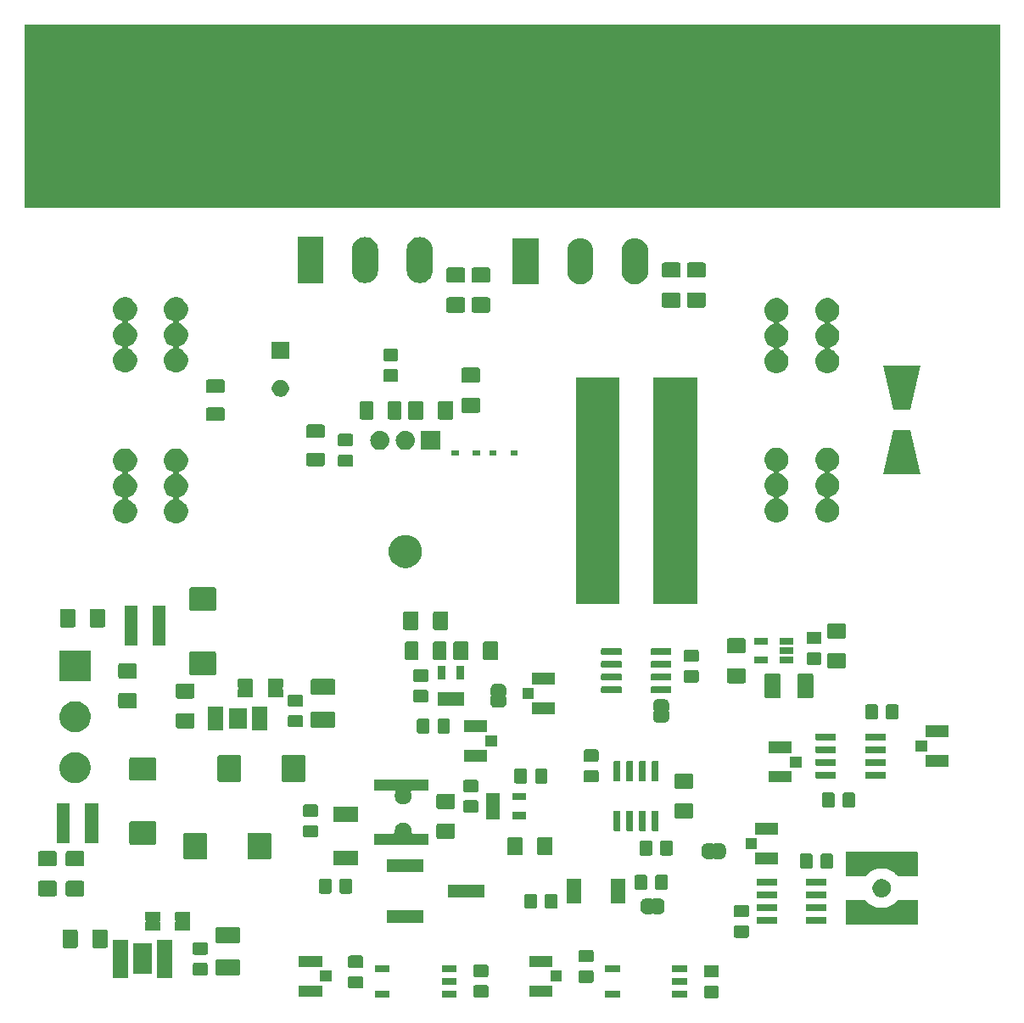
<source format=gts>
G04 #@! TF.GenerationSoftware,KiCad,Pcbnew,(5.1.4)-1*
G04 #@! TF.CreationDate,2021-06-03T21:11:04-04:00*
G04 #@! TF.ProjectId,shunt_current_control_v2,7368756e-745f-4637-9572-72656e745f63,rev?*
G04 #@! TF.SameCoordinates,Original*
G04 #@! TF.FileFunction,Soldermask,Top*
G04 #@! TF.FilePolarity,Negative*
%FSLAX46Y46*%
G04 Gerber Fmt 4.6, Leading zero omitted, Abs format (unit mm)*
G04 Created by KiCad (PCBNEW (5.1.4)-1) date 2021-06-03 21:11:04*
%MOMM*%
%LPD*%
G04 APERTURE LIST*
%ADD10C,0.100000*%
G04 APERTURE END LIST*
D10*
G36*
X132000000Y-93750000D02*
G01*
X127750000Y-93750000D01*
X127750000Y-71250000D01*
X132000000Y-71250000D01*
X132000000Y-93750000D01*
G37*
X132000000Y-93750000D02*
X127750000Y-93750000D01*
X127750000Y-71250000D01*
X132000000Y-71250000D01*
X132000000Y-93750000D01*
G36*
X124250000Y-93750000D02*
G01*
X120000000Y-93750000D01*
X120000000Y-71250000D01*
X124250000Y-71250000D01*
X124250000Y-93750000D01*
G37*
X124250000Y-93750000D02*
X120000000Y-93750000D01*
X120000000Y-71250000D01*
X124250000Y-71250000D01*
X124250000Y-93750000D01*
G36*
X162250000Y-54250000D02*
G01*
X65000000Y-54250000D01*
X65000000Y-36000000D01*
X162250000Y-36000000D01*
X162250000Y-54250000D01*
G37*
X162250000Y-54250000D02*
X65000000Y-54250000D01*
X65000000Y-36000000D01*
X162250000Y-36000000D01*
X162250000Y-54250000D01*
G36*
X134088023Y-131929457D02*
G01*
X134125636Y-131940867D01*
X134160293Y-131959391D01*
X134190675Y-131984325D01*
X134215609Y-132014707D01*
X134234133Y-132049364D01*
X134245543Y-132086977D01*
X134250000Y-132132228D01*
X134250000Y-132967772D01*
X134245543Y-133013023D01*
X134234133Y-133050636D01*
X134215609Y-133085293D01*
X134190675Y-133115675D01*
X134160293Y-133140609D01*
X134125636Y-133159133D01*
X134088023Y-133170543D01*
X134042772Y-133175000D01*
X132957228Y-133175000D01*
X132911977Y-133170543D01*
X132874364Y-133159133D01*
X132839707Y-133140609D01*
X132809325Y-133115675D01*
X132784391Y-133085293D01*
X132765867Y-133050636D01*
X132754457Y-133013023D01*
X132750000Y-132967772D01*
X132750000Y-132132228D01*
X132754457Y-132086977D01*
X132765867Y-132049364D01*
X132784391Y-132014707D01*
X132809325Y-131984325D01*
X132839707Y-131959391D01*
X132874364Y-131940867D01*
X132911977Y-131929457D01*
X132957228Y-131925000D01*
X134042772Y-131925000D01*
X134088023Y-131929457D01*
X134088023Y-131929457D01*
G37*
G36*
X111088023Y-131879457D02*
G01*
X111125636Y-131890867D01*
X111160293Y-131909391D01*
X111190675Y-131934325D01*
X111215609Y-131964707D01*
X111234133Y-131999364D01*
X111245543Y-132036977D01*
X111250000Y-132082228D01*
X111250000Y-132917772D01*
X111245543Y-132963023D01*
X111234133Y-133000636D01*
X111215609Y-133035293D01*
X111190675Y-133065675D01*
X111160293Y-133090609D01*
X111125636Y-133109133D01*
X111088023Y-133120543D01*
X111042772Y-133125000D01*
X109957228Y-133125000D01*
X109911977Y-133120543D01*
X109874364Y-133109133D01*
X109839707Y-133090609D01*
X109809325Y-133065675D01*
X109784391Y-133035293D01*
X109765867Y-133000636D01*
X109754457Y-132963023D01*
X109750000Y-132917772D01*
X109750000Y-132082228D01*
X109754457Y-132036977D01*
X109765867Y-131999364D01*
X109784391Y-131964707D01*
X109809325Y-131934325D01*
X109839707Y-131909391D01*
X109874364Y-131890867D01*
X109911977Y-131879457D01*
X109957228Y-131875000D01*
X111042772Y-131875000D01*
X111088023Y-131879457D01*
X111088023Y-131879457D01*
G37*
G36*
X101400000Y-133120000D02*
G01*
X99900000Y-133120000D01*
X99900000Y-132420000D01*
X101400000Y-132420000D01*
X101400000Y-133120000D01*
X101400000Y-133120000D01*
G37*
G36*
X131100000Y-133120000D02*
G01*
X129600000Y-133120000D01*
X129600000Y-132420000D01*
X131100000Y-132420000D01*
X131100000Y-133120000D01*
X131100000Y-133120000D01*
G37*
G36*
X124400000Y-133120000D02*
G01*
X122900000Y-133120000D01*
X122900000Y-132420000D01*
X124400000Y-132420000D01*
X124400000Y-133120000D01*
X124400000Y-133120000D01*
G37*
G36*
X108100000Y-133120000D02*
G01*
X106600000Y-133120000D01*
X106600000Y-132420000D01*
X108100000Y-132420000D01*
X108100000Y-133120000D01*
X108100000Y-133120000D01*
G37*
G36*
X94650000Y-133050000D02*
G01*
X92350000Y-133050000D01*
X92350000Y-131900000D01*
X94650000Y-131900000D01*
X94650000Y-133050000D01*
X94650000Y-133050000D01*
G37*
G36*
X117650000Y-133050000D02*
G01*
X115350000Y-133050000D01*
X115350000Y-131900000D01*
X117650000Y-131900000D01*
X117650000Y-133050000D01*
X117650000Y-133050000D01*
G37*
G36*
X98588023Y-130979457D02*
G01*
X98625636Y-130990867D01*
X98660293Y-131009391D01*
X98690675Y-131034325D01*
X98715609Y-131064707D01*
X98734133Y-131099364D01*
X98745543Y-131136977D01*
X98750000Y-131182228D01*
X98750000Y-132017772D01*
X98745543Y-132063023D01*
X98734133Y-132100636D01*
X98715609Y-132135293D01*
X98690675Y-132165675D01*
X98660293Y-132190609D01*
X98625636Y-132209133D01*
X98588023Y-132220543D01*
X98542772Y-132225000D01*
X97457228Y-132225000D01*
X97411977Y-132220543D01*
X97374364Y-132209133D01*
X97339707Y-132190609D01*
X97309325Y-132165675D01*
X97284391Y-132135293D01*
X97265867Y-132100636D01*
X97254457Y-132063023D01*
X97250000Y-132017772D01*
X97250000Y-131182228D01*
X97254457Y-131136977D01*
X97265867Y-131099364D01*
X97284391Y-131064707D01*
X97309325Y-131034325D01*
X97339707Y-131009391D01*
X97374364Y-130990867D01*
X97411977Y-130979457D01*
X97457228Y-130975000D01*
X98542772Y-130975000D01*
X98588023Y-130979457D01*
X98588023Y-130979457D01*
G37*
G36*
X131100000Y-131850000D02*
G01*
X129600000Y-131850000D01*
X129600000Y-131150000D01*
X131100000Y-131150000D01*
X131100000Y-131850000D01*
X131100000Y-131850000D01*
G37*
G36*
X108100000Y-131850000D02*
G01*
X106600000Y-131850000D01*
X106600000Y-131150000D01*
X108100000Y-131150000D01*
X108100000Y-131850000D01*
X108100000Y-131850000D01*
G37*
G36*
X121588023Y-130404457D02*
G01*
X121625636Y-130415867D01*
X121660293Y-130434391D01*
X121690675Y-130459325D01*
X121715609Y-130489707D01*
X121734133Y-130524364D01*
X121745543Y-130561977D01*
X121750000Y-130607228D01*
X121750000Y-131442772D01*
X121745543Y-131488023D01*
X121734133Y-131525636D01*
X121715609Y-131560293D01*
X121690675Y-131590675D01*
X121660293Y-131615609D01*
X121625636Y-131634133D01*
X121588023Y-131645543D01*
X121542772Y-131650000D01*
X120457228Y-131650000D01*
X120411977Y-131645543D01*
X120374364Y-131634133D01*
X120339707Y-131615609D01*
X120309325Y-131590675D01*
X120284391Y-131560293D01*
X120265867Y-131525636D01*
X120254457Y-131488023D01*
X120250000Y-131442772D01*
X120250000Y-130607228D01*
X120254457Y-130561977D01*
X120265867Y-130524364D01*
X120284391Y-130489707D01*
X120309325Y-130459325D01*
X120339707Y-130434391D01*
X120374364Y-130415867D01*
X120411977Y-130404457D01*
X120457228Y-130400000D01*
X121542772Y-130400000D01*
X121588023Y-130404457D01*
X121588023Y-130404457D01*
G37*
G36*
X95600000Y-131550000D02*
G01*
X94450000Y-131550000D01*
X94450000Y-130450000D01*
X95600000Y-130450000D01*
X95600000Y-131550000D01*
X95600000Y-131550000D01*
G37*
G36*
X118600000Y-131550000D02*
G01*
X117450000Y-131550000D01*
X117450000Y-130450000D01*
X118600000Y-130450000D01*
X118600000Y-131550000D01*
X118600000Y-131550000D01*
G37*
G36*
X75300500Y-131150000D02*
G01*
X73775500Y-131150000D01*
X73775500Y-127350000D01*
X75300500Y-127350000D01*
X75300500Y-131150000D01*
X75300500Y-131150000D01*
G37*
G36*
X79724500Y-131150000D02*
G01*
X78199500Y-131150000D01*
X78199500Y-127350000D01*
X79724500Y-127350000D01*
X79724500Y-131150000D01*
X79724500Y-131150000D01*
G37*
G36*
X134088023Y-129879457D02*
G01*
X134125636Y-129890867D01*
X134160293Y-129909391D01*
X134190675Y-129934325D01*
X134215609Y-129964707D01*
X134234133Y-129999364D01*
X134245543Y-130036977D01*
X134250000Y-130082228D01*
X134250000Y-130917772D01*
X134245543Y-130963023D01*
X134234133Y-131000636D01*
X134215609Y-131035293D01*
X134190675Y-131065675D01*
X134160293Y-131090609D01*
X134125636Y-131109133D01*
X134088023Y-131120543D01*
X134042772Y-131125000D01*
X132957228Y-131125000D01*
X132911977Y-131120543D01*
X132874364Y-131109133D01*
X132839707Y-131090609D01*
X132809325Y-131065675D01*
X132784391Y-131035293D01*
X132765867Y-131000636D01*
X132754457Y-130963023D01*
X132750000Y-130917772D01*
X132750000Y-130082228D01*
X132754457Y-130036977D01*
X132765867Y-129999364D01*
X132784391Y-129964707D01*
X132809325Y-129934325D01*
X132839707Y-129909391D01*
X132874364Y-129890867D01*
X132911977Y-129879457D01*
X132957228Y-129875000D01*
X134042772Y-129875000D01*
X134088023Y-129879457D01*
X134088023Y-129879457D01*
G37*
G36*
X111088023Y-129829457D02*
G01*
X111125636Y-129840867D01*
X111160293Y-129859391D01*
X111190675Y-129884325D01*
X111215609Y-129914707D01*
X111234133Y-129949364D01*
X111245543Y-129986977D01*
X111250000Y-130032228D01*
X111250000Y-130867772D01*
X111245543Y-130913023D01*
X111234133Y-130950636D01*
X111215609Y-130985293D01*
X111190675Y-131015675D01*
X111160293Y-131040609D01*
X111125636Y-131059133D01*
X111088023Y-131070543D01*
X111042772Y-131075000D01*
X109957228Y-131075000D01*
X109911977Y-131070543D01*
X109874364Y-131059133D01*
X109839707Y-131040609D01*
X109809325Y-131015675D01*
X109784391Y-130985293D01*
X109765867Y-130950636D01*
X109754457Y-130913023D01*
X109750000Y-130867772D01*
X109750000Y-130032228D01*
X109754457Y-129986977D01*
X109765867Y-129949364D01*
X109784391Y-129914707D01*
X109809325Y-129884325D01*
X109839707Y-129859391D01*
X109874364Y-129840867D01*
X109911977Y-129829457D01*
X109957228Y-129825000D01*
X111042772Y-129825000D01*
X111088023Y-129829457D01*
X111088023Y-129829457D01*
G37*
G36*
X86327315Y-129329116D02*
G01*
X86361596Y-129339515D01*
X86393184Y-129356399D01*
X86420875Y-129379125D01*
X86443601Y-129406816D01*
X86460485Y-129438404D01*
X86470884Y-129472685D01*
X86475000Y-129514475D01*
X86475000Y-130735525D01*
X86470884Y-130777315D01*
X86460485Y-130811596D01*
X86443601Y-130843184D01*
X86420875Y-130870875D01*
X86393184Y-130893601D01*
X86361596Y-130910485D01*
X86327315Y-130920884D01*
X86285525Y-130925000D01*
X84214475Y-130925000D01*
X84172685Y-130920884D01*
X84138404Y-130910485D01*
X84106816Y-130893601D01*
X84079125Y-130870875D01*
X84056399Y-130843184D01*
X84039515Y-130811596D01*
X84029116Y-130777315D01*
X84025000Y-130735525D01*
X84025000Y-129514475D01*
X84029116Y-129472685D01*
X84039515Y-129438404D01*
X84056399Y-129406816D01*
X84079125Y-129379125D01*
X84106816Y-129356399D01*
X84138404Y-129339515D01*
X84172685Y-129329116D01*
X84214475Y-129325000D01*
X86285525Y-129325000D01*
X86327315Y-129329116D01*
X86327315Y-129329116D01*
G37*
G36*
X83088023Y-129654457D02*
G01*
X83125636Y-129665867D01*
X83160293Y-129684391D01*
X83190675Y-129709325D01*
X83215609Y-129739707D01*
X83234133Y-129774364D01*
X83245543Y-129811977D01*
X83250000Y-129857228D01*
X83250000Y-130692772D01*
X83245543Y-130738023D01*
X83234133Y-130775636D01*
X83215609Y-130810293D01*
X83190675Y-130840675D01*
X83160293Y-130865609D01*
X83125636Y-130884133D01*
X83088023Y-130895543D01*
X83042772Y-130900000D01*
X81957228Y-130900000D01*
X81911977Y-130895543D01*
X81874364Y-130884133D01*
X81839707Y-130865609D01*
X81809325Y-130840675D01*
X81784391Y-130810293D01*
X81765867Y-130775636D01*
X81754457Y-130738023D01*
X81750000Y-130692772D01*
X81750000Y-129857228D01*
X81754457Y-129811977D01*
X81765867Y-129774364D01*
X81784391Y-129739707D01*
X81809325Y-129709325D01*
X81839707Y-129684391D01*
X81874364Y-129665867D01*
X81911977Y-129654457D01*
X81957228Y-129650000D01*
X83042772Y-129650000D01*
X83088023Y-129654457D01*
X83088023Y-129654457D01*
G37*
G36*
X77676500Y-130773500D02*
G01*
X75823500Y-130773500D01*
X75823500Y-127726500D01*
X77676500Y-127726500D01*
X77676500Y-130773500D01*
X77676500Y-130773500D01*
G37*
G36*
X131100000Y-130580000D02*
G01*
X129600000Y-130580000D01*
X129600000Y-129880000D01*
X131100000Y-129880000D01*
X131100000Y-130580000D01*
X131100000Y-130580000D01*
G37*
G36*
X124400000Y-130580000D02*
G01*
X122900000Y-130580000D01*
X122900000Y-129880000D01*
X124400000Y-129880000D01*
X124400000Y-130580000D01*
X124400000Y-130580000D01*
G37*
G36*
X108100000Y-130580000D02*
G01*
X106600000Y-130580000D01*
X106600000Y-129880000D01*
X108100000Y-129880000D01*
X108100000Y-130580000D01*
X108100000Y-130580000D01*
G37*
G36*
X101400000Y-130580000D02*
G01*
X99900000Y-130580000D01*
X99900000Y-129880000D01*
X101400000Y-129880000D01*
X101400000Y-130580000D01*
X101400000Y-130580000D01*
G37*
G36*
X98588023Y-128929457D02*
G01*
X98625636Y-128940867D01*
X98660293Y-128959391D01*
X98690675Y-128984325D01*
X98715609Y-129014707D01*
X98734133Y-129049364D01*
X98745543Y-129086977D01*
X98750000Y-129132228D01*
X98750000Y-129967772D01*
X98745543Y-130013023D01*
X98734133Y-130050636D01*
X98715609Y-130085293D01*
X98690675Y-130115675D01*
X98660293Y-130140609D01*
X98625636Y-130159133D01*
X98588023Y-130170543D01*
X98542772Y-130175000D01*
X97457228Y-130175000D01*
X97411977Y-130170543D01*
X97374364Y-130159133D01*
X97339707Y-130140609D01*
X97309325Y-130115675D01*
X97284391Y-130085293D01*
X97265867Y-130050636D01*
X97254457Y-130013023D01*
X97250000Y-129967772D01*
X97250000Y-129132228D01*
X97254457Y-129086977D01*
X97265867Y-129049364D01*
X97284391Y-129014707D01*
X97309325Y-128984325D01*
X97339707Y-128959391D01*
X97374364Y-128940867D01*
X97411977Y-128929457D01*
X97457228Y-128925000D01*
X98542772Y-128925000D01*
X98588023Y-128929457D01*
X98588023Y-128929457D01*
G37*
G36*
X117650000Y-130100000D02*
G01*
X115350000Y-130100000D01*
X115350000Y-128950000D01*
X117650000Y-128950000D01*
X117650000Y-130100000D01*
X117650000Y-130100000D01*
G37*
G36*
X94650000Y-130100000D02*
G01*
X92350000Y-130100000D01*
X92350000Y-128950000D01*
X94650000Y-128950000D01*
X94650000Y-130100000D01*
X94650000Y-130100000D01*
G37*
G36*
X121588023Y-128354457D02*
G01*
X121625636Y-128365867D01*
X121660293Y-128384391D01*
X121690675Y-128409325D01*
X121715609Y-128439707D01*
X121734133Y-128474364D01*
X121745543Y-128511977D01*
X121750000Y-128557228D01*
X121750000Y-129392772D01*
X121745543Y-129438023D01*
X121734133Y-129475636D01*
X121715609Y-129510293D01*
X121690675Y-129540675D01*
X121660293Y-129565609D01*
X121625636Y-129584133D01*
X121588023Y-129595543D01*
X121542772Y-129600000D01*
X120457228Y-129600000D01*
X120411977Y-129595543D01*
X120374364Y-129584133D01*
X120339707Y-129565609D01*
X120309325Y-129540675D01*
X120284391Y-129510293D01*
X120265867Y-129475636D01*
X120254457Y-129438023D01*
X120250000Y-129392772D01*
X120250000Y-128557228D01*
X120254457Y-128511977D01*
X120265867Y-128474364D01*
X120284391Y-128439707D01*
X120309325Y-128409325D01*
X120339707Y-128384391D01*
X120374364Y-128365867D01*
X120411977Y-128354457D01*
X120457228Y-128350000D01*
X121542772Y-128350000D01*
X121588023Y-128354457D01*
X121588023Y-128354457D01*
G37*
G36*
X83088023Y-127604457D02*
G01*
X83125636Y-127615867D01*
X83160293Y-127634391D01*
X83190675Y-127659325D01*
X83215609Y-127689707D01*
X83234133Y-127724364D01*
X83245543Y-127761977D01*
X83250000Y-127807228D01*
X83250000Y-128642772D01*
X83245543Y-128688023D01*
X83234133Y-128725636D01*
X83215609Y-128760293D01*
X83190675Y-128790675D01*
X83160293Y-128815609D01*
X83125636Y-128834133D01*
X83088023Y-128845543D01*
X83042772Y-128850000D01*
X81957228Y-128850000D01*
X81911977Y-128845543D01*
X81874364Y-128834133D01*
X81839707Y-128815609D01*
X81809325Y-128790675D01*
X81784391Y-128760293D01*
X81765867Y-128725636D01*
X81754457Y-128688023D01*
X81750000Y-128642772D01*
X81750000Y-127807228D01*
X81754457Y-127761977D01*
X81765867Y-127724364D01*
X81784391Y-127689707D01*
X81809325Y-127659325D01*
X81839707Y-127634391D01*
X81874364Y-127615867D01*
X81911977Y-127604457D01*
X81957228Y-127600000D01*
X83042772Y-127600000D01*
X83088023Y-127604457D01*
X83088023Y-127604457D01*
G37*
G36*
X70124844Y-126329175D02*
G01*
X70159698Y-126339748D01*
X70191818Y-126356916D01*
X70219975Y-126380025D01*
X70243084Y-126408182D01*
X70260252Y-126440302D01*
X70270825Y-126475156D01*
X70275000Y-126517545D01*
X70275000Y-127982455D01*
X70270825Y-128024844D01*
X70260252Y-128059698D01*
X70243084Y-128091818D01*
X70219975Y-128119975D01*
X70191818Y-128143084D01*
X70159698Y-128160252D01*
X70124844Y-128170825D01*
X70082455Y-128175000D01*
X68942545Y-128175000D01*
X68900156Y-128170825D01*
X68865302Y-128160252D01*
X68833182Y-128143084D01*
X68805025Y-128119975D01*
X68781916Y-128091818D01*
X68764748Y-128059698D01*
X68754175Y-128024844D01*
X68750000Y-127982455D01*
X68750000Y-126517545D01*
X68754175Y-126475156D01*
X68764748Y-126440302D01*
X68781916Y-126408182D01*
X68805025Y-126380025D01*
X68833182Y-126356916D01*
X68865302Y-126339748D01*
X68900156Y-126329175D01*
X68942545Y-126325000D01*
X70082455Y-126325000D01*
X70124844Y-126329175D01*
X70124844Y-126329175D01*
G37*
G36*
X73099844Y-126329175D02*
G01*
X73134698Y-126339748D01*
X73166818Y-126356916D01*
X73194975Y-126380025D01*
X73218084Y-126408182D01*
X73235252Y-126440302D01*
X73245825Y-126475156D01*
X73250000Y-126517545D01*
X73250000Y-127982455D01*
X73245825Y-128024844D01*
X73235252Y-128059698D01*
X73218084Y-128091818D01*
X73194975Y-128119975D01*
X73166818Y-128143084D01*
X73134698Y-128160252D01*
X73099844Y-128170825D01*
X73057455Y-128175000D01*
X71917545Y-128175000D01*
X71875156Y-128170825D01*
X71840302Y-128160252D01*
X71808182Y-128143084D01*
X71780025Y-128119975D01*
X71756916Y-128091818D01*
X71739748Y-128059698D01*
X71729175Y-128024844D01*
X71725000Y-127982455D01*
X71725000Y-126517545D01*
X71729175Y-126475156D01*
X71739748Y-126440302D01*
X71756916Y-126408182D01*
X71780025Y-126380025D01*
X71808182Y-126356916D01*
X71840302Y-126339748D01*
X71875156Y-126329175D01*
X71917545Y-126325000D01*
X73057455Y-126325000D01*
X73099844Y-126329175D01*
X73099844Y-126329175D01*
G37*
G36*
X86327315Y-126079116D02*
G01*
X86361596Y-126089515D01*
X86393184Y-126106399D01*
X86420875Y-126129125D01*
X86443601Y-126156816D01*
X86460485Y-126188404D01*
X86470884Y-126222685D01*
X86475000Y-126264475D01*
X86475000Y-127485525D01*
X86470884Y-127527315D01*
X86460485Y-127561596D01*
X86443601Y-127593184D01*
X86420875Y-127620875D01*
X86393184Y-127643601D01*
X86361596Y-127660485D01*
X86327315Y-127670884D01*
X86285525Y-127675000D01*
X84214475Y-127675000D01*
X84172685Y-127670884D01*
X84138404Y-127660485D01*
X84106816Y-127643601D01*
X84079125Y-127620875D01*
X84056399Y-127593184D01*
X84039515Y-127561596D01*
X84029116Y-127527315D01*
X84025000Y-127485525D01*
X84025000Y-126264475D01*
X84029116Y-126222685D01*
X84039515Y-126188404D01*
X84056399Y-126156816D01*
X84079125Y-126129125D01*
X84106816Y-126106399D01*
X84138404Y-126089515D01*
X84172685Y-126079116D01*
X84214475Y-126075000D01*
X86285525Y-126075000D01*
X86327315Y-126079116D01*
X86327315Y-126079116D01*
G37*
G36*
X137088023Y-125904457D02*
G01*
X137125636Y-125915867D01*
X137160293Y-125934391D01*
X137190675Y-125959325D01*
X137215609Y-125989707D01*
X137234133Y-126024364D01*
X137245543Y-126061977D01*
X137250000Y-126107228D01*
X137250000Y-126942772D01*
X137245543Y-126988023D01*
X137234133Y-127025636D01*
X137215609Y-127060293D01*
X137190675Y-127090675D01*
X137160293Y-127115609D01*
X137125636Y-127134133D01*
X137088023Y-127145543D01*
X137042772Y-127150000D01*
X135957228Y-127150000D01*
X135911977Y-127145543D01*
X135874364Y-127134133D01*
X135839707Y-127115609D01*
X135809325Y-127090675D01*
X135784391Y-127060293D01*
X135765867Y-127025636D01*
X135754457Y-126988023D01*
X135750000Y-126942772D01*
X135750000Y-126107228D01*
X135754457Y-126061977D01*
X135765867Y-126024364D01*
X135784391Y-125989707D01*
X135809325Y-125959325D01*
X135839707Y-125934391D01*
X135874364Y-125915867D01*
X135911977Y-125904457D01*
X135957228Y-125900000D01*
X137042772Y-125900000D01*
X137088023Y-125904457D01*
X137088023Y-125904457D01*
G37*
G36*
X81458049Y-124576890D02*
G01*
X81470603Y-124580698D01*
X81482164Y-124586878D01*
X81492302Y-124595198D01*
X81500622Y-124605336D01*
X81506802Y-124616897D01*
X81510610Y-124629451D01*
X81512500Y-124648641D01*
X81512500Y-125351359D01*
X81510610Y-125370549D01*
X81506802Y-125383103D01*
X81500622Y-125394664D01*
X81490877Y-125406539D01*
X81476711Y-125420706D01*
X81463098Y-125441081D01*
X81453722Y-125463720D01*
X81448942Y-125487754D01*
X81448943Y-125512258D01*
X81453725Y-125536291D01*
X81463103Y-125558929D01*
X81476718Y-125579303D01*
X81490879Y-125593464D01*
X81500622Y-125605336D01*
X81506802Y-125616897D01*
X81510610Y-125629451D01*
X81512500Y-125648641D01*
X81512500Y-126351359D01*
X81510610Y-126370549D01*
X81506802Y-126383103D01*
X81500622Y-126394664D01*
X81492302Y-126404802D01*
X81482164Y-126413122D01*
X81470603Y-126419302D01*
X81458049Y-126423110D01*
X81438859Y-126425000D01*
X80061141Y-126425000D01*
X80041951Y-126423110D01*
X80029397Y-126419302D01*
X80017836Y-126413122D01*
X80007698Y-126404802D01*
X79999378Y-126394664D01*
X79993198Y-126383103D01*
X79989390Y-126370549D01*
X79987500Y-126351359D01*
X79987500Y-125648641D01*
X79989390Y-125629451D01*
X79993198Y-125616897D01*
X79999378Y-125605336D01*
X80009123Y-125593461D01*
X80023289Y-125579294D01*
X80036902Y-125558919D01*
X80046278Y-125536280D01*
X80051058Y-125512246D01*
X80051057Y-125487742D01*
X80046275Y-125463709D01*
X80036897Y-125441071D01*
X80023282Y-125420697D01*
X80009121Y-125406536D01*
X79999378Y-125394664D01*
X79993198Y-125383103D01*
X79989390Y-125370549D01*
X79987500Y-125351359D01*
X79987500Y-124648641D01*
X79989390Y-124629451D01*
X79993198Y-124616897D01*
X79999378Y-124605336D01*
X80007698Y-124595198D01*
X80017836Y-124586878D01*
X80029397Y-124580698D01*
X80041951Y-124576890D01*
X80061141Y-124575000D01*
X81438859Y-124575000D01*
X81458049Y-124576890D01*
X81458049Y-124576890D01*
G37*
G36*
X78470549Y-124576890D02*
G01*
X78483103Y-124580698D01*
X78494664Y-124586878D01*
X78504802Y-124595198D01*
X78513122Y-124605336D01*
X78519302Y-124616897D01*
X78523110Y-124629451D01*
X78525000Y-124648641D01*
X78525000Y-125351359D01*
X78523110Y-125370549D01*
X78519302Y-125383103D01*
X78513122Y-125394664D01*
X78503377Y-125406539D01*
X78489211Y-125420706D01*
X78475598Y-125441081D01*
X78466222Y-125463720D01*
X78461442Y-125487754D01*
X78461443Y-125512258D01*
X78466225Y-125536291D01*
X78475603Y-125558929D01*
X78489218Y-125579303D01*
X78503379Y-125593464D01*
X78513122Y-125605336D01*
X78519302Y-125616897D01*
X78523110Y-125629451D01*
X78525000Y-125648641D01*
X78525000Y-126351359D01*
X78523110Y-126370549D01*
X78519302Y-126383103D01*
X78513122Y-126394664D01*
X78504802Y-126404802D01*
X78494664Y-126413122D01*
X78483103Y-126419302D01*
X78470549Y-126423110D01*
X78451359Y-126425000D01*
X77073641Y-126425000D01*
X77054451Y-126423110D01*
X77041897Y-126419302D01*
X77030336Y-126413122D01*
X77020198Y-126404802D01*
X77011878Y-126394664D01*
X77005698Y-126383103D01*
X77001890Y-126370549D01*
X77000000Y-126351359D01*
X77000000Y-125648641D01*
X77001890Y-125629451D01*
X77005698Y-125616897D01*
X77011878Y-125605336D01*
X77021623Y-125593461D01*
X77035789Y-125579294D01*
X77049402Y-125558919D01*
X77058778Y-125536280D01*
X77063558Y-125512246D01*
X77063557Y-125487742D01*
X77058775Y-125463709D01*
X77049397Y-125441071D01*
X77035782Y-125420697D01*
X77021621Y-125406536D01*
X77011878Y-125394664D01*
X77005698Y-125383103D01*
X77001890Y-125370549D01*
X77000000Y-125351359D01*
X77000000Y-124648641D01*
X77001890Y-124629451D01*
X77005698Y-124616897D01*
X77011878Y-124605336D01*
X77020198Y-124595198D01*
X77030336Y-124586878D01*
X77041897Y-124580698D01*
X77054451Y-124576890D01*
X77073641Y-124575000D01*
X78451359Y-124575000D01*
X78470549Y-124576890D01*
X78470549Y-124576890D01*
G37*
G36*
X148864802Y-123355723D02*
G01*
X148874225Y-123358581D01*
X148874227Y-123358582D01*
X148882913Y-123363225D01*
X148893687Y-123372945D01*
X148896826Y-123376734D01*
X148899938Y-123379541D01*
X149033904Y-123541224D01*
X149041768Y-123549860D01*
X149169311Y-123677403D01*
X149179231Y-123686316D01*
X149319772Y-123799655D01*
X149330334Y-123807299D01*
X149486938Y-123908631D01*
X149495208Y-123913542D01*
X149655587Y-124000605D01*
X149668260Y-124006590D01*
X149835107Y-124074231D01*
X149848138Y-124078695D01*
X150027244Y-124129212D01*
X150036662Y-124131479D01*
X150219558Y-124168058D01*
X150234485Y-124170117D01*
X150412166Y-124183785D01*
X150421753Y-124184153D01*
X150578247Y-124184153D01*
X150587834Y-124183785D01*
X150765515Y-124170117D01*
X150780442Y-124168058D01*
X150963338Y-124131479D01*
X150972756Y-124129212D01*
X151151862Y-124078695D01*
X151164893Y-124074231D01*
X151331740Y-124006590D01*
X151344413Y-124000605D01*
X151504792Y-123913542D01*
X151513062Y-123908631D01*
X151669666Y-123807299D01*
X151680228Y-123799655D01*
X151820769Y-123686316D01*
X151830689Y-123677403D01*
X151958232Y-123549860D01*
X151966096Y-123541224D01*
X152101933Y-123377283D01*
X152113311Y-123366011D01*
X152121521Y-123360581D01*
X152127904Y-123357972D01*
X152127905Y-123357972D01*
X152130642Y-123356853D01*
X152145000Y-123354758D01*
X152149929Y-123354758D01*
X152154075Y-123354153D01*
X154048859Y-123354153D01*
X154064802Y-123355723D01*
X154074225Y-123358581D01*
X154074227Y-123358582D01*
X154082913Y-123363225D01*
X154082914Y-123363226D01*
X154082916Y-123363227D01*
X154090527Y-123369473D01*
X154096773Y-123377084D01*
X154096775Y-123377087D01*
X154101418Y-123385773D01*
X154101419Y-123385775D01*
X154104277Y-123395198D01*
X154105847Y-123411141D01*
X154105847Y-125748859D01*
X154104277Y-125764802D01*
X154101419Y-125774225D01*
X154096773Y-125782916D01*
X154090527Y-125790527D01*
X154082916Y-125796773D01*
X154082914Y-125796774D01*
X154082913Y-125796775D01*
X154074227Y-125801418D01*
X154074225Y-125801419D01*
X154064802Y-125804277D01*
X154048859Y-125805847D01*
X146951141Y-125805847D01*
X146935198Y-125804277D01*
X146925775Y-125801419D01*
X146925773Y-125801418D01*
X146917087Y-125796775D01*
X146917086Y-125796774D01*
X146917084Y-125796773D01*
X146909473Y-125790527D01*
X146903227Y-125782916D01*
X146898581Y-125774225D01*
X146895723Y-125764802D01*
X146894153Y-125748859D01*
X146894153Y-123411141D01*
X146895723Y-123395198D01*
X146898581Y-123385775D01*
X146898582Y-123385773D01*
X146903225Y-123377087D01*
X146903227Y-123377084D01*
X146909473Y-123369473D01*
X146917084Y-123363227D01*
X146917086Y-123363226D01*
X146917087Y-123363225D01*
X146925773Y-123358582D01*
X146925775Y-123358581D01*
X146935198Y-123355723D01*
X146951141Y-123354153D01*
X148848859Y-123354153D01*
X148864802Y-123355723D01*
X148864802Y-123355723D01*
G37*
G36*
X139959327Y-125057754D02*
G01*
X139980322Y-125064123D01*
X139999664Y-125074462D01*
X140016622Y-125088378D01*
X140030538Y-125105336D01*
X140040877Y-125124678D01*
X140047246Y-125145673D01*
X140050000Y-125173638D01*
X140050000Y-125636362D01*
X140047246Y-125664327D01*
X140040877Y-125685322D01*
X140030538Y-125704664D01*
X140016622Y-125721622D01*
X139999664Y-125735538D01*
X139980322Y-125745877D01*
X139959327Y-125752246D01*
X139931362Y-125755000D01*
X138118638Y-125755000D01*
X138090673Y-125752246D01*
X138069678Y-125745877D01*
X138050336Y-125735538D01*
X138033378Y-125721622D01*
X138019462Y-125704664D01*
X138009123Y-125685322D01*
X138002754Y-125664327D01*
X138000000Y-125636362D01*
X138000000Y-125173638D01*
X138002754Y-125145673D01*
X138009123Y-125124678D01*
X138019462Y-125105336D01*
X138033378Y-125088378D01*
X138050336Y-125074462D01*
X138069678Y-125064123D01*
X138090673Y-125057754D01*
X138118638Y-125055000D01*
X139931362Y-125055000D01*
X139959327Y-125057754D01*
X139959327Y-125057754D01*
G37*
G36*
X144909327Y-125057754D02*
G01*
X144930322Y-125064123D01*
X144949664Y-125074462D01*
X144966622Y-125088378D01*
X144980538Y-125105336D01*
X144990877Y-125124678D01*
X144997246Y-125145673D01*
X145000000Y-125173638D01*
X145000000Y-125636362D01*
X144997246Y-125664327D01*
X144990877Y-125685322D01*
X144980538Y-125704664D01*
X144966622Y-125721622D01*
X144949664Y-125735538D01*
X144930322Y-125745877D01*
X144909327Y-125752246D01*
X144881362Y-125755000D01*
X143068638Y-125755000D01*
X143040673Y-125752246D01*
X143019678Y-125745877D01*
X143000336Y-125735538D01*
X142983378Y-125721622D01*
X142969462Y-125704664D01*
X142959123Y-125685322D01*
X142952754Y-125664327D01*
X142950000Y-125636362D01*
X142950000Y-125173638D01*
X142952754Y-125145673D01*
X142959123Y-125124678D01*
X142969462Y-125105336D01*
X142983378Y-125088378D01*
X143000336Y-125074462D01*
X143019678Y-125064123D01*
X143040673Y-125057754D01*
X143068638Y-125055000D01*
X144881362Y-125055000D01*
X144909327Y-125057754D01*
X144909327Y-125057754D01*
G37*
G36*
X104750000Y-125685000D02*
G01*
X101100000Y-125685000D01*
X101100000Y-124395000D01*
X104750000Y-124395000D01*
X104750000Y-125685000D01*
X104750000Y-125685000D01*
G37*
G36*
X137088023Y-123854457D02*
G01*
X137125636Y-123865867D01*
X137160293Y-123884391D01*
X137190675Y-123909325D01*
X137215609Y-123939707D01*
X137234133Y-123974364D01*
X137245543Y-124011977D01*
X137250000Y-124057228D01*
X137250000Y-124892772D01*
X137245543Y-124938023D01*
X137234133Y-124975636D01*
X137215609Y-125010293D01*
X137190675Y-125040675D01*
X137160293Y-125065609D01*
X137125636Y-125084133D01*
X137088023Y-125095543D01*
X137042772Y-125100000D01*
X135957228Y-125100000D01*
X135911977Y-125095543D01*
X135874364Y-125084133D01*
X135839707Y-125065609D01*
X135809325Y-125040675D01*
X135784391Y-125010293D01*
X135765867Y-124975636D01*
X135754457Y-124938023D01*
X135750000Y-124892772D01*
X135750000Y-124057228D01*
X135754457Y-124011977D01*
X135765867Y-123974364D01*
X135784391Y-123939707D01*
X135809325Y-123909325D01*
X135839707Y-123884391D01*
X135874364Y-123865867D01*
X135911977Y-123854457D01*
X135957228Y-123850000D01*
X137042772Y-123850000D01*
X137088023Y-123854457D01*
X137088023Y-123854457D01*
G37*
G36*
X127509802Y-123200723D02*
G01*
X127519225Y-123203581D01*
X127519227Y-123203582D01*
X127527913Y-123208225D01*
X127527914Y-123208226D01*
X127527916Y-123208227D01*
X127535527Y-123214473D01*
X127544487Y-123225391D01*
X127553373Y-123238691D01*
X127570700Y-123256018D01*
X127591074Y-123269632D01*
X127613713Y-123279010D01*
X127637746Y-123283791D01*
X127662250Y-123283791D01*
X127686283Y-123279011D01*
X127708922Y-123269634D01*
X127729297Y-123256021D01*
X127746624Y-123238694D01*
X127755511Y-123225393D01*
X127764473Y-123214473D01*
X127772084Y-123208227D01*
X127772086Y-123208226D01*
X127772087Y-123208225D01*
X127780773Y-123203582D01*
X127780775Y-123203581D01*
X127790198Y-123200723D01*
X127806141Y-123199153D01*
X128293860Y-123199153D01*
X128305326Y-123200282D01*
X128309802Y-123200723D01*
X128309803Y-123200723D01*
X128312196Y-123200959D01*
X128324448Y-123201561D01*
X128342868Y-123201561D01*
X128355365Y-123202792D01*
X128358811Y-123203131D01*
X128358812Y-123203131D01*
X128364953Y-123203736D01*
X128449038Y-123220462D01*
X128454940Y-123222252D01*
X128454944Y-123222253D01*
X128464369Y-123225112D01*
X128464372Y-123225113D01*
X128470279Y-123226905D01*
X128549474Y-123259708D01*
X128554919Y-123262619D01*
X128554925Y-123262621D01*
X128563611Y-123267264D01*
X128563615Y-123267267D01*
X128569056Y-123270175D01*
X128640343Y-123317807D01*
X128657488Y-123331878D01*
X128718122Y-123392512D01*
X128732193Y-123409657D01*
X128779825Y-123480944D01*
X128782733Y-123486385D01*
X128782736Y-123486389D01*
X128787379Y-123495075D01*
X128787381Y-123495081D01*
X128790292Y-123500526D01*
X128823095Y-123579721D01*
X128829538Y-123600962D01*
X128846264Y-123685047D01*
X128848439Y-123707132D01*
X128848439Y-123725552D01*
X128849041Y-123737804D01*
X128850847Y-123756140D01*
X128850847Y-124243860D01*
X128849041Y-124262196D01*
X128848439Y-124274448D01*
X128848439Y-124292868D01*
X128846264Y-124314953D01*
X128829538Y-124399038D01*
X128823095Y-124420279D01*
X128790292Y-124499474D01*
X128787381Y-124504919D01*
X128787379Y-124504925D01*
X128782736Y-124513611D01*
X128782733Y-124513615D01*
X128779825Y-124519056D01*
X128732193Y-124590343D01*
X128718122Y-124607488D01*
X128657488Y-124668122D01*
X128640343Y-124682193D01*
X128569056Y-124729825D01*
X128563615Y-124732733D01*
X128563611Y-124732736D01*
X128554925Y-124737379D01*
X128554919Y-124737381D01*
X128549474Y-124740292D01*
X128470279Y-124773095D01*
X128464372Y-124774887D01*
X128464369Y-124774888D01*
X128454944Y-124777747D01*
X128454940Y-124777748D01*
X128449038Y-124779538D01*
X128364953Y-124796264D01*
X128358812Y-124796869D01*
X128358811Y-124796869D01*
X128355365Y-124797208D01*
X128342868Y-124798439D01*
X128324448Y-124798439D01*
X128312196Y-124799041D01*
X128309803Y-124799277D01*
X128309802Y-124799277D01*
X128305326Y-124799718D01*
X128293860Y-124800847D01*
X127806141Y-124800847D01*
X127790198Y-124799277D01*
X127780775Y-124796419D01*
X127780485Y-124796264D01*
X127772087Y-124791775D01*
X127772086Y-124791774D01*
X127772084Y-124791773D01*
X127764473Y-124785527D01*
X127755513Y-124774609D01*
X127746627Y-124761309D01*
X127729300Y-124743982D01*
X127708926Y-124730368D01*
X127686287Y-124720990D01*
X127662254Y-124716209D01*
X127637750Y-124716209D01*
X127613717Y-124720989D01*
X127591078Y-124730366D01*
X127570703Y-124743979D01*
X127553376Y-124761306D01*
X127544489Y-124774607D01*
X127535527Y-124785527D01*
X127527916Y-124791773D01*
X127527914Y-124791774D01*
X127527913Y-124791775D01*
X127519515Y-124796264D01*
X127519225Y-124796419D01*
X127509802Y-124799277D01*
X127493859Y-124800847D01*
X127006140Y-124800847D01*
X126994674Y-124799718D01*
X126990198Y-124799277D01*
X126990197Y-124799277D01*
X126987804Y-124799041D01*
X126975552Y-124798439D01*
X126957132Y-124798439D01*
X126944635Y-124797208D01*
X126941189Y-124796869D01*
X126941188Y-124796869D01*
X126935047Y-124796264D01*
X126850962Y-124779538D01*
X126845060Y-124777748D01*
X126845056Y-124777747D01*
X126835631Y-124774888D01*
X126835628Y-124774887D01*
X126829721Y-124773095D01*
X126750526Y-124740292D01*
X126745081Y-124737381D01*
X126745075Y-124737379D01*
X126736389Y-124732736D01*
X126736385Y-124732733D01*
X126730944Y-124729825D01*
X126659657Y-124682193D01*
X126642512Y-124668122D01*
X126581878Y-124607488D01*
X126567807Y-124590343D01*
X126520175Y-124519056D01*
X126517267Y-124513615D01*
X126517264Y-124513611D01*
X126512621Y-124504925D01*
X126512619Y-124504919D01*
X126509708Y-124499474D01*
X126476905Y-124420279D01*
X126470462Y-124399038D01*
X126453736Y-124314953D01*
X126451561Y-124292868D01*
X126451561Y-124274448D01*
X126450959Y-124262196D01*
X126449153Y-124243860D01*
X126449153Y-123756140D01*
X126450959Y-123737804D01*
X126451561Y-123725552D01*
X126451561Y-123707132D01*
X126453736Y-123685047D01*
X126470462Y-123600962D01*
X126476905Y-123579721D01*
X126509708Y-123500526D01*
X126512619Y-123495081D01*
X126512621Y-123495075D01*
X126517264Y-123486389D01*
X126517267Y-123486385D01*
X126520175Y-123480944D01*
X126567807Y-123409657D01*
X126581878Y-123392512D01*
X126642512Y-123331878D01*
X126659657Y-123317807D01*
X126730944Y-123270175D01*
X126736385Y-123267267D01*
X126736389Y-123267264D01*
X126745075Y-123262621D01*
X126745081Y-123262619D01*
X126750526Y-123259708D01*
X126829721Y-123226905D01*
X126835628Y-123225113D01*
X126835631Y-123225112D01*
X126845056Y-123222253D01*
X126845060Y-123222252D01*
X126850962Y-123220462D01*
X126935047Y-123203736D01*
X126941188Y-123203131D01*
X126941189Y-123203131D01*
X126944635Y-123202792D01*
X126957132Y-123201561D01*
X126975552Y-123201561D01*
X126987804Y-123200959D01*
X126990197Y-123200723D01*
X126990198Y-123200723D01*
X126994674Y-123200282D01*
X127006140Y-123199153D01*
X127493859Y-123199153D01*
X127509802Y-123200723D01*
X127509802Y-123200723D01*
G37*
G36*
X144909327Y-123787754D02*
G01*
X144930322Y-123794123D01*
X144949664Y-123804462D01*
X144966622Y-123818378D01*
X144980538Y-123835336D01*
X144990877Y-123854678D01*
X144997246Y-123875673D01*
X145000000Y-123903638D01*
X145000000Y-124366362D01*
X144997246Y-124394327D01*
X144990877Y-124415322D01*
X144980538Y-124434664D01*
X144966622Y-124451622D01*
X144949664Y-124465538D01*
X144930322Y-124475877D01*
X144909327Y-124482246D01*
X144881362Y-124485000D01*
X143068638Y-124485000D01*
X143040673Y-124482246D01*
X143019678Y-124475877D01*
X143000336Y-124465538D01*
X142983378Y-124451622D01*
X142969462Y-124434664D01*
X142959123Y-124415322D01*
X142952754Y-124394327D01*
X142950000Y-124366362D01*
X142950000Y-123903638D01*
X142952754Y-123875673D01*
X142959123Y-123854678D01*
X142969462Y-123835336D01*
X142983378Y-123818378D01*
X143000336Y-123804462D01*
X143019678Y-123794123D01*
X143040673Y-123787754D01*
X143068638Y-123785000D01*
X144881362Y-123785000D01*
X144909327Y-123787754D01*
X144909327Y-123787754D01*
G37*
G36*
X139959327Y-123787754D02*
G01*
X139980322Y-123794123D01*
X139999664Y-123804462D01*
X140016622Y-123818378D01*
X140030538Y-123835336D01*
X140040877Y-123854678D01*
X140047246Y-123875673D01*
X140050000Y-123903638D01*
X140050000Y-124366362D01*
X140047246Y-124394327D01*
X140040877Y-124415322D01*
X140030538Y-124434664D01*
X140016622Y-124451622D01*
X139999664Y-124465538D01*
X139980322Y-124475877D01*
X139959327Y-124482246D01*
X139931362Y-124485000D01*
X138118638Y-124485000D01*
X138090673Y-124482246D01*
X138069678Y-124475877D01*
X138050336Y-124465538D01*
X138033378Y-124451622D01*
X138019462Y-124434664D01*
X138009123Y-124415322D01*
X138002754Y-124394327D01*
X138000000Y-124366362D01*
X138000000Y-123903638D01*
X138002754Y-123875673D01*
X138009123Y-123854678D01*
X138019462Y-123835336D01*
X138033378Y-123818378D01*
X138050336Y-123804462D01*
X138069678Y-123794123D01*
X138090673Y-123787754D01*
X138118638Y-123785000D01*
X139931362Y-123785000D01*
X139959327Y-123787754D01*
X139959327Y-123787754D01*
G37*
G36*
X115938023Y-122754457D02*
G01*
X115975636Y-122765867D01*
X116010293Y-122784391D01*
X116040675Y-122809325D01*
X116065609Y-122839707D01*
X116084133Y-122874364D01*
X116095543Y-122911977D01*
X116100000Y-122957228D01*
X116100000Y-124042772D01*
X116095543Y-124088023D01*
X116084133Y-124125636D01*
X116065609Y-124160293D01*
X116040675Y-124190675D01*
X116010293Y-124215609D01*
X115975636Y-124234133D01*
X115938023Y-124245543D01*
X115892772Y-124250000D01*
X115057228Y-124250000D01*
X115011977Y-124245543D01*
X114974364Y-124234133D01*
X114939707Y-124215609D01*
X114909325Y-124190675D01*
X114884391Y-124160293D01*
X114865867Y-124125636D01*
X114854457Y-124088023D01*
X114850000Y-124042772D01*
X114850000Y-122957228D01*
X114854457Y-122911977D01*
X114865867Y-122874364D01*
X114884391Y-122839707D01*
X114909325Y-122809325D01*
X114939707Y-122784391D01*
X114974364Y-122765867D01*
X115011977Y-122754457D01*
X115057228Y-122750000D01*
X115892772Y-122750000D01*
X115938023Y-122754457D01*
X115938023Y-122754457D01*
G37*
G36*
X117988023Y-122754457D02*
G01*
X118025636Y-122765867D01*
X118060293Y-122784391D01*
X118090675Y-122809325D01*
X118115609Y-122839707D01*
X118134133Y-122874364D01*
X118145543Y-122911977D01*
X118150000Y-122957228D01*
X118150000Y-124042772D01*
X118145543Y-124088023D01*
X118134133Y-124125636D01*
X118115609Y-124160293D01*
X118090675Y-124190675D01*
X118060293Y-124215609D01*
X118025636Y-124234133D01*
X117988023Y-124245543D01*
X117942772Y-124250000D01*
X117107228Y-124250000D01*
X117061977Y-124245543D01*
X117024364Y-124234133D01*
X116989707Y-124215609D01*
X116959325Y-124190675D01*
X116934391Y-124160293D01*
X116915867Y-124125636D01*
X116904457Y-124088023D01*
X116900000Y-124042772D01*
X116900000Y-122957228D01*
X116904457Y-122911977D01*
X116915867Y-122874364D01*
X116934391Y-122839707D01*
X116959325Y-122809325D01*
X116989707Y-122784391D01*
X117024364Y-122765867D01*
X117061977Y-122754457D01*
X117107228Y-122750000D01*
X117942772Y-122750000D01*
X117988023Y-122754457D01*
X117988023Y-122754457D01*
G37*
G36*
X120550000Y-123750000D02*
G01*
X119050000Y-123750000D01*
X119050000Y-121250000D01*
X120550000Y-121250000D01*
X120550000Y-123750000D01*
X120550000Y-123750000D01*
G37*
G36*
X124950000Y-123750000D02*
G01*
X123450000Y-123750000D01*
X123450000Y-121250000D01*
X124950000Y-121250000D01*
X124950000Y-123750000D01*
X124950000Y-123750000D01*
G37*
G36*
X144909327Y-122517754D02*
G01*
X144930322Y-122524123D01*
X144949664Y-122534462D01*
X144966622Y-122548378D01*
X144980538Y-122565336D01*
X144990877Y-122584678D01*
X144997246Y-122605673D01*
X145000000Y-122633638D01*
X145000000Y-123096362D01*
X144997246Y-123124327D01*
X144990877Y-123145322D01*
X144980538Y-123164664D01*
X144966622Y-123181622D01*
X144949664Y-123195538D01*
X144930322Y-123205877D01*
X144909327Y-123212246D01*
X144881362Y-123215000D01*
X143068638Y-123215000D01*
X143040673Y-123212246D01*
X143019678Y-123205877D01*
X143000336Y-123195538D01*
X142983378Y-123181622D01*
X142969462Y-123164664D01*
X142959123Y-123145322D01*
X142952754Y-123124327D01*
X142950000Y-123096362D01*
X142950000Y-122633638D01*
X142952754Y-122605673D01*
X142959123Y-122584678D01*
X142969462Y-122565336D01*
X142983378Y-122548378D01*
X143000336Y-122534462D01*
X143019678Y-122524123D01*
X143040673Y-122517754D01*
X143068638Y-122515000D01*
X144881362Y-122515000D01*
X144909327Y-122517754D01*
X144909327Y-122517754D01*
G37*
G36*
X139959327Y-122517754D02*
G01*
X139980322Y-122524123D01*
X139999664Y-122534462D01*
X140016622Y-122548378D01*
X140030538Y-122565336D01*
X140040877Y-122584678D01*
X140047246Y-122605673D01*
X140050000Y-122633638D01*
X140050000Y-123096362D01*
X140047246Y-123124327D01*
X140040877Y-123145322D01*
X140030538Y-123164664D01*
X140016622Y-123181622D01*
X139999664Y-123195538D01*
X139980322Y-123205877D01*
X139959327Y-123212246D01*
X139931362Y-123215000D01*
X138118638Y-123215000D01*
X138090673Y-123212246D01*
X138069678Y-123205877D01*
X138050336Y-123195538D01*
X138033378Y-123181622D01*
X138019462Y-123164664D01*
X138009123Y-123145322D01*
X138002754Y-123124327D01*
X138000000Y-123096362D01*
X138000000Y-122633638D01*
X138002754Y-122605673D01*
X138009123Y-122584678D01*
X138019462Y-122565336D01*
X138033378Y-122548378D01*
X138050336Y-122534462D01*
X138069678Y-122524123D01*
X138090673Y-122517754D01*
X138118638Y-122515000D01*
X139931362Y-122515000D01*
X139959327Y-122517754D01*
X139959327Y-122517754D01*
G37*
G36*
X110900000Y-123145000D02*
G01*
X107250000Y-123145000D01*
X107250000Y-121855000D01*
X110900000Y-121855000D01*
X110900000Y-123145000D01*
X110900000Y-123145000D01*
G37*
G36*
X150644395Y-121295796D02*
G01*
X150766896Y-121320163D01*
X150846243Y-121353030D01*
X150933416Y-121389138D01*
X151083276Y-121489271D01*
X151210729Y-121616724D01*
X151310862Y-121766584D01*
X151310862Y-121766585D01*
X151379837Y-121933104D01*
X151415000Y-122109880D01*
X151415000Y-122290120D01*
X151379837Y-122466896D01*
X151353170Y-122531275D01*
X151310862Y-122633416D01*
X151210729Y-122783276D01*
X151083276Y-122910729D01*
X150933416Y-123010862D01*
X150877909Y-123033854D01*
X150766896Y-123079837D01*
X150683819Y-123096362D01*
X150590121Y-123115000D01*
X150409879Y-123115000D01*
X150316181Y-123096362D01*
X150233104Y-123079837D01*
X150122091Y-123033854D01*
X150066584Y-123010862D01*
X149916724Y-122910729D01*
X149789271Y-122783276D01*
X149689138Y-122633416D01*
X149646830Y-122531275D01*
X149620163Y-122466896D01*
X149585000Y-122290120D01*
X149585000Y-122109880D01*
X149620163Y-121933104D01*
X149689138Y-121766585D01*
X149689138Y-121766584D01*
X149789271Y-121616724D01*
X149916724Y-121489271D01*
X150066584Y-121389138D01*
X150153757Y-121353030D01*
X150233104Y-121320163D01*
X150355605Y-121295796D01*
X150409879Y-121285000D01*
X150590121Y-121285000D01*
X150644395Y-121295796D01*
X150644395Y-121295796D01*
G37*
G36*
X68024844Y-121479175D02*
G01*
X68059698Y-121489748D01*
X68091818Y-121506916D01*
X68119975Y-121530025D01*
X68143084Y-121558182D01*
X68160252Y-121590302D01*
X68170825Y-121625156D01*
X68175000Y-121667545D01*
X68175000Y-122807455D01*
X68170825Y-122849844D01*
X68160252Y-122884698D01*
X68143084Y-122916818D01*
X68119975Y-122944975D01*
X68091818Y-122968084D01*
X68059698Y-122985252D01*
X68024844Y-122995825D01*
X67982455Y-123000000D01*
X66517545Y-123000000D01*
X66475156Y-122995825D01*
X66440302Y-122985252D01*
X66408182Y-122968084D01*
X66380025Y-122944975D01*
X66356916Y-122916818D01*
X66339748Y-122884698D01*
X66329175Y-122849844D01*
X66325000Y-122807455D01*
X66325000Y-121667545D01*
X66329175Y-121625156D01*
X66339748Y-121590302D01*
X66356916Y-121558182D01*
X66380025Y-121530025D01*
X66408182Y-121506916D01*
X66440302Y-121489748D01*
X66475156Y-121479175D01*
X66517545Y-121475000D01*
X67982455Y-121475000D01*
X68024844Y-121479175D01*
X68024844Y-121479175D01*
G37*
G36*
X70774844Y-121479175D02*
G01*
X70809698Y-121489748D01*
X70841818Y-121506916D01*
X70869975Y-121530025D01*
X70893084Y-121558182D01*
X70910252Y-121590302D01*
X70920825Y-121625156D01*
X70925000Y-121667545D01*
X70925000Y-122807455D01*
X70920825Y-122849844D01*
X70910252Y-122884698D01*
X70893084Y-122916818D01*
X70869975Y-122944975D01*
X70841818Y-122968084D01*
X70809698Y-122985252D01*
X70774844Y-122995825D01*
X70732455Y-123000000D01*
X69267545Y-123000000D01*
X69225156Y-122995825D01*
X69190302Y-122985252D01*
X69158182Y-122968084D01*
X69130025Y-122944975D01*
X69106916Y-122916818D01*
X69089748Y-122884698D01*
X69079175Y-122849844D01*
X69075000Y-122807455D01*
X69075000Y-121667545D01*
X69079175Y-121625156D01*
X69089748Y-121590302D01*
X69106916Y-121558182D01*
X69130025Y-121530025D01*
X69158182Y-121506916D01*
X69190302Y-121489748D01*
X69225156Y-121479175D01*
X69267545Y-121475000D01*
X70732455Y-121475000D01*
X70774844Y-121479175D01*
X70774844Y-121479175D01*
G37*
G36*
X95438023Y-121254457D02*
G01*
X95475636Y-121265867D01*
X95510293Y-121284391D01*
X95540675Y-121309325D01*
X95565609Y-121339707D01*
X95584133Y-121374364D01*
X95595543Y-121411977D01*
X95600000Y-121457228D01*
X95600000Y-122542772D01*
X95595543Y-122588023D01*
X95584133Y-122625636D01*
X95565609Y-122660293D01*
X95540675Y-122690675D01*
X95510293Y-122715609D01*
X95475636Y-122734133D01*
X95438023Y-122745543D01*
X95392772Y-122750000D01*
X94557228Y-122750000D01*
X94511977Y-122745543D01*
X94474364Y-122734133D01*
X94439707Y-122715609D01*
X94409325Y-122690675D01*
X94384391Y-122660293D01*
X94365867Y-122625636D01*
X94354457Y-122588023D01*
X94350000Y-122542772D01*
X94350000Y-121457228D01*
X94354457Y-121411977D01*
X94365867Y-121374364D01*
X94384391Y-121339707D01*
X94409325Y-121309325D01*
X94439707Y-121284391D01*
X94474364Y-121265867D01*
X94511977Y-121254457D01*
X94557228Y-121250000D01*
X95392772Y-121250000D01*
X95438023Y-121254457D01*
X95438023Y-121254457D01*
G37*
G36*
X97488023Y-121254457D02*
G01*
X97525636Y-121265867D01*
X97560293Y-121284391D01*
X97590675Y-121309325D01*
X97615609Y-121339707D01*
X97634133Y-121374364D01*
X97645543Y-121411977D01*
X97650000Y-121457228D01*
X97650000Y-122542772D01*
X97645543Y-122588023D01*
X97634133Y-122625636D01*
X97615609Y-122660293D01*
X97590675Y-122690675D01*
X97560293Y-122715609D01*
X97525636Y-122734133D01*
X97488023Y-122745543D01*
X97442772Y-122750000D01*
X96607228Y-122750000D01*
X96561977Y-122745543D01*
X96524364Y-122734133D01*
X96489707Y-122715609D01*
X96459325Y-122690675D01*
X96434391Y-122660293D01*
X96415867Y-122625636D01*
X96404457Y-122588023D01*
X96400000Y-122542772D01*
X96400000Y-121457228D01*
X96404457Y-121411977D01*
X96415867Y-121374364D01*
X96434391Y-121339707D01*
X96459325Y-121309325D01*
X96489707Y-121284391D01*
X96524364Y-121265867D01*
X96561977Y-121254457D01*
X96607228Y-121250000D01*
X97442772Y-121250000D01*
X97488023Y-121254457D01*
X97488023Y-121254457D01*
G37*
G36*
X126938023Y-120854457D02*
G01*
X126975636Y-120865867D01*
X127010293Y-120884391D01*
X127040675Y-120909325D01*
X127065609Y-120939707D01*
X127084133Y-120974364D01*
X127095543Y-121011977D01*
X127100000Y-121057228D01*
X127100000Y-122142772D01*
X127095543Y-122188023D01*
X127084133Y-122225636D01*
X127065609Y-122260293D01*
X127040675Y-122290675D01*
X127010293Y-122315609D01*
X126975636Y-122334133D01*
X126938023Y-122345543D01*
X126892772Y-122350000D01*
X126057228Y-122350000D01*
X126011977Y-122345543D01*
X125974364Y-122334133D01*
X125939707Y-122315609D01*
X125909325Y-122290675D01*
X125884391Y-122260293D01*
X125865867Y-122225636D01*
X125854457Y-122188023D01*
X125850000Y-122142772D01*
X125850000Y-121057228D01*
X125854457Y-121011977D01*
X125865867Y-120974364D01*
X125884391Y-120939707D01*
X125909325Y-120909325D01*
X125939707Y-120884391D01*
X125974364Y-120865867D01*
X126011977Y-120854457D01*
X126057228Y-120850000D01*
X126892772Y-120850000D01*
X126938023Y-120854457D01*
X126938023Y-120854457D01*
G37*
G36*
X128988023Y-120854457D02*
G01*
X129025636Y-120865867D01*
X129060293Y-120884391D01*
X129090675Y-120909325D01*
X129115609Y-120939707D01*
X129134133Y-120974364D01*
X129145543Y-121011977D01*
X129150000Y-121057228D01*
X129150000Y-122142772D01*
X129145543Y-122188023D01*
X129134133Y-122225636D01*
X129115609Y-122260293D01*
X129090675Y-122290675D01*
X129060293Y-122315609D01*
X129025636Y-122334133D01*
X128988023Y-122345543D01*
X128942772Y-122350000D01*
X128107228Y-122350000D01*
X128061977Y-122345543D01*
X128024364Y-122334133D01*
X127989707Y-122315609D01*
X127959325Y-122290675D01*
X127934391Y-122260293D01*
X127915867Y-122225636D01*
X127904457Y-122188023D01*
X127900000Y-122142772D01*
X127900000Y-121057228D01*
X127904457Y-121011977D01*
X127915867Y-120974364D01*
X127934391Y-120939707D01*
X127959325Y-120909325D01*
X127989707Y-120884391D01*
X128024364Y-120865867D01*
X128061977Y-120854457D01*
X128107228Y-120850000D01*
X128942772Y-120850000D01*
X128988023Y-120854457D01*
X128988023Y-120854457D01*
G37*
G36*
X139959327Y-121247754D02*
G01*
X139980322Y-121254123D01*
X139999664Y-121264462D01*
X140016622Y-121278378D01*
X140030538Y-121295336D01*
X140040877Y-121314678D01*
X140047246Y-121335673D01*
X140050000Y-121363638D01*
X140050000Y-121826362D01*
X140047246Y-121854327D01*
X140040877Y-121875322D01*
X140030538Y-121894664D01*
X140016622Y-121911622D01*
X139999664Y-121925538D01*
X139980322Y-121935877D01*
X139959327Y-121942246D01*
X139931362Y-121945000D01*
X138118638Y-121945000D01*
X138090673Y-121942246D01*
X138069678Y-121935877D01*
X138050336Y-121925538D01*
X138033378Y-121911622D01*
X138019462Y-121894664D01*
X138009123Y-121875322D01*
X138002754Y-121854327D01*
X138000000Y-121826362D01*
X138000000Y-121363638D01*
X138002754Y-121335673D01*
X138009123Y-121314678D01*
X138019462Y-121295336D01*
X138033378Y-121278378D01*
X138050336Y-121264462D01*
X138069678Y-121254123D01*
X138090673Y-121247754D01*
X138118638Y-121245000D01*
X139931362Y-121245000D01*
X139959327Y-121247754D01*
X139959327Y-121247754D01*
G37*
G36*
X144909327Y-121247754D02*
G01*
X144930322Y-121254123D01*
X144949664Y-121264462D01*
X144966622Y-121278378D01*
X144980538Y-121295336D01*
X144990877Y-121314678D01*
X144997246Y-121335673D01*
X145000000Y-121363638D01*
X145000000Y-121826362D01*
X144997246Y-121854327D01*
X144990877Y-121875322D01*
X144980538Y-121894664D01*
X144966622Y-121911622D01*
X144949664Y-121925538D01*
X144930322Y-121935877D01*
X144909327Y-121942246D01*
X144881362Y-121945000D01*
X143068638Y-121945000D01*
X143040673Y-121942246D01*
X143019678Y-121935877D01*
X143000336Y-121925538D01*
X142983378Y-121911622D01*
X142969462Y-121894664D01*
X142959123Y-121875322D01*
X142952754Y-121854327D01*
X142950000Y-121826362D01*
X142950000Y-121363638D01*
X142952754Y-121335673D01*
X142959123Y-121314678D01*
X142969462Y-121295336D01*
X142983378Y-121278378D01*
X143000336Y-121264462D01*
X143019678Y-121254123D01*
X143040673Y-121247754D01*
X143068638Y-121245000D01*
X144881362Y-121245000D01*
X144909327Y-121247754D01*
X144909327Y-121247754D01*
G37*
G36*
X154064802Y-118595723D02*
G01*
X154074225Y-118598581D01*
X154074227Y-118598582D01*
X154082913Y-118603225D01*
X154082914Y-118603226D01*
X154082916Y-118603227D01*
X154090527Y-118609473D01*
X154096773Y-118617084D01*
X154096775Y-118617087D01*
X154101418Y-118625773D01*
X154101419Y-118625775D01*
X154104277Y-118635198D01*
X154105847Y-118651141D01*
X154105847Y-120988859D01*
X154105242Y-120995000D01*
X154104277Y-121004802D01*
X154101418Y-121014227D01*
X154096880Y-121022717D01*
X154096773Y-121022916D01*
X154090527Y-121030527D01*
X154082916Y-121036773D01*
X154082914Y-121036774D01*
X154082913Y-121036775D01*
X154074227Y-121041418D01*
X154074225Y-121041419D01*
X154064802Y-121044277D01*
X154048859Y-121045847D01*
X152151141Y-121045847D01*
X152135198Y-121044277D01*
X152125775Y-121041419D01*
X152119691Y-121038167D01*
X152117087Y-121036775D01*
X152106313Y-121027055D01*
X152103174Y-121023266D01*
X152100062Y-121020459D01*
X151966096Y-120858776D01*
X151958232Y-120850140D01*
X151830689Y-120722597D01*
X151820769Y-120713684D01*
X151680228Y-120600345D01*
X151669666Y-120592701D01*
X151513062Y-120491369D01*
X151504792Y-120486458D01*
X151344413Y-120399395D01*
X151331740Y-120393410D01*
X151164893Y-120325769D01*
X151151862Y-120321305D01*
X150972756Y-120270788D01*
X150963338Y-120268521D01*
X150780442Y-120231942D01*
X150765515Y-120229883D01*
X150587834Y-120216215D01*
X150578247Y-120215847D01*
X150421753Y-120215847D01*
X150412166Y-120216215D01*
X150234485Y-120229883D01*
X150219558Y-120231942D01*
X150036662Y-120268521D01*
X150027244Y-120270788D01*
X149848138Y-120321305D01*
X149835107Y-120325769D01*
X149668260Y-120393410D01*
X149655587Y-120399395D01*
X149495208Y-120486458D01*
X149486938Y-120491369D01*
X149330334Y-120592701D01*
X149319772Y-120600345D01*
X149179231Y-120713684D01*
X149169311Y-120722597D01*
X149041768Y-120850140D01*
X149033904Y-120858776D01*
X148898067Y-121022717D01*
X148886689Y-121033989D01*
X148878479Y-121039419D01*
X148872096Y-121042028D01*
X148872095Y-121042028D01*
X148869358Y-121043147D01*
X148855000Y-121045242D01*
X148850071Y-121045242D01*
X148845925Y-121045847D01*
X146951141Y-121045847D01*
X146935198Y-121044277D01*
X146925775Y-121041419D01*
X146925773Y-121041418D01*
X146917087Y-121036775D01*
X146917086Y-121036774D01*
X146917084Y-121036773D01*
X146909473Y-121030527D01*
X146903227Y-121022916D01*
X146903121Y-121022717D01*
X146898582Y-121014227D01*
X146895723Y-121004802D01*
X146894758Y-120995000D01*
X146894153Y-120988859D01*
X146894153Y-118651141D01*
X146895723Y-118635198D01*
X146898581Y-118625775D01*
X146898582Y-118625773D01*
X146903225Y-118617087D01*
X146903227Y-118617084D01*
X146909473Y-118609473D01*
X146917084Y-118603227D01*
X146917086Y-118603226D01*
X146917087Y-118603225D01*
X146925773Y-118598582D01*
X146925775Y-118598581D01*
X146935198Y-118595723D01*
X146951141Y-118594153D01*
X154048859Y-118594153D01*
X154064802Y-118595723D01*
X154064802Y-118595723D01*
G37*
G36*
X104750000Y-120605000D02*
G01*
X101100000Y-120605000D01*
X101100000Y-119315000D01*
X104750000Y-119315000D01*
X104750000Y-120605000D01*
X104750000Y-120605000D01*
G37*
G36*
X143438023Y-118754457D02*
G01*
X143475636Y-118765867D01*
X143510293Y-118784391D01*
X143540675Y-118809325D01*
X143565609Y-118839707D01*
X143584133Y-118874364D01*
X143595543Y-118911977D01*
X143600000Y-118957228D01*
X143600000Y-120042772D01*
X143595543Y-120088023D01*
X143584133Y-120125636D01*
X143565609Y-120160293D01*
X143540675Y-120190675D01*
X143510293Y-120215609D01*
X143475636Y-120234133D01*
X143438023Y-120245543D01*
X143392772Y-120250000D01*
X142557228Y-120250000D01*
X142511977Y-120245543D01*
X142474364Y-120234133D01*
X142439707Y-120215609D01*
X142409325Y-120190675D01*
X142384391Y-120160293D01*
X142365867Y-120125636D01*
X142354457Y-120088023D01*
X142350000Y-120042772D01*
X142350000Y-118957228D01*
X142354457Y-118911977D01*
X142365867Y-118874364D01*
X142384391Y-118839707D01*
X142409325Y-118809325D01*
X142439707Y-118784391D01*
X142474364Y-118765867D01*
X142511977Y-118754457D01*
X142557228Y-118750000D01*
X143392772Y-118750000D01*
X143438023Y-118754457D01*
X143438023Y-118754457D01*
G37*
G36*
X145488023Y-118754457D02*
G01*
X145525636Y-118765867D01*
X145560293Y-118784391D01*
X145590675Y-118809325D01*
X145615609Y-118839707D01*
X145634133Y-118874364D01*
X145645543Y-118911977D01*
X145650000Y-118957228D01*
X145650000Y-120042772D01*
X145645543Y-120088023D01*
X145634133Y-120125636D01*
X145615609Y-120160293D01*
X145590675Y-120190675D01*
X145560293Y-120215609D01*
X145525636Y-120234133D01*
X145488023Y-120245543D01*
X145442772Y-120250000D01*
X144607228Y-120250000D01*
X144561977Y-120245543D01*
X144524364Y-120234133D01*
X144489707Y-120215609D01*
X144459325Y-120190675D01*
X144434391Y-120160293D01*
X144415867Y-120125636D01*
X144404457Y-120088023D01*
X144400000Y-120042772D01*
X144400000Y-118957228D01*
X144404457Y-118911977D01*
X144415867Y-118874364D01*
X144434391Y-118839707D01*
X144459325Y-118809325D01*
X144489707Y-118784391D01*
X144524364Y-118765867D01*
X144561977Y-118754457D01*
X144607228Y-118750000D01*
X145442772Y-118750000D01*
X145488023Y-118754457D01*
X145488023Y-118754457D01*
G37*
G36*
X68024844Y-118504175D02*
G01*
X68059698Y-118514748D01*
X68091818Y-118531916D01*
X68119975Y-118555025D01*
X68143084Y-118583182D01*
X68160252Y-118615302D01*
X68170825Y-118650156D01*
X68175000Y-118692545D01*
X68175000Y-119832455D01*
X68170825Y-119874844D01*
X68160252Y-119909698D01*
X68143084Y-119941818D01*
X68119975Y-119969975D01*
X68091818Y-119993084D01*
X68059698Y-120010252D01*
X68024844Y-120020825D01*
X67982455Y-120025000D01*
X66517545Y-120025000D01*
X66475156Y-120020825D01*
X66440302Y-120010252D01*
X66408182Y-119993084D01*
X66380025Y-119969975D01*
X66356916Y-119941818D01*
X66339748Y-119909698D01*
X66329175Y-119874844D01*
X66325000Y-119832455D01*
X66325000Y-118692545D01*
X66329175Y-118650156D01*
X66339748Y-118615302D01*
X66356916Y-118583182D01*
X66380025Y-118555025D01*
X66408182Y-118531916D01*
X66440302Y-118514748D01*
X66475156Y-118504175D01*
X66517545Y-118500000D01*
X67982455Y-118500000D01*
X68024844Y-118504175D01*
X68024844Y-118504175D01*
G37*
G36*
X70774844Y-118504175D02*
G01*
X70809698Y-118514748D01*
X70841818Y-118531916D01*
X70869975Y-118555025D01*
X70893084Y-118583182D01*
X70910252Y-118615302D01*
X70920825Y-118650156D01*
X70925000Y-118692545D01*
X70925000Y-119832455D01*
X70920825Y-119874844D01*
X70910252Y-119909698D01*
X70893084Y-119941818D01*
X70869975Y-119969975D01*
X70841818Y-119993084D01*
X70809698Y-120010252D01*
X70774844Y-120020825D01*
X70732455Y-120025000D01*
X69267545Y-120025000D01*
X69225156Y-120020825D01*
X69190302Y-120010252D01*
X69158182Y-119993084D01*
X69130025Y-119969975D01*
X69106916Y-119941818D01*
X69089748Y-119909698D01*
X69079175Y-119874844D01*
X69075000Y-119832455D01*
X69075000Y-118692545D01*
X69079175Y-118650156D01*
X69089748Y-118615302D01*
X69106916Y-118583182D01*
X69130025Y-118555025D01*
X69158182Y-118531916D01*
X69190302Y-118514748D01*
X69225156Y-118504175D01*
X69267545Y-118500000D01*
X70732455Y-118500000D01*
X70774844Y-118504175D01*
X70774844Y-118504175D01*
G37*
G36*
X98250000Y-119950000D02*
G01*
X95750000Y-119950000D01*
X95750000Y-118450000D01*
X98250000Y-118450000D01*
X98250000Y-119950000D01*
X98250000Y-119950000D01*
G37*
G36*
X140150000Y-119800000D02*
G01*
X137850000Y-119800000D01*
X137850000Y-118650000D01*
X140150000Y-118650000D01*
X140150000Y-119800000D01*
X140150000Y-119800000D01*
G37*
G36*
X83042966Y-116678742D02*
G01*
X83073600Y-116688035D01*
X83101827Y-116703122D01*
X83126571Y-116723429D01*
X83146878Y-116748173D01*
X83161965Y-116776400D01*
X83171258Y-116807034D01*
X83175000Y-116845029D01*
X83175000Y-119154971D01*
X83171258Y-119192966D01*
X83161965Y-119223600D01*
X83146878Y-119251827D01*
X83126571Y-119276571D01*
X83101827Y-119296878D01*
X83073600Y-119311965D01*
X83042966Y-119321258D01*
X83004971Y-119325000D01*
X80995029Y-119325000D01*
X80957034Y-119321258D01*
X80926400Y-119311965D01*
X80898173Y-119296878D01*
X80873429Y-119276571D01*
X80853122Y-119251827D01*
X80838035Y-119223600D01*
X80828742Y-119192966D01*
X80825000Y-119154971D01*
X80825000Y-116845029D01*
X80828742Y-116807034D01*
X80838035Y-116776400D01*
X80853122Y-116748173D01*
X80873429Y-116723429D01*
X80898173Y-116703122D01*
X80926400Y-116688035D01*
X80957034Y-116678742D01*
X80995029Y-116675000D01*
X83004971Y-116675000D01*
X83042966Y-116678742D01*
X83042966Y-116678742D01*
G37*
G36*
X89442966Y-116678742D02*
G01*
X89473600Y-116688035D01*
X89501827Y-116703122D01*
X89526571Y-116723429D01*
X89546878Y-116748173D01*
X89561965Y-116776400D01*
X89571258Y-116807034D01*
X89575000Y-116845029D01*
X89575000Y-119154971D01*
X89571258Y-119192966D01*
X89561965Y-119223600D01*
X89546878Y-119251827D01*
X89526571Y-119276571D01*
X89501827Y-119296878D01*
X89473600Y-119311965D01*
X89442966Y-119321258D01*
X89404971Y-119325000D01*
X87395029Y-119325000D01*
X87357034Y-119321258D01*
X87326400Y-119311965D01*
X87298173Y-119296878D01*
X87273429Y-119276571D01*
X87253122Y-119251827D01*
X87238035Y-119223600D01*
X87228742Y-119192966D01*
X87225000Y-119154971D01*
X87225000Y-116845029D01*
X87228742Y-116807034D01*
X87238035Y-116776400D01*
X87253122Y-116748173D01*
X87273429Y-116723429D01*
X87298173Y-116703122D01*
X87326400Y-116688035D01*
X87357034Y-116678742D01*
X87395029Y-116675000D01*
X89404971Y-116675000D01*
X89442966Y-116678742D01*
X89442966Y-116678742D01*
G37*
G36*
X133609802Y-117700723D02*
G01*
X133619225Y-117703581D01*
X133619227Y-117703582D01*
X133627913Y-117708225D01*
X133627914Y-117708226D01*
X133627916Y-117708227D01*
X133635527Y-117714473D01*
X133644487Y-117725391D01*
X133653373Y-117738691D01*
X133670700Y-117756018D01*
X133691074Y-117769632D01*
X133713713Y-117779010D01*
X133737746Y-117783791D01*
X133762250Y-117783791D01*
X133786283Y-117779011D01*
X133808922Y-117769634D01*
X133829297Y-117756021D01*
X133846624Y-117738694D01*
X133855511Y-117725393D01*
X133864473Y-117714473D01*
X133872084Y-117708227D01*
X133872086Y-117708226D01*
X133872087Y-117708225D01*
X133880773Y-117703582D01*
X133880775Y-117703581D01*
X133890198Y-117700723D01*
X133906141Y-117699153D01*
X134393860Y-117699153D01*
X134405326Y-117700282D01*
X134409802Y-117700723D01*
X134409803Y-117700723D01*
X134412196Y-117700959D01*
X134424448Y-117701561D01*
X134442868Y-117701561D01*
X134455365Y-117702792D01*
X134458811Y-117703131D01*
X134458812Y-117703131D01*
X134464953Y-117703736D01*
X134549038Y-117720462D01*
X134554940Y-117722252D01*
X134554944Y-117722253D01*
X134564369Y-117725112D01*
X134564372Y-117725113D01*
X134570279Y-117726905D01*
X134649474Y-117759708D01*
X134654919Y-117762619D01*
X134654925Y-117762621D01*
X134663611Y-117767264D01*
X134663615Y-117767267D01*
X134669056Y-117770175D01*
X134740343Y-117817807D01*
X134757488Y-117831878D01*
X134818122Y-117892512D01*
X134832193Y-117909657D01*
X134879825Y-117980944D01*
X134882733Y-117986385D01*
X134882736Y-117986389D01*
X134887379Y-117995075D01*
X134887381Y-117995081D01*
X134890292Y-118000526D01*
X134923095Y-118079721D01*
X134929538Y-118100962D01*
X134946264Y-118185047D01*
X134948439Y-118207132D01*
X134948439Y-118225552D01*
X134949041Y-118237804D01*
X134950847Y-118256140D01*
X134950847Y-118743860D01*
X134949041Y-118762196D01*
X134948439Y-118774448D01*
X134948439Y-118792868D01*
X134946264Y-118814953D01*
X134929538Y-118899038D01*
X134927748Y-118904940D01*
X134927747Y-118904944D01*
X134924888Y-118914369D01*
X134923095Y-118920279D01*
X134890292Y-118999474D01*
X134887381Y-119004919D01*
X134887379Y-119004925D01*
X134882736Y-119013611D01*
X134882733Y-119013615D01*
X134879825Y-119019056D01*
X134832193Y-119090343D01*
X134818122Y-119107488D01*
X134757488Y-119168122D01*
X134740343Y-119182193D01*
X134669056Y-119229825D01*
X134663615Y-119232733D01*
X134663611Y-119232736D01*
X134654925Y-119237379D01*
X134654919Y-119237381D01*
X134649474Y-119240292D01*
X134570279Y-119273095D01*
X134564372Y-119274887D01*
X134564369Y-119274888D01*
X134554944Y-119277747D01*
X134554940Y-119277748D01*
X134549038Y-119279538D01*
X134464953Y-119296264D01*
X134458812Y-119296869D01*
X134458811Y-119296869D01*
X134455365Y-119297208D01*
X134442868Y-119298439D01*
X134424448Y-119298439D01*
X134412196Y-119299041D01*
X134409803Y-119299277D01*
X134409802Y-119299277D01*
X134405326Y-119299718D01*
X134393860Y-119300847D01*
X133906141Y-119300847D01*
X133890198Y-119299277D01*
X133880775Y-119296419D01*
X133880485Y-119296264D01*
X133872087Y-119291775D01*
X133872086Y-119291774D01*
X133872084Y-119291773D01*
X133864473Y-119285527D01*
X133855513Y-119274609D01*
X133846627Y-119261309D01*
X133829300Y-119243982D01*
X133808926Y-119230368D01*
X133786287Y-119220990D01*
X133762254Y-119216209D01*
X133737750Y-119216209D01*
X133713717Y-119220989D01*
X133691078Y-119230366D01*
X133670703Y-119243979D01*
X133653376Y-119261306D01*
X133644489Y-119274607D01*
X133635527Y-119285527D01*
X133627916Y-119291773D01*
X133627914Y-119291774D01*
X133627913Y-119291775D01*
X133619515Y-119296264D01*
X133619225Y-119296419D01*
X133609802Y-119299277D01*
X133593859Y-119300847D01*
X133106140Y-119300847D01*
X133094674Y-119299718D01*
X133090198Y-119299277D01*
X133090197Y-119299277D01*
X133087804Y-119299041D01*
X133075552Y-119298439D01*
X133057132Y-119298439D01*
X133044635Y-119297208D01*
X133041189Y-119296869D01*
X133041188Y-119296869D01*
X133035047Y-119296264D01*
X132950962Y-119279538D01*
X132945060Y-119277748D01*
X132945056Y-119277747D01*
X132935631Y-119274888D01*
X132935628Y-119274887D01*
X132929721Y-119273095D01*
X132850526Y-119240292D01*
X132845081Y-119237381D01*
X132845075Y-119237379D01*
X132836389Y-119232736D01*
X132836385Y-119232733D01*
X132830944Y-119229825D01*
X132759657Y-119182193D01*
X132742512Y-119168122D01*
X132681878Y-119107488D01*
X132667807Y-119090343D01*
X132620175Y-119019056D01*
X132617267Y-119013615D01*
X132617264Y-119013611D01*
X132612621Y-119004925D01*
X132612619Y-119004919D01*
X132609708Y-118999474D01*
X132576905Y-118920279D01*
X132575112Y-118914369D01*
X132572253Y-118904944D01*
X132572252Y-118904940D01*
X132570462Y-118899038D01*
X132553736Y-118814953D01*
X132551561Y-118792868D01*
X132551561Y-118774448D01*
X132550959Y-118762196D01*
X132549153Y-118743860D01*
X132549153Y-118256140D01*
X132550959Y-118237804D01*
X132551561Y-118225552D01*
X132551561Y-118207132D01*
X132553736Y-118185047D01*
X132570462Y-118100962D01*
X132576905Y-118079721D01*
X132609708Y-118000526D01*
X132612619Y-117995081D01*
X132612621Y-117995075D01*
X132617264Y-117986389D01*
X132617267Y-117986385D01*
X132620175Y-117980944D01*
X132667807Y-117909657D01*
X132681878Y-117892512D01*
X132742512Y-117831878D01*
X132759657Y-117817807D01*
X132830944Y-117770175D01*
X132836385Y-117767267D01*
X132836389Y-117767264D01*
X132845075Y-117762621D01*
X132845081Y-117762619D01*
X132850526Y-117759708D01*
X132929721Y-117726905D01*
X132935628Y-117725113D01*
X132935631Y-117725112D01*
X132945056Y-117722253D01*
X132945060Y-117722252D01*
X132950962Y-117720462D01*
X133035047Y-117703736D01*
X133041188Y-117703131D01*
X133041189Y-117703131D01*
X133044635Y-117702792D01*
X133057132Y-117701561D01*
X133075552Y-117701561D01*
X133087804Y-117700959D01*
X133090197Y-117700723D01*
X133090198Y-117700723D01*
X133094674Y-117700282D01*
X133106140Y-117699153D01*
X133593859Y-117699153D01*
X133609802Y-117700723D01*
X133609802Y-117700723D01*
G37*
G36*
X129488023Y-117454457D02*
G01*
X129525636Y-117465867D01*
X129560293Y-117484391D01*
X129590675Y-117509325D01*
X129615609Y-117539707D01*
X129634133Y-117574364D01*
X129645543Y-117611977D01*
X129650000Y-117657228D01*
X129650000Y-118742772D01*
X129645543Y-118788023D01*
X129634133Y-118825636D01*
X129615609Y-118860293D01*
X129590675Y-118890675D01*
X129560293Y-118915609D01*
X129525636Y-118934133D01*
X129488023Y-118945543D01*
X129442772Y-118950000D01*
X128607228Y-118950000D01*
X128561977Y-118945543D01*
X128524364Y-118934133D01*
X128489707Y-118915609D01*
X128459325Y-118890675D01*
X128434391Y-118860293D01*
X128415867Y-118825636D01*
X128404457Y-118788023D01*
X128400000Y-118742772D01*
X128400000Y-117657228D01*
X128404457Y-117611977D01*
X128415867Y-117574364D01*
X128434391Y-117539707D01*
X128459325Y-117509325D01*
X128489707Y-117484391D01*
X128524364Y-117465867D01*
X128561977Y-117454457D01*
X128607228Y-117450000D01*
X129442772Y-117450000D01*
X129488023Y-117454457D01*
X129488023Y-117454457D01*
G37*
G36*
X127438023Y-117454457D02*
G01*
X127475636Y-117465867D01*
X127510293Y-117484391D01*
X127540675Y-117509325D01*
X127565609Y-117539707D01*
X127584133Y-117574364D01*
X127595543Y-117611977D01*
X127600000Y-117657228D01*
X127600000Y-118742772D01*
X127595543Y-118788023D01*
X127584133Y-118825636D01*
X127565609Y-118860293D01*
X127540675Y-118890675D01*
X127510293Y-118915609D01*
X127475636Y-118934133D01*
X127438023Y-118945543D01*
X127392772Y-118950000D01*
X126557228Y-118950000D01*
X126511977Y-118945543D01*
X126474364Y-118934133D01*
X126439707Y-118915609D01*
X126409325Y-118890675D01*
X126384391Y-118860293D01*
X126365867Y-118825636D01*
X126354457Y-118788023D01*
X126350000Y-118742772D01*
X126350000Y-117657228D01*
X126354457Y-117611977D01*
X126365867Y-117574364D01*
X126384391Y-117539707D01*
X126409325Y-117509325D01*
X126439707Y-117484391D01*
X126474364Y-117465867D01*
X126511977Y-117454457D01*
X126557228Y-117450000D01*
X127392772Y-117450000D01*
X127438023Y-117454457D01*
X127438023Y-117454457D01*
G37*
G36*
X114524844Y-117079175D02*
G01*
X114559698Y-117089748D01*
X114591818Y-117106916D01*
X114619975Y-117130025D01*
X114643084Y-117158182D01*
X114660252Y-117190302D01*
X114670825Y-117225156D01*
X114675000Y-117267545D01*
X114675000Y-118732455D01*
X114670825Y-118774844D01*
X114660252Y-118809698D01*
X114643084Y-118841818D01*
X114619975Y-118869975D01*
X114591818Y-118893084D01*
X114559698Y-118910252D01*
X114524844Y-118920825D01*
X114482455Y-118925000D01*
X113342545Y-118925000D01*
X113300156Y-118920825D01*
X113265302Y-118910252D01*
X113233182Y-118893084D01*
X113205025Y-118869975D01*
X113181916Y-118841818D01*
X113164748Y-118809698D01*
X113154175Y-118774844D01*
X113150000Y-118732455D01*
X113150000Y-117267545D01*
X113154175Y-117225156D01*
X113164748Y-117190302D01*
X113181916Y-117158182D01*
X113205025Y-117130025D01*
X113233182Y-117106916D01*
X113265302Y-117089748D01*
X113300156Y-117079175D01*
X113342545Y-117075000D01*
X114482455Y-117075000D01*
X114524844Y-117079175D01*
X114524844Y-117079175D01*
G37*
G36*
X117499844Y-117079175D02*
G01*
X117534698Y-117089748D01*
X117566818Y-117106916D01*
X117594975Y-117130025D01*
X117618084Y-117158182D01*
X117635252Y-117190302D01*
X117645825Y-117225156D01*
X117650000Y-117267545D01*
X117650000Y-118732455D01*
X117645825Y-118774844D01*
X117635252Y-118809698D01*
X117618084Y-118841818D01*
X117594975Y-118869975D01*
X117566818Y-118893084D01*
X117534698Y-118910252D01*
X117499844Y-118920825D01*
X117457455Y-118925000D01*
X116317545Y-118925000D01*
X116275156Y-118920825D01*
X116240302Y-118910252D01*
X116208182Y-118893084D01*
X116180025Y-118869975D01*
X116156916Y-118841818D01*
X116139748Y-118809698D01*
X116129175Y-118774844D01*
X116125000Y-118732455D01*
X116125000Y-117267545D01*
X116129175Y-117225156D01*
X116139748Y-117190302D01*
X116156916Y-117158182D01*
X116180025Y-117130025D01*
X116208182Y-117106916D01*
X116240302Y-117089748D01*
X116275156Y-117079175D01*
X116317545Y-117075000D01*
X117457455Y-117075000D01*
X117499844Y-117079175D01*
X117499844Y-117079175D01*
G37*
G36*
X138050000Y-118300000D02*
G01*
X136900000Y-118300000D01*
X136900000Y-117200000D01*
X138050000Y-117200000D01*
X138050000Y-118300000D01*
X138050000Y-118300000D01*
G37*
G36*
X77942966Y-115528742D02*
G01*
X77973600Y-115538035D01*
X78001827Y-115553122D01*
X78026571Y-115573429D01*
X78046878Y-115598173D01*
X78061965Y-115626400D01*
X78071258Y-115657034D01*
X78075000Y-115695029D01*
X78075000Y-117704971D01*
X78071258Y-117742966D01*
X78061965Y-117773600D01*
X78046878Y-117801827D01*
X78026571Y-117826571D01*
X78001827Y-117846878D01*
X77973600Y-117861965D01*
X77942966Y-117871258D01*
X77904971Y-117875000D01*
X75595029Y-117875000D01*
X75557034Y-117871258D01*
X75526400Y-117861965D01*
X75498173Y-117846878D01*
X75473429Y-117826571D01*
X75453122Y-117801827D01*
X75438035Y-117773600D01*
X75428742Y-117742966D01*
X75425000Y-117704971D01*
X75425000Y-115695029D01*
X75428742Y-115657034D01*
X75438035Y-115626400D01*
X75453122Y-115598173D01*
X75473429Y-115573429D01*
X75498173Y-115553122D01*
X75526400Y-115538035D01*
X75557034Y-115528742D01*
X75595029Y-115525000D01*
X77904971Y-115525000D01*
X77942966Y-115528742D01*
X77942966Y-115528742D01*
G37*
G36*
X102997935Y-115682664D02*
G01*
X103152624Y-115746739D01*
X103152626Y-115746740D01*
X103291844Y-115839762D01*
X103410238Y-115958156D01*
X103503260Y-116097374D01*
X103503261Y-116097376D01*
X103567336Y-116252065D01*
X103600000Y-116416281D01*
X103600000Y-116583716D01*
X103598628Y-116590613D01*
X103596226Y-116615000D01*
X103598628Y-116639386D01*
X103605740Y-116662835D01*
X103617291Y-116684445D01*
X103632836Y-116703388D01*
X103651778Y-116718933D01*
X103673389Y-116730484D01*
X103696837Y-116737598D01*
X103721225Y-116740000D01*
X105310000Y-116740000D01*
X105310000Y-117860000D01*
X99890000Y-117860000D01*
X99890000Y-116740000D01*
X101778775Y-116740000D01*
X101803161Y-116737598D01*
X101826610Y-116730485D01*
X101848221Y-116718934D01*
X101867163Y-116703389D01*
X101882708Y-116684447D01*
X101894259Y-116662836D01*
X101901372Y-116639387D01*
X101903774Y-116615001D01*
X101901372Y-116590613D01*
X101900000Y-116583716D01*
X101900000Y-116416281D01*
X101932664Y-116252065D01*
X101996739Y-116097376D01*
X101996740Y-116097374D01*
X102089762Y-115958156D01*
X102208156Y-115839762D01*
X102347374Y-115746740D01*
X102347376Y-115746739D01*
X102502065Y-115682664D01*
X102666281Y-115650000D01*
X102833719Y-115650000D01*
X102997935Y-115682664D01*
X102997935Y-115682664D01*
G37*
G36*
X72300000Y-117750000D02*
G01*
X71000000Y-117750000D01*
X71000000Y-113750000D01*
X72300000Y-113750000D01*
X72300000Y-117750000D01*
X72300000Y-117750000D01*
G37*
G36*
X69500000Y-117750000D02*
G01*
X68200000Y-117750000D01*
X68200000Y-113750000D01*
X69500000Y-113750000D01*
X69500000Y-117750000D01*
X69500000Y-117750000D01*
G37*
G36*
X107774844Y-115741675D02*
G01*
X107809698Y-115752248D01*
X107841818Y-115769416D01*
X107869975Y-115792525D01*
X107893084Y-115820682D01*
X107910252Y-115852802D01*
X107920825Y-115887656D01*
X107925000Y-115930045D01*
X107925000Y-117069955D01*
X107920825Y-117112344D01*
X107910252Y-117147198D01*
X107893084Y-117179318D01*
X107869975Y-117207475D01*
X107841818Y-117230584D01*
X107809698Y-117247752D01*
X107774844Y-117258325D01*
X107732455Y-117262500D01*
X106267545Y-117262500D01*
X106225156Y-117258325D01*
X106190302Y-117247752D01*
X106158182Y-117230584D01*
X106130025Y-117207475D01*
X106106916Y-117179318D01*
X106089748Y-117147198D01*
X106079175Y-117112344D01*
X106075000Y-117069955D01*
X106075000Y-115930045D01*
X106079175Y-115887656D01*
X106089748Y-115852802D01*
X106106916Y-115820682D01*
X106130025Y-115792525D01*
X106158182Y-115769416D01*
X106190302Y-115752248D01*
X106225156Y-115741675D01*
X106267545Y-115737500D01*
X107732455Y-115737500D01*
X107774844Y-115741675D01*
X107774844Y-115741675D01*
G37*
G36*
X94088023Y-115904457D02*
G01*
X94125636Y-115915867D01*
X94160293Y-115934391D01*
X94190675Y-115959325D01*
X94215609Y-115989707D01*
X94234133Y-116024364D01*
X94245543Y-116061977D01*
X94250000Y-116107228D01*
X94250000Y-116942772D01*
X94245543Y-116988023D01*
X94234133Y-117025636D01*
X94215609Y-117060293D01*
X94190675Y-117090675D01*
X94160293Y-117115609D01*
X94125636Y-117134133D01*
X94088023Y-117145543D01*
X94042772Y-117150000D01*
X92957228Y-117150000D01*
X92911977Y-117145543D01*
X92874364Y-117134133D01*
X92839707Y-117115609D01*
X92809325Y-117090675D01*
X92784391Y-117060293D01*
X92765867Y-117025636D01*
X92754457Y-116988023D01*
X92750000Y-116942772D01*
X92750000Y-116107228D01*
X92754457Y-116061977D01*
X92765867Y-116024364D01*
X92784391Y-115989707D01*
X92809325Y-115959325D01*
X92839707Y-115934391D01*
X92874364Y-115915867D01*
X92911977Y-115904457D01*
X92957228Y-115900000D01*
X94042772Y-115900000D01*
X94088023Y-115904457D01*
X94088023Y-115904457D01*
G37*
G36*
X140150000Y-116850000D02*
G01*
X137850000Y-116850000D01*
X137850000Y-115700000D01*
X140150000Y-115700000D01*
X140150000Y-116850000D01*
X140150000Y-116850000D01*
G37*
G36*
X124354327Y-114452754D02*
G01*
X124375322Y-114459123D01*
X124394664Y-114469462D01*
X124411622Y-114483378D01*
X124425538Y-114500336D01*
X124435877Y-114519678D01*
X124442246Y-114540673D01*
X124445000Y-114568638D01*
X124445000Y-116381362D01*
X124442246Y-116409327D01*
X124435877Y-116430322D01*
X124425538Y-116449664D01*
X124411622Y-116466622D01*
X124394664Y-116480538D01*
X124375322Y-116490877D01*
X124354327Y-116497246D01*
X124326362Y-116500000D01*
X123863638Y-116500000D01*
X123835673Y-116497246D01*
X123814678Y-116490877D01*
X123795336Y-116480538D01*
X123778378Y-116466622D01*
X123764462Y-116449664D01*
X123754123Y-116430322D01*
X123747754Y-116409327D01*
X123745000Y-116381362D01*
X123745000Y-114568638D01*
X123747754Y-114540673D01*
X123754123Y-114519678D01*
X123764462Y-114500336D01*
X123778378Y-114483378D01*
X123795336Y-114469462D01*
X123814678Y-114459123D01*
X123835673Y-114452754D01*
X123863638Y-114450000D01*
X124326362Y-114450000D01*
X124354327Y-114452754D01*
X124354327Y-114452754D01*
G37*
G36*
X125624327Y-114452754D02*
G01*
X125645322Y-114459123D01*
X125664664Y-114469462D01*
X125681622Y-114483378D01*
X125695538Y-114500336D01*
X125705877Y-114519678D01*
X125712246Y-114540673D01*
X125715000Y-114568638D01*
X125715000Y-116381362D01*
X125712246Y-116409327D01*
X125705877Y-116430322D01*
X125695538Y-116449664D01*
X125681622Y-116466622D01*
X125664664Y-116480538D01*
X125645322Y-116490877D01*
X125624327Y-116497246D01*
X125596362Y-116500000D01*
X125133638Y-116500000D01*
X125105673Y-116497246D01*
X125084678Y-116490877D01*
X125065336Y-116480538D01*
X125048378Y-116466622D01*
X125034462Y-116449664D01*
X125024123Y-116430322D01*
X125017754Y-116409327D01*
X125015000Y-116381362D01*
X125015000Y-114568638D01*
X125017754Y-114540673D01*
X125024123Y-114519678D01*
X125034462Y-114500336D01*
X125048378Y-114483378D01*
X125065336Y-114469462D01*
X125084678Y-114459123D01*
X125105673Y-114452754D01*
X125133638Y-114450000D01*
X125596362Y-114450000D01*
X125624327Y-114452754D01*
X125624327Y-114452754D01*
G37*
G36*
X126894327Y-114452754D02*
G01*
X126915322Y-114459123D01*
X126934664Y-114469462D01*
X126951622Y-114483378D01*
X126965538Y-114500336D01*
X126975877Y-114519678D01*
X126982246Y-114540673D01*
X126985000Y-114568638D01*
X126985000Y-116381362D01*
X126982246Y-116409327D01*
X126975877Y-116430322D01*
X126965538Y-116449664D01*
X126951622Y-116466622D01*
X126934664Y-116480538D01*
X126915322Y-116490877D01*
X126894327Y-116497246D01*
X126866362Y-116500000D01*
X126403638Y-116500000D01*
X126375673Y-116497246D01*
X126354678Y-116490877D01*
X126335336Y-116480538D01*
X126318378Y-116466622D01*
X126304462Y-116449664D01*
X126294123Y-116430322D01*
X126287754Y-116409327D01*
X126285000Y-116381362D01*
X126285000Y-114568638D01*
X126287754Y-114540673D01*
X126294123Y-114519678D01*
X126304462Y-114500336D01*
X126318378Y-114483378D01*
X126335336Y-114469462D01*
X126354678Y-114459123D01*
X126375673Y-114452754D01*
X126403638Y-114450000D01*
X126866362Y-114450000D01*
X126894327Y-114452754D01*
X126894327Y-114452754D01*
G37*
G36*
X128164327Y-114452754D02*
G01*
X128185322Y-114459123D01*
X128204664Y-114469462D01*
X128221622Y-114483378D01*
X128235538Y-114500336D01*
X128245877Y-114519678D01*
X128252246Y-114540673D01*
X128255000Y-114568638D01*
X128255000Y-116381362D01*
X128252246Y-116409327D01*
X128245877Y-116430322D01*
X128235538Y-116449664D01*
X128221622Y-116466622D01*
X128204664Y-116480538D01*
X128185322Y-116490877D01*
X128164327Y-116497246D01*
X128136362Y-116500000D01*
X127673638Y-116500000D01*
X127645673Y-116497246D01*
X127624678Y-116490877D01*
X127605336Y-116480538D01*
X127588378Y-116466622D01*
X127574462Y-116449664D01*
X127564123Y-116430322D01*
X127557754Y-116409327D01*
X127555000Y-116381362D01*
X127555000Y-114568638D01*
X127557754Y-114540673D01*
X127564123Y-114519678D01*
X127574462Y-114500336D01*
X127588378Y-114483378D01*
X127605336Y-114469462D01*
X127624678Y-114459123D01*
X127645673Y-114452754D01*
X127673638Y-114450000D01*
X128136362Y-114450000D01*
X128164327Y-114452754D01*
X128164327Y-114452754D01*
G37*
G36*
X98250000Y-115550000D02*
G01*
X95750000Y-115550000D01*
X95750000Y-114050000D01*
X98250000Y-114050000D01*
X98250000Y-115550000D01*
X98250000Y-115550000D01*
G37*
G36*
X114970000Y-115325000D02*
G01*
X113650000Y-115325000D01*
X113650000Y-114575000D01*
X114970000Y-114575000D01*
X114970000Y-115325000D01*
X114970000Y-115325000D01*
G37*
G36*
X112350000Y-115325000D02*
G01*
X111030000Y-115325000D01*
X111030000Y-112675000D01*
X112350000Y-112675000D01*
X112350000Y-115325000D01*
X112350000Y-115325000D01*
G37*
G36*
X131524844Y-113729175D02*
G01*
X131559698Y-113739748D01*
X131591818Y-113756916D01*
X131619975Y-113780025D01*
X131643084Y-113808182D01*
X131660252Y-113840302D01*
X131670825Y-113875156D01*
X131675000Y-113917545D01*
X131675000Y-115057455D01*
X131670825Y-115099844D01*
X131660252Y-115134698D01*
X131643084Y-115166818D01*
X131619975Y-115194975D01*
X131591818Y-115218084D01*
X131559698Y-115235252D01*
X131524844Y-115245825D01*
X131482455Y-115250000D01*
X130017545Y-115250000D01*
X129975156Y-115245825D01*
X129940302Y-115235252D01*
X129908182Y-115218084D01*
X129880025Y-115194975D01*
X129856916Y-115166818D01*
X129839748Y-115134698D01*
X129829175Y-115099844D01*
X129825000Y-115057455D01*
X129825000Y-113917545D01*
X129829175Y-113875156D01*
X129839748Y-113840302D01*
X129856916Y-113808182D01*
X129880025Y-113780025D01*
X129908182Y-113756916D01*
X129940302Y-113739748D01*
X129975156Y-113729175D01*
X130017545Y-113725000D01*
X131482455Y-113725000D01*
X131524844Y-113729175D01*
X131524844Y-113729175D01*
G37*
G36*
X94088023Y-113854457D02*
G01*
X94125636Y-113865867D01*
X94160293Y-113884391D01*
X94190675Y-113909325D01*
X94215609Y-113939707D01*
X94234133Y-113974364D01*
X94245543Y-114011977D01*
X94250000Y-114057228D01*
X94250000Y-114892772D01*
X94245543Y-114938023D01*
X94234133Y-114975636D01*
X94215609Y-115010293D01*
X94190675Y-115040675D01*
X94160293Y-115065609D01*
X94125636Y-115084133D01*
X94088023Y-115095543D01*
X94042772Y-115100000D01*
X92957228Y-115100000D01*
X92911977Y-115095543D01*
X92874364Y-115084133D01*
X92839707Y-115065609D01*
X92809325Y-115040675D01*
X92784391Y-115010293D01*
X92765867Y-114975636D01*
X92754457Y-114938023D01*
X92750000Y-114892772D01*
X92750000Y-114057228D01*
X92754457Y-114011977D01*
X92765867Y-113974364D01*
X92784391Y-113939707D01*
X92809325Y-113909325D01*
X92839707Y-113884391D01*
X92874364Y-113865867D01*
X92911977Y-113854457D01*
X92957228Y-113850000D01*
X94042772Y-113850000D01*
X94088023Y-113854457D01*
X94088023Y-113854457D01*
G37*
G36*
X110088023Y-113429457D02*
G01*
X110125636Y-113440867D01*
X110160293Y-113459391D01*
X110190675Y-113484325D01*
X110215609Y-113514707D01*
X110234133Y-113549364D01*
X110245543Y-113586977D01*
X110250000Y-113632228D01*
X110250000Y-114467772D01*
X110245543Y-114513023D01*
X110234133Y-114550636D01*
X110215609Y-114585293D01*
X110190675Y-114615675D01*
X110160293Y-114640609D01*
X110125636Y-114659133D01*
X110088023Y-114670543D01*
X110042772Y-114675000D01*
X108957228Y-114675000D01*
X108911977Y-114670543D01*
X108874364Y-114659133D01*
X108839707Y-114640609D01*
X108809325Y-114615675D01*
X108784391Y-114585293D01*
X108765867Y-114550636D01*
X108754457Y-114513023D01*
X108750000Y-114467772D01*
X108750000Y-113632228D01*
X108754457Y-113586977D01*
X108765867Y-113549364D01*
X108784391Y-113514707D01*
X108809325Y-113484325D01*
X108839707Y-113459391D01*
X108874364Y-113440867D01*
X108911977Y-113429457D01*
X108957228Y-113425000D01*
X110042772Y-113425000D01*
X110088023Y-113429457D01*
X110088023Y-113429457D01*
G37*
G36*
X107774844Y-112766675D02*
G01*
X107809698Y-112777248D01*
X107841818Y-112794416D01*
X107869975Y-112817525D01*
X107893084Y-112845682D01*
X107910252Y-112877802D01*
X107920825Y-112912656D01*
X107925000Y-112955045D01*
X107925000Y-114094955D01*
X107920825Y-114137344D01*
X107910252Y-114172198D01*
X107893084Y-114204318D01*
X107869975Y-114232475D01*
X107841818Y-114255584D01*
X107809698Y-114272752D01*
X107774844Y-114283325D01*
X107732455Y-114287500D01*
X106267545Y-114287500D01*
X106225156Y-114283325D01*
X106190302Y-114272752D01*
X106158182Y-114255584D01*
X106130025Y-114232475D01*
X106106916Y-114204318D01*
X106089748Y-114172198D01*
X106079175Y-114137344D01*
X106075000Y-114094955D01*
X106075000Y-112955045D01*
X106079175Y-112912656D01*
X106089748Y-112877802D01*
X106106916Y-112845682D01*
X106130025Y-112817525D01*
X106158182Y-112794416D01*
X106190302Y-112777248D01*
X106225156Y-112766675D01*
X106267545Y-112762500D01*
X107732455Y-112762500D01*
X107774844Y-112766675D01*
X107774844Y-112766675D01*
G37*
G36*
X145638023Y-112654457D02*
G01*
X145675636Y-112665867D01*
X145710293Y-112684391D01*
X145740675Y-112709325D01*
X145765609Y-112739707D01*
X145784133Y-112774364D01*
X145795543Y-112811977D01*
X145800000Y-112857228D01*
X145800000Y-113942772D01*
X145795543Y-113988023D01*
X145784133Y-114025636D01*
X145765609Y-114060293D01*
X145740675Y-114090675D01*
X145710293Y-114115609D01*
X145675636Y-114134133D01*
X145638023Y-114145543D01*
X145592772Y-114150000D01*
X144757228Y-114150000D01*
X144711977Y-114145543D01*
X144674364Y-114134133D01*
X144639707Y-114115609D01*
X144609325Y-114090675D01*
X144584391Y-114060293D01*
X144565867Y-114025636D01*
X144554457Y-113988023D01*
X144550000Y-113942772D01*
X144550000Y-112857228D01*
X144554457Y-112811977D01*
X144565867Y-112774364D01*
X144584391Y-112739707D01*
X144609325Y-112709325D01*
X144639707Y-112684391D01*
X144674364Y-112665867D01*
X144711977Y-112654457D01*
X144757228Y-112650000D01*
X145592772Y-112650000D01*
X145638023Y-112654457D01*
X145638023Y-112654457D01*
G37*
G36*
X147688023Y-112654457D02*
G01*
X147725636Y-112665867D01*
X147760293Y-112684391D01*
X147790675Y-112709325D01*
X147815609Y-112739707D01*
X147834133Y-112774364D01*
X147845543Y-112811977D01*
X147850000Y-112857228D01*
X147850000Y-113942772D01*
X147845543Y-113988023D01*
X147834133Y-114025636D01*
X147815609Y-114060293D01*
X147790675Y-114090675D01*
X147760293Y-114115609D01*
X147725636Y-114134133D01*
X147688023Y-114145543D01*
X147642772Y-114150000D01*
X146807228Y-114150000D01*
X146761977Y-114145543D01*
X146724364Y-114134133D01*
X146689707Y-114115609D01*
X146659325Y-114090675D01*
X146634391Y-114060293D01*
X146615867Y-114025636D01*
X146604457Y-113988023D01*
X146600000Y-113942772D01*
X146600000Y-112857228D01*
X146604457Y-112811977D01*
X146615867Y-112774364D01*
X146634391Y-112739707D01*
X146659325Y-112709325D01*
X146689707Y-112684391D01*
X146724364Y-112665867D01*
X146761977Y-112654457D01*
X146807228Y-112650000D01*
X147642772Y-112650000D01*
X147688023Y-112654457D01*
X147688023Y-112654457D01*
G37*
G36*
X105310000Y-112460000D02*
G01*
X103633432Y-112460000D01*
X103609046Y-112462402D01*
X103585597Y-112469515D01*
X103563986Y-112481066D01*
X103545044Y-112496611D01*
X103529499Y-112515553D01*
X103517948Y-112537164D01*
X103510835Y-112560613D01*
X103508433Y-112584999D01*
X103510835Y-112609385D01*
X103517947Y-112632831D01*
X103567335Y-112752064D01*
X103567336Y-112752067D01*
X103600000Y-112916281D01*
X103600000Y-113083719D01*
X103567336Y-113247935D01*
X103503261Y-113402624D01*
X103503260Y-113402626D01*
X103410238Y-113541844D01*
X103291844Y-113660238D01*
X103152626Y-113753260D01*
X103152625Y-113753261D01*
X103152624Y-113753261D01*
X102997935Y-113817336D01*
X102833719Y-113850000D01*
X102666281Y-113850000D01*
X102502065Y-113817336D01*
X102347376Y-113753261D01*
X102347375Y-113753261D01*
X102347374Y-113753260D01*
X102208156Y-113660238D01*
X102089762Y-113541844D01*
X101996740Y-113402626D01*
X101996739Y-113402624D01*
X101932664Y-113247935D01*
X101900000Y-113083719D01*
X101900000Y-112916281D01*
X101932664Y-112752067D01*
X101932665Y-112752064D01*
X101982053Y-112632831D01*
X101989165Y-112609386D01*
X101991567Y-112585000D01*
X101989165Y-112560614D01*
X101982052Y-112537165D01*
X101970501Y-112515554D01*
X101954956Y-112496612D01*
X101936014Y-112481067D01*
X101914404Y-112469515D01*
X101890955Y-112462402D01*
X101866568Y-112460000D01*
X99890000Y-112460000D01*
X99890000Y-111340000D01*
X105310000Y-111340000D01*
X105310000Y-112460000D01*
X105310000Y-112460000D01*
G37*
G36*
X114970000Y-113425000D02*
G01*
X113650000Y-113425000D01*
X113650000Y-112675000D01*
X114970000Y-112675000D01*
X114970000Y-113425000D01*
X114970000Y-113425000D01*
G37*
G36*
X110088023Y-111379457D02*
G01*
X110125636Y-111390867D01*
X110160293Y-111409391D01*
X110190675Y-111434325D01*
X110215609Y-111464707D01*
X110234133Y-111499364D01*
X110245543Y-111536977D01*
X110250000Y-111582228D01*
X110250000Y-112417772D01*
X110245543Y-112463023D01*
X110234133Y-112500636D01*
X110215609Y-112535293D01*
X110190675Y-112565675D01*
X110160293Y-112590609D01*
X110125636Y-112609133D01*
X110088023Y-112620543D01*
X110042772Y-112625000D01*
X108957228Y-112625000D01*
X108911977Y-112620543D01*
X108874364Y-112609133D01*
X108839707Y-112590609D01*
X108809325Y-112565675D01*
X108784391Y-112535293D01*
X108765867Y-112500636D01*
X108754457Y-112463023D01*
X108750000Y-112417772D01*
X108750000Y-111582228D01*
X108754457Y-111536977D01*
X108765867Y-111499364D01*
X108784391Y-111464707D01*
X108809325Y-111434325D01*
X108839707Y-111409391D01*
X108874364Y-111390867D01*
X108911977Y-111379457D01*
X108957228Y-111375000D01*
X110042772Y-111375000D01*
X110088023Y-111379457D01*
X110088023Y-111379457D01*
G37*
G36*
X131524844Y-110754175D02*
G01*
X131559698Y-110764748D01*
X131591818Y-110781916D01*
X131619975Y-110805025D01*
X131643084Y-110833182D01*
X131660252Y-110865302D01*
X131670825Y-110900156D01*
X131675000Y-110942545D01*
X131675000Y-112082455D01*
X131670825Y-112124844D01*
X131660252Y-112159698D01*
X131643084Y-112191818D01*
X131619975Y-112219975D01*
X131591818Y-112243084D01*
X131559698Y-112260252D01*
X131524844Y-112270825D01*
X131482455Y-112275000D01*
X130017545Y-112275000D01*
X129975156Y-112270825D01*
X129940302Y-112260252D01*
X129908182Y-112243084D01*
X129880025Y-112219975D01*
X129856916Y-112191818D01*
X129839748Y-112159698D01*
X129829175Y-112124844D01*
X129825000Y-112082455D01*
X129825000Y-110942545D01*
X129829175Y-110900156D01*
X129839748Y-110865302D01*
X129856916Y-110833182D01*
X129880025Y-110805025D01*
X129908182Y-110781916D01*
X129940302Y-110764748D01*
X129975156Y-110754175D01*
X130017545Y-110750000D01*
X131482455Y-110750000D01*
X131524844Y-110754175D01*
X131524844Y-110754175D01*
G37*
G36*
X116988023Y-110254457D02*
G01*
X117025636Y-110265867D01*
X117060293Y-110284391D01*
X117090675Y-110309325D01*
X117115609Y-110339707D01*
X117134133Y-110374364D01*
X117145543Y-110411977D01*
X117150000Y-110457228D01*
X117150000Y-111542772D01*
X117145543Y-111588023D01*
X117134133Y-111625636D01*
X117115609Y-111660293D01*
X117090675Y-111690675D01*
X117060293Y-111715609D01*
X117025636Y-111734133D01*
X116988023Y-111745543D01*
X116942772Y-111750000D01*
X116107228Y-111750000D01*
X116061977Y-111745543D01*
X116024364Y-111734133D01*
X115989707Y-111715609D01*
X115959325Y-111690675D01*
X115934391Y-111660293D01*
X115915867Y-111625636D01*
X115904457Y-111588023D01*
X115900000Y-111542772D01*
X115900000Y-110457228D01*
X115904457Y-110411977D01*
X115915867Y-110374364D01*
X115934391Y-110339707D01*
X115959325Y-110309325D01*
X115989707Y-110284391D01*
X116024364Y-110265867D01*
X116061977Y-110254457D01*
X116107228Y-110250000D01*
X116942772Y-110250000D01*
X116988023Y-110254457D01*
X116988023Y-110254457D01*
G37*
G36*
X114938023Y-110254457D02*
G01*
X114975636Y-110265867D01*
X115010293Y-110284391D01*
X115040675Y-110309325D01*
X115065609Y-110339707D01*
X115084133Y-110374364D01*
X115095543Y-110411977D01*
X115100000Y-110457228D01*
X115100000Y-111542772D01*
X115095543Y-111588023D01*
X115084133Y-111625636D01*
X115065609Y-111660293D01*
X115040675Y-111690675D01*
X115010293Y-111715609D01*
X114975636Y-111734133D01*
X114938023Y-111745543D01*
X114892772Y-111750000D01*
X114057228Y-111750000D01*
X114011977Y-111745543D01*
X113974364Y-111734133D01*
X113939707Y-111715609D01*
X113909325Y-111690675D01*
X113884391Y-111660293D01*
X113865867Y-111625636D01*
X113854457Y-111588023D01*
X113850000Y-111542772D01*
X113850000Y-110457228D01*
X113854457Y-110411977D01*
X113865867Y-110374364D01*
X113884391Y-110339707D01*
X113909325Y-110309325D01*
X113939707Y-110284391D01*
X113974364Y-110265867D01*
X114011977Y-110254457D01*
X114057228Y-110250000D01*
X114892772Y-110250000D01*
X114938023Y-110254457D01*
X114938023Y-110254457D01*
G37*
G36*
X70302390Y-108639782D02*
G01*
X70452118Y-108669565D01*
X70539782Y-108705877D01*
X70734199Y-108786407D01*
X70734200Y-108786408D01*
X70988068Y-108956036D01*
X71203964Y-109171932D01*
X71301815Y-109318378D01*
X71373593Y-109425801D01*
X71418153Y-109533378D01*
X71476815Y-109675000D01*
X71490435Y-109707883D01*
X71550000Y-110007337D01*
X71550000Y-110312663D01*
X71538442Y-110370768D01*
X71490435Y-110612118D01*
X71476536Y-110645673D01*
X71373593Y-110894199D01*
X71359588Y-110915159D01*
X71203964Y-111148068D01*
X70988068Y-111363964D01*
X70851636Y-111455124D01*
X70734199Y-111533593D01*
X70589027Y-111593725D01*
X70452118Y-111650435D01*
X70351696Y-111670410D01*
X70152663Y-111710000D01*
X69847337Y-111710000D01*
X69648304Y-111670410D01*
X69547882Y-111650435D01*
X69410973Y-111593725D01*
X69265801Y-111533593D01*
X69148364Y-111455124D01*
X69011932Y-111363964D01*
X68796036Y-111148068D01*
X68640412Y-110915159D01*
X68626407Y-110894199D01*
X68523464Y-110645673D01*
X68509565Y-110612118D01*
X68461558Y-110370768D01*
X68450000Y-110312663D01*
X68450000Y-110007337D01*
X68509565Y-109707883D01*
X68523186Y-109675000D01*
X68581847Y-109533378D01*
X68626407Y-109425801D01*
X68698185Y-109318378D01*
X68796036Y-109171932D01*
X69011932Y-108956036D01*
X69265800Y-108786408D01*
X69265801Y-108786407D01*
X69460218Y-108705877D01*
X69547882Y-108669565D01*
X69697610Y-108639782D01*
X69847337Y-108610000D01*
X70152663Y-108610000D01*
X70302390Y-108639782D01*
X70302390Y-108639782D01*
G37*
G36*
X141550000Y-111650000D02*
G01*
X139250000Y-111650000D01*
X139250000Y-110500000D01*
X141550000Y-110500000D01*
X141550000Y-111650000D01*
X141550000Y-111650000D01*
G37*
G36*
X122088023Y-110404457D02*
G01*
X122125636Y-110415867D01*
X122160293Y-110434391D01*
X122190675Y-110459325D01*
X122215609Y-110489707D01*
X122234133Y-110524364D01*
X122245543Y-110561977D01*
X122250000Y-110607228D01*
X122250000Y-111442772D01*
X122245543Y-111488023D01*
X122234133Y-111525636D01*
X122215609Y-111560293D01*
X122190675Y-111590675D01*
X122160293Y-111615609D01*
X122125636Y-111634133D01*
X122088023Y-111645543D01*
X122042772Y-111650000D01*
X120957228Y-111650000D01*
X120911977Y-111645543D01*
X120874364Y-111634133D01*
X120839707Y-111615609D01*
X120809325Y-111590675D01*
X120784391Y-111560293D01*
X120765867Y-111525636D01*
X120754457Y-111488023D01*
X120750000Y-111442772D01*
X120750000Y-110607228D01*
X120754457Y-110561977D01*
X120765867Y-110524364D01*
X120784391Y-110489707D01*
X120809325Y-110459325D01*
X120839707Y-110434391D01*
X120874364Y-110415867D01*
X120911977Y-110404457D01*
X120957228Y-110400000D01*
X122042772Y-110400000D01*
X122088023Y-110404457D01*
X122088023Y-110404457D01*
G37*
G36*
X86442966Y-108928742D02*
G01*
X86473600Y-108938035D01*
X86501827Y-108953122D01*
X86526571Y-108973429D01*
X86546878Y-108998173D01*
X86561965Y-109026400D01*
X86571258Y-109057034D01*
X86575000Y-109095029D01*
X86575000Y-111404971D01*
X86571258Y-111442966D01*
X86561965Y-111473600D01*
X86546878Y-111501827D01*
X86526571Y-111526571D01*
X86501827Y-111546878D01*
X86473600Y-111561965D01*
X86442966Y-111571258D01*
X86404971Y-111575000D01*
X84395029Y-111575000D01*
X84357034Y-111571258D01*
X84326400Y-111561965D01*
X84298173Y-111546878D01*
X84273429Y-111526571D01*
X84253122Y-111501827D01*
X84238035Y-111473600D01*
X84228742Y-111442966D01*
X84225000Y-111404971D01*
X84225000Y-109095029D01*
X84228742Y-109057034D01*
X84238035Y-109026400D01*
X84253122Y-108998173D01*
X84273429Y-108973429D01*
X84298173Y-108953122D01*
X84326400Y-108938035D01*
X84357034Y-108928742D01*
X84395029Y-108925000D01*
X86404971Y-108925000D01*
X86442966Y-108928742D01*
X86442966Y-108928742D01*
G37*
G36*
X92842966Y-108928742D02*
G01*
X92873600Y-108938035D01*
X92901827Y-108953122D01*
X92926571Y-108973429D01*
X92946878Y-108998173D01*
X92961965Y-109026400D01*
X92971258Y-109057034D01*
X92975000Y-109095029D01*
X92975000Y-111404971D01*
X92971258Y-111442966D01*
X92961965Y-111473600D01*
X92946878Y-111501827D01*
X92926571Y-111526571D01*
X92901827Y-111546878D01*
X92873600Y-111561965D01*
X92842966Y-111571258D01*
X92804971Y-111575000D01*
X90795029Y-111575000D01*
X90757034Y-111571258D01*
X90726400Y-111561965D01*
X90698173Y-111546878D01*
X90673429Y-111526571D01*
X90653122Y-111501827D01*
X90638035Y-111473600D01*
X90628742Y-111442966D01*
X90625000Y-111404971D01*
X90625000Y-109095029D01*
X90628742Y-109057034D01*
X90638035Y-109026400D01*
X90653122Y-108998173D01*
X90673429Y-108973429D01*
X90698173Y-108953122D01*
X90726400Y-108938035D01*
X90757034Y-108928742D01*
X90795029Y-108925000D01*
X92804971Y-108925000D01*
X92842966Y-108928742D01*
X92842966Y-108928742D01*
G37*
G36*
X124354327Y-109502754D02*
G01*
X124375322Y-109509123D01*
X124394664Y-109519462D01*
X124411622Y-109533378D01*
X124425538Y-109550336D01*
X124435877Y-109569678D01*
X124442246Y-109590673D01*
X124445000Y-109618638D01*
X124445000Y-111431362D01*
X124442246Y-111459327D01*
X124435877Y-111480322D01*
X124425538Y-111499664D01*
X124411622Y-111516622D01*
X124394664Y-111530538D01*
X124375322Y-111540877D01*
X124354327Y-111547246D01*
X124326362Y-111550000D01*
X123863638Y-111550000D01*
X123835673Y-111547246D01*
X123814678Y-111540877D01*
X123795336Y-111530538D01*
X123778378Y-111516622D01*
X123764462Y-111499664D01*
X123754123Y-111480322D01*
X123747754Y-111459327D01*
X123745000Y-111431362D01*
X123745000Y-109618638D01*
X123747754Y-109590673D01*
X123754123Y-109569678D01*
X123764462Y-109550336D01*
X123778378Y-109533378D01*
X123795336Y-109519462D01*
X123814678Y-109509123D01*
X123835673Y-109502754D01*
X123863638Y-109500000D01*
X124326362Y-109500000D01*
X124354327Y-109502754D01*
X124354327Y-109502754D01*
G37*
G36*
X125624327Y-109502754D02*
G01*
X125645322Y-109509123D01*
X125664664Y-109519462D01*
X125681622Y-109533378D01*
X125695538Y-109550336D01*
X125705877Y-109569678D01*
X125712246Y-109590673D01*
X125715000Y-109618638D01*
X125715000Y-111431362D01*
X125712246Y-111459327D01*
X125705877Y-111480322D01*
X125695538Y-111499664D01*
X125681622Y-111516622D01*
X125664664Y-111530538D01*
X125645322Y-111540877D01*
X125624327Y-111547246D01*
X125596362Y-111550000D01*
X125133638Y-111550000D01*
X125105673Y-111547246D01*
X125084678Y-111540877D01*
X125065336Y-111530538D01*
X125048378Y-111516622D01*
X125034462Y-111499664D01*
X125024123Y-111480322D01*
X125017754Y-111459327D01*
X125015000Y-111431362D01*
X125015000Y-109618638D01*
X125017754Y-109590673D01*
X125024123Y-109569678D01*
X125034462Y-109550336D01*
X125048378Y-109533378D01*
X125065336Y-109519462D01*
X125084678Y-109509123D01*
X125105673Y-109502754D01*
X125133638Y-109500000D01*
X125596362Y-109500000D01*
X125624327Y-109502754D01*
X125624327Y-109502754D01*
G37*
G36*
X126894327Y-109502754D02*
G01*
X126915322Y-109509123D01*
X126934664Y-109519462D01*
X126951622Y-109533378D01*
X126965538Y-109550336D01*
X126975877Y-109569678D01*
X126982246Y-109590673D01*
X126985000Y-109618638D01*
X126985000Y-111431362D01*
X126982246Y-111459327D01*
X126975877Y-111480322D01*
X126965538Y-111499664D01*
X126951622Y-111516622D01*
X126934664Y-111530538D01*
X126915322Y-111540877D01*
X126894327Y-111547246D01*
X126866362Y-111550000D01*
X126403638Y-111550000D01*
X126375673Y-111547246D01*
X126354678Y-111540877D01*
X126335336Y-111530538D01*
X126318378Y-111516622D01*
X126304462Y-111499664D01*
X126294123Y-111480322D01*
X126287754Y-111459327D01*
X126285000Y-111431362D01*
X126285000Y-109618638D01*
X126287754Y-109590673D01*
X126294123Y-109569678D01*
X126304462Y-109550336D01*
X126318378Y-109533378D01*
X126335336Y-109519462D01*
X126354678Y-109509123D01*
X126375673Y-109502754D01*
X126403638Y-109500000D01*
X126866362Y-109500000D01*
X126894327Y-109502754D01*
X126894327Y-109502754D01*
G37*
G36*
X128164327Y-109502754D02*
G01*
X128185322Y-109509123D01*
X128204664Y-109519462D01*
X128221622Y-109533378D01*
X128235538Y-109550336D01*
X128245877Y-109569678D01*
X128252246Y-109590673D01*
X128255000Y-109618638D01*
X128255000Y-111431362D01*
X128252246Y-111459327D01*
X128245877Y-111480322D01*
X128235538Y-111499664D01*
X128221622Y-111516622D01*
X128204664Y-111530538D01*
X128185322Y-111540877D01*
X128164327Y-111547246D01*
X128136362Y-111550000D01*
X127673638Y-111550000D01*
X127645673Y-111547246D01*
X127624678Y-111540877D01*
X127605336Y-111530538D01*
X127588378Y-111516622D01*
X127574462Y-111499664D01*
X127564123Y-111480322D01*
X127557754Y-111459327D01*
X127555000Y-111431362D01*
X127555000Y-109618638D01*
X127557754Y-109590673D01*
X127564123Y-109569678D01*
X127574462Y-109550336D01*
X127588378Y-109533378D01*
X127605336Y-109519462D01*
X127624678Y-109509123D01*
X127645673Y-109502754D01*
X127673638Y-109500000D01*
X128136362Y-109500000D01*
X128164327Y-109502754D01*
X128164327Y-109502754D01*
G37*
G36*
X77942966Y-109128742D02*
G01*
X77973600Y-109138035D01*
X78001827Y-109153122D01*
X78026571Y-109173429D01*
X78046878Y-109198173D01*
X78061965Y-109226400D01*
X78071258Y-109257034D01*
X78075000Y-109295029D01*
X78075000Y-111304971D01*
X78071258Y-111342966D01*
X78061965Y-111373600D01*
X78046878Y-111401827D01*
X78026571Y-111426571D01*
X78001827Y-111446878D01*
X77973600Y-111461965D01*
X77942966Y-111471258D01*
X77904971Y-111475000D01*
X75595029Y-111475000D01*
X75557034Y-111471258D01*
X75526400Y-111461965D01*
X75498173Y-111446878D01*
X75473429Y-111426571D01*
X75453122Y-111401827D01*
X75438035Y-111373600D01*
X75428742Y-111342966D01*
X75425000Y-111304971D01*
X75425000Y-109295029D01*
X75428742Y-109257034D01*
X75438035Y-109226400D01*
X75453122Y-109198173D01*
X75473429Y-109173429D01*
X75498173Y-109153122D01*
X75526400Y-109138035D01*
X75557034Y-109128742D01*
X75595029Y-109125000D01*
X77904971Y-109125000D01*
X77942966Y-109128742D01*
X77942966Y-109128742D01*
G37*
G36*
X150809327Y-110557754D02*
G01*
X150830322Y-110564123D01*
X150849664Y-110574462D01*
X150866622Y-110588378D01*
X150880538Y-110605336D01*
X150890877Y-110624678D01*
X150897246Y-110645673D01*
X150900000Y-110673638D01*
X150900000Y-111136362D01*
X150897246Y-111164327D01*
X150890877Y-111185322D01*
X150880538Y-111204664D01*
X150866622Y-111221622D01*
X150849664Y-111235538D01*
X150830322Y-111245877D01*
X150809327Y-111252246D01*
X150781362Y-111255000D01*
X148968638Y-111255000D01*
X148940673Y-111252246D01*
X148919678Y-111245877D01*
X148900336Y-111235538D01*
X148883378Y-111221622D01*
X148869462Y-111204664D01*
X148859123Y-111185322D01*
X148852754Y-111164327D01*
X148850000Y-111136362D01*
X148850000Y-110673638D01*
X148852754Y-110645673D01*
X148859123Y-110624678D01*
X148869462Y-110605336D01*
X148883378Y-110588378D01*
X148900336Y-110574462D01*
X148919678Y-110564123D01*
X148940673Y-110557754D01*
X148968638Y-110555000D01*
X150781362Y-110555000D01*
X150809327Y-110557754D01*
X150809327Y-110557754D01*
G37*
G36*
X145859327Y-110557754D02*
G01*
X145880322Y-110564123D01*
X145899664Y-110574462D01*
X145916622Y-110588378D01*
X145930538Y-110605336D01*
X145940877Y-110624678D01*
X145947246Y-110645673D01*
X145950000Y-110673638D01*
X145950000Y-111136362D01*
X145947246Y-111164327D01*
X145940877Y-111185322D01*
X145930538Y-111204664D01*
X145916622Y-111221622D01*
X145899664Y-111235538D01*
X145880322Y-111245877D01*
X145859327Y-111252246D01*
X145831362Y-111255000D01*
X144018638Y-111255000D01*
X143990673Y-111252246D01*
X143969678Y-111245877D01*
X143950336Y-111235538D01*
X143933378Y-111221622D01*
X143919462Y-111204664D01*
X143909123Y-111185322D01*
X143902754Y-111164327D01*
X143900000Y-111136362D01*
X143900000Y-110673638D01*
X143902754Y-110645673D01*
X143909123Y-110624678D01*
X143919462Y-110605336D01*
X143933378Y-110588378D01*
X143950336Y-110574462D01*
X143969678Y-110564123D01*
X143990673Y-110557754D01*
X144018638Y-110555000D01*
X145831362Y-110555000D01*
X145859327Y-110557754D01*
X145859327Y-110557754D01*
G37*
G36*
X142500000Y-110150000D02*
G01*
X141350000Y-110150000D01*
X141350000Y-109050000D01*
X142500000Y-109050000D01*
X142500000Y-110150000D01*
X142500000Y-110150000D01*
G37*
G36*
X157150000Y-110050000D02*
G01*
X154850000Y-110050000D01*
X154850000Y-108900000D01*
X157150000Y-108900000D01*
X157150000Y-110050000D01*
X157150000Y-110050000D01*
G37*
G36*
X150809327Y-109287754D02*
G01*
X150830322Y-109294123D01*
X150849664Y-109304462D01*
X150866622Y-109318378D01*
X150880538Y-109335336D01*
X150890877Y-109354678D01*
X150897246Y-109375673D01*
X150900000Y-109403638D01*
X150900000Y-109866362D01*
X150897246Y-109894327D01*
X150890877Y-109915322D01*
X150880538Y-109934664D01*
X150866622Y-109951622D01*
X150849664Y-109965538D01*
X150830322Y-109975877D01*
X150809327Y-109982246D01*
X150781362Y-109985000D01*
X148968638Y-109985000D01*
X148940673Y-109982246D01*
X148919678Y-109975877D01*
X148900336Y-109965538D01*
X148883378Y-109951622D01*
X148869462Y-109934664D01*
X148859123Y-109915322D01*
X148852754Y-109894327D01*
X148850000Y-109866362D01*
X148850000Y-109403638D01*
X148852754Y-109375673D01*
X148859123Y-109354678D01*
X148869462Y-109335336D01*
X148883378Y-109318378D01*
X148900336Y-109304462D01*
X148919678Y-109294123D01*
X148940673Y-109287754D01*
X148968638Y-109285000D01*
X150781362Y-109285000D01*
X150809327Y-109287754D01*
X150809327Y-109287754D01*
G37*
G36*
X145859327Y-109287754D02*
G01*
X145880322Y-109294123D01*
X145899664Y-109304462D01*
X145916622Y-109318378D01*
X145930538Y-109335336D01*
X145940877Y-109354678D01*
X145947246Y-109375673D01*
X145950000Y-109403638D01*
X145950000Y-109866362D01*
X145947246Y-109894327D01*
X145940877Y-109915322D01*
X145930538Y-109934664D01*
X145916622Y-109951622D01*
X145899664Y-109965538D01*
X145880322Y-109975877D01*
X145859327Y-109982246D01*
X145831362Y-109985000D01*
X144018638Y-109985000D01*
X143990673Y-109982246D01*
X143969678Y-109975877D01*
X143950336Y-109965538D01*
X143933378Y-109951622D01*
X143919462Y-109934664D01*
X143909123Y-109915322D01*
X143902754Y-109894327D01*
X143900000Y-109866362D01*
X143900000Y-109403638D01*
X143902754Y-109375673D01*
X143909123Y-109354678D01*
X143919462Y-109335336D01*
X143933378Y-109318378D01*
X143950336Y-109304462D01*
X143969678Y-109294123D01*
X143990673Y-109287754D01*
X144018638Y-109285000D01*
X145831362Y-109285000D01*
X145859327Y-109287754D01*
X145859327Y-109287754D01*
G37*
G36*
X122088023Y-108354457D02*
G01*
X122125636Y-108365867D01*
X122160293Y-108384391D01*
X122190675Y-108409325D01*
X122215609Y-108439707D01*
X122234133Y-108474364D01*
X122245543Y-108511977D01*
X122250000Y-108557228D01*
X122250000Y-109392772D01*
X122245543Y-109438023D01*
X122234133Y-109475636D01*
X122215609Y-109510293D01*
X122190675Y-109540675D01*
X122160293Y-109565609D01*
X122125636Y-109584133D01*
X122088023Y-109595543D01*
X122042772Y-109600000D01*
X120957228Y-109600000D01*
X120911977Y-109595543D01*
X120874364Y-109584133D01*
X120839707Y-109565609D01*
X120809325Y-109540675D01*
X120784391Y-109510293D01*
X120765867Y-109475636D01*
X120754457Y-109438023D01*
X120750000Y-109392772D01*
X120750000Y-108557228D01*
X120754457Y-108511977D01*
X120765867Y-108474364D01*
X120784391Y-108439707D01*
X120809325Y-108409325D01*
X120839707Y-108384391D01*
X120874364Y-108365867D01*
X120911977Y-108354457D01*
X120957228Y-108350000D01*
X122042772Y-108350000D01*
X122088023Y-108354457D01*
X122088023Y-108354457D01*
G37*
G36*
X111150000Y-109550000D02*
G01*
X108850000Y-109550000D01*
X108850000Y-108400000D01*
X111150000Y-108400000D01*
X111150000Y-109550000D01*
X111150000Y-109550000D01*
G37*
G36*
X145859327Y-108017754D02*
G01*
X145880322Y-108024123D01*
X145899664Y-108034462D01*
X145916622Y-108048378D01*
X145930538Y-108065336D01*
X145940877Y-108084678D01*
X145947246Y-108105673D01*
X145950000Y-108133638D01*
X145950000Y-108596362D01*
X145947246Y-108624327D01*
X145940877Y-108645322D01*
X145930538Y-108664664D01*
X145916622Y-108681622D01*
X145899664Y-108695538D01*
X145880322Y-108705877D01*
X145859327Y-108712246D01*
X145831362Y-108715000D01*
X144018638Y-108715000D01*
X143990673Y-108712246D01*
X143969678Y-108705877D01*
X143950336Y-108695538D01*
X143933378Y-108681622D01*
X143919462Y-108664664D01*
X143909123Y-108645322D01*
X143902754Y-108624327D01*
X143900000Y-108596362D01*
X143900000Y-108133638D01*
X143902754Y-108105673D01*
X143909123Y-108084678D01*
X143919462Y-108065336D01*
X143933378Y-108048378D01*
X143950336Y-108034462D01*
X143969678Y-108024123D01*
X143990673Y-108017754D01*
X144018638Y-108015000D01*
X145831362Y-108015000D01*
X145859327Y-108017754D01*
X145859327Y-108017754D01*
G37*
G36*
X150809327Y-108017754D02*
G01*
X150830322Y-108024123D01*
X150849664Y-108034462D01*
X150866622Y-108048378D01*
X150880538Y-108065336D01*
X150890877Y-108084678D01*
X150897246Y-108105673D01*
X150900000Y-108133638D01*
X150900000Y-108596362D01*
X150897246Y-108624327D01*
X150890877Y-108645322D01*
X150880538Y-108664664D01*
X150866622Y-108681622D01*
X150849664Y-108695538D01*
X150830322Y-108705877D01*
X150809327Y-108712246D01*
X150781362Y-108715000D01*
X148968638Y-108715000D01*
X148940673Y-108712246D01*
X148919678Y-108705877D01*
X148900336Y-108695538D01*
X148883378Y-108681622D01*
X148869462Y-108664664D01*
X148859123Y-108645322D01*
X148852754Y-108624327D01*
X148850000Y-108596362D01*
X148850000Y-108133638D01*
X148852754Y-108105673D01*
X148859123Y-108084678D01*
X148869462Y-108065336D01*
X148883378Y-108048378D01*
X148900336Y-108034462D01*
X148919678Y-108024123D01*
X148940673Y-108017754D01*
X148968638Y-108015000D01*
X150781362Y-108015000D01*
X150809327Y-108017754D01*
X150809327Y-108017754D01*
G37*
G36*
X141550000Y-108700000D02*
G01*
X139250000Y-108700000D01*
X139250000Y-107550000D01*
X141550000Y-107550000D01*
X141550000Y-108700000D01*
X141550000Y-108700000D01*
G37*
G36*
X155050000Y-108550000D02*
G01*
X153900000Y-108550000D01*
X153900000Y-107450000D01*
X155050000Y-107450000D01*
X155050000Y-108550000D01*
X155050000Y-108550000D01*
G37*
G36*
X112100000Y-108050000D02*
G01*
X110950000Y-108050000D01*
X110950000Y-106950000D01*
X112100000Y-106950000D01*
X112100000Y-108050000D01*
X112100000Y-108050000D01*
G37*
G36*
X150809327Y-106747754D02*
G01*
X150830322Y-106754123D01*
X150849664Y-106764462D01*
X150866622Y-106778378D01*
X150880538Y-106795336D01*
X150890877Y-106814678D01*
X150897246Y-106835673D01*
X150900000Y-106863638D01*
X150900000Y-107326362D01*
X150897246Y-107354327D01*
X150890877Y-107375322D01*
X150880538Y-107394664D01*
X150866622Y-107411622D01*
X150849664Y-107425538D01*
X150830322Y-107435877D01*
X150809327Y-107442246D01*
X150781362Y-107445000D01*
X148968638Y-107445000D01*
X148940673Y-107442246D01*
X148919678Y-107435877D01*
X148900336Y-107425538D01*
X148883378Y-107411622D01*
X148869462Y-107394664D01*
X148859123Y-107375322D01*
X148852754Y-107354327D01*
X148850000Y-107326362D01*
X148850000Y-106863638D01*
X148852754Y-106835673D01*
X148859123Y-106814678D01*
X148869462Y-106795336D01*
X148883378Y-106778378D01*
X148900336Y-106764462D01*
X148919678Y-106754123D01*
X148940673Y-106747754D01*
X148968638Y-106745000D01*
X150781362Y-106745000D01*
X150809327Y-106747754D01*
X150809327Y-106747754D01*
G37*
G36*
X145859327Y-106747754D02*
G01*
X145880322Y-106754123D01*
X145899664Y-106764462D01*
X145916622Y-106778378D01*
X145930538Y-106795336D01*
X145940877Y-106814678D01*
X145947246Y-106835673D01*
X145950000Y-106863638D01*
X145950000Y-107326362D01*
X145947246Y-107354327D01*
X145940877Y-107375322D01*
X145930538Y-107394664D01*
X145916622Y-107411622D01*
X145899664Y-107425538D01*
X145880322Y-107435877D01*
X145859327Y-107442246D01*
X145831362Y-107445000D01*
X144018638Y-107445000D01*
X143990673Y-107442246D01*
X143969678Y-107435877D01*
X143950336Y-107425538D01*
X143933378Y-107411622D01*
X143919462Y-107394664D01*
X143909123Y-107375322D01*
X143902754Y-107354327D01*
X143900000Y-107326362D01*
X143900000Y-106863638D01*
X143902754Y-106835673D01*
X143909123Y-106814678D01*
X143919462Y-106795336D01*
X143933378Y-106778378D01*
X143950336Y-106764462D01*
X143969678Y-106754123D01*
X143990673Y-106747754D01*
X144018638Y-106745000D01*
X145831362Y-106745000D01*
X145859327Y-106747754D01*
X145859327Y-106747754D01*
G37*
G36*
X157150000Y-107100000D02*
G01*
X154850000Y-107100000D01*
X154850000Y-105950000D01*
X157150000Y-105950000D01*
X157150000Y-107100000D01*
X157150000Y-107100000D01*
G37*
G36*
X107263023Y-105254457D02*
G01*
X107300636Y-105265867D01*
X107335293Y-105284391D01*
X107365675Y-105309325D01*
X107390609Y-105339707D01*
X107409133Y-105374364D01*
X107420543Y-105411977D01*
X107425000Y-105457228D01*
X107425000Y-106542772D01*
X107420543Y-106588023D01*
X107409133Y-106625636D01*
X107390609Y-106660293D01*
X107365675Y-106690675D01*
X107335293Y-106715609D01*
X107300636Y-106734133D01*
X107263023Y-106745543D01*
X107217772Y-106750000D01*
X106382228Y-106750000D01*
X106336977Y-106745543D01*
X106299364Y-106734133D01*
X106264707Y-106715609D01*
X106234325Y-106690675D01*
X106209391Y-106660293D01*
X106190867Y-106625636D01*
X106179457Y-106588023D01*
X106175000Y-106542772D01*
X106175000Y-105457228D01*
X106179457Y-105411977D01*
X106190867Y-105374364D01*
X106209391Y-105339707D01*
X106234325Y-105309325D01*
X106264707Y-105284391D01*
X106299364Y-105265867D01*
X106336977Y-105254457D01*
X106382228Y-105250000D01*
X107217772Y-105250000D01*
X107263023Y-105254457D01*
X107263023Y-105254457D01*
G37*
G36*
X105213023Y-105254457D02*
G01*
X105250636Y-105265867D01*
X105285293Y-105284391D01*
X105315675Y-105309325D01*
X105340609Y-105339707D01*
X105359133Y-105374364D01*
X105370543Y-105411977D01*
X105375000Y-105457228D01*
X105375000Y-106542772D01*
X105370543Y-106588023D01*
X105359133Y-106625636D01*
X105340609Y-106660293D01*
X105315675Y-106690675D01*
X105285293Y-106715609D01*
X105250636Y-106734133D01*
X105213023Y-106745543D01*
X105167772Y-106750000D01*
X104332228Y-106750000D01*
X104286977Y-106745543D01*
X104249364Y-106734133D01*
X104214707Y-106715609D01*
X104184325Y-106690675D01*
X104159391Y-106660293D01*
X104140867Y-106625636D01*
X104129457Y-106588023D01*
X104125000Y-106542772D01*
X104125000Y-105457228D01*
X104129457Y-105411977D01*
X104140867Y-105374364D01*
X104159391Y-105339707D01*
X104184325Y-105309325D01*
X104214707Y-105284391D01*
X104249364Y-105265867D01*
X104286977Y-105254457D01*
X104332228Y-105250000D01*
X105167772Y-105250000D01*
X105213023Y-105254457D01*
X105213023Y-105254457D01*
G37*
G36*
X70302390Y-103559783D02*
G01*
X70452118Y-103589565D01*
X70487459Y-103604204D01*
X70734199Y-103706407D01*
X70746989Y-103714953D01*
X70988068Y-103876036D01*
X71203964Y-104091932D01*
X71288255Y-104218084D01*
X71373593Y-104345801D01*
X71422434Y-104463713D01*
X71490435Y-104627882D01*
X71495452Y-104653105D01*
X71539621Y-104875156D01*
X71550000Y-104927338D01*
X71550000Y-105232662D01*
X71490435Y-105532118D01*
X71473902Y-105572031D01*
X71373593Y-105814199D01*
X71317306Y-105898439D01*
X71203964Y-106068068D01*
X70988068Y-106283964D01*
X70818439Y-106397306D01*
X70734199Y-106453593D01*
X70568960Y-106522037D01*
X70452118Y-106570435D01*
X70392709Y-106582252D01*
X70152663Y-106630000D01*
X69847337Y-106630000D01*
X69607291Y-106582252D01*
X69547882Y-106570435D01*
X69431040Y-106522037D01*
X69265801Y-106453593D01*
X69181561Y-106397306D01*
X69011932Y-106283964D01*
X68796036Y-106068068D01*
X68682694Y-105898439D01*
X68626407Y-105814199D01*
X68526098Y-105572031D01*
X68509565Y-105532118D01*
X68450000Y-105232662D01*
X68450000Y-104927338D01*
X68460380Y-104875156D01*
X68504548Y-104653105D01*
X68509565Y-104627882D01*
X68577566Y-104463713D01*
X68626407Y-104345801D01*
X68711745Y-104218084D01*
X68796036Y-104091932D01*
X69011932Y-103876036D01*
X69253011Y-103714953D01*
X69265801Y-103706407D01*
X69512541Y-103604204D01*
X69547882Y-103589565D01*
X69697610Y-103559783D01*
X69847337Y-103530000D01*
X70152663Y-103530000D01*
X70302390Y-103559783D01*
X70302390Y-103559783D01*
G37*
G36*
X111150000Y-106600000D02*
G01*
X108850000Y-106600000D01*
X108850000Y-105450000D01*
X111150000Y-105450000D01*
X111150000Y-106600000D01*
X111150000Y-106600000D01*
G37*
G36*
X84800500Y-106450000D02*
G01*
X83275500Y-106450000D01*
X83275500Y-104050000D01*
X84800500Y-104050000D01*
X84800500Y-106450000D01*
X84800500Y-106450000D01*
G37*
G36*
X89224500Y-106450000D02*
G01*
X87699500Y-106450000D01*
X87699500Y-104050000D01*
X89224500Y-104050000D01*
X89224500Y-106450000D01*
X89224500Y-106450000D01*
G37*
G36*
X81774844Y-104729175D02*
G01*
X81809698Y-104739748D01*
X81841818Y-104756916D01*
X81869975Y-104780025D01*
X81893084Y-104808182D01*
X81910252Y-104840302D01*
X81920825Y-104875156D01*
X81925000Y-104917545D01*
X81925000Y-106057455D01*
X81920825Y-106099844D01*
X81910252Y-106134698D01*
X81893084Y-106166818D01*
X81869975Y-106194975D01*
X81841818Y-106218084D01*
X81809698Y-106235252D01*
X81774844Y-106245825D01*
X81732455Y-106250000D01*
X80267545Y-106250000D01*
X80225156Y-106245825D01*
X80190302Y-106235252D01*
X80158182Y-106218084D01*
X80130025Y-106194975D01*
X80106916Y-106166818D01*
X80089748Y-106134698D01*
X80079175Y-106099844D01*
X80075000Y-106057455D01*
X80075000Y-104917545D01*
X80079175Y-104875156D01*
X80089748Y-104840302D01*
X80106916Y-104808182D01*
X80130025Y-104780025D01*
X80158182Y-104756916D01*
X80190302Y-104739748D01*
X80225156Y-104729175D01*
X80267545Y-104725000D01*
X81732455Y-104725000D01*
X81774844Y-104729175D01*
X81774844Y-104729175D01*
G37*
G36*
X87140000Y-106240000D02*
G01*
X85360000Y-106240000D01*
X85360000Y-104260000D01*
X87140000Y-104260000D01*
X87140000Y-106240000D01*
X87140000Y-106240000D01*
G37*
G36*
X95827315Y-104579116D02*
G01*
X95861596Y-104589515D01*
X95893184Y-104606399D01*
X95920875Y-104629125D01*
X95943601Y-104656816D01*
X95960485Y-104688404D01*
X95970884Y-104722685D01*
X95975000Y-104764475D01*
X95975000Y-105985525D01*
X95970884Y-106027315D01*
X95960485Y-106061596D01*
X95943601Y-106093184D01*
X95920875Y-106120875D01*
X95893184Y-106143601D01*
X95861596Y-106160485D01*
X95827315Y-106170884D01*
X95785525Y-106175000D01*
X93714475Y-106175000D01*
X93672685Y-106170884D01*
X93638404Y-106160485D01*
X93606816Y-106143601D01*
X93579125Y-106120875D01*
X93556399Y-106093184D01*
X93539515Y-106061596D01*
X93529116Y-106027315D01*
X93525000Y-105985525D01*
X93525000Y-104764475D01*
X93529116Y-104722685D01*
X93539515Y-104688404D01*
X93556399Y-104656816D01*
X93579125Y-104629125D01*
X93606816Y-104606399D01*
X93638404Y-104589515D01*
X93672685Y-104579116D01*
X93714475Y-104575000D01*
X95785525Y-104575000D01*
X95827315Y-104579116D01*
X95827315Y-104579116D01*
G37*
G36*
X92588023Y-104904457D02*
G01*
X92625636Y-104915867D01*
X92660293Y-104934391D01*
X92690675Y-104959325D01*
X92715609Y-104989707D01*
X92734133Y-105024364D01*
X92745543Y-105061977D01*
X92750000Y-105107228D01*
X92750000Y-105942772D01*
X92745543Y-105988023D01*
X92734133Y-106025636D01*
X92715609Y-106060293D01*
X92690675Y-106090675D01*
X92660293Y-106115609D01*
X92625636Y-106134133D01*
X92588023Y-106145543D01*
X92542772Y-106150000D01*
X91457228Y-106150000D01*
X91411977Y-106145543D01*
X91374364Y-106134133D01*
X91339707Y-106115609D01*
X91309325Y-106090675D01*
X91284391Y-106060293D01*
X91265867Y-106025636D01*
X91254457Y-105988023D01*
X91250000Y-105942772D01*
X91250000Y-105107228D01*
X91254457Y-105061977D01*
X91265867Y-105024364D01*
X91284391Y-104989707D01*
X91309325Y-104959325D01*
X91339707Y-104934391D01*
X91374364Y-104915867D01*
X91411977Y-104904457D01*
X91457228Y-104900000D01*
X92542772Y-104900000D01*
X92588023Y-104904457D01*
X92588023Y-104904457D01*
G37*
G36*
X128755326Y-103300282D02*
G01*
X128759802Y-103300723D01*
X128759803Y-103300723D01*
X128762196Y-103300959D01*
X128774448Y-103301561D01*
X128792868Y-103301561D01*
X128805365Y-103302792D01*
X128808811Y-103303131D01*
X128808812Y-103303131D01*
X128814953Y-103303736D01*
X128899038Y-103320462D01*
X128904940Y-103322252D01*
X128904944Y-103322253D01*
X128914369Y-103325112D01*
X128914372Y-103325113D01*
X128920279Y-103326905D01*
X128999474Y-103359708D01*
X129004919Y-103362619D01*
X129004925Y-103362621D01*
X129013611Y-103367264D01*
X129013615Y-103367267D01*
X129019056Y-103370175D01*
X129090343Y-103417807D01*
X129107488Y-103431878D01*
X129168122Y-103492512D01*
X129182193Y-103509657D01*
X129229825Y-103580944D01*
X129232733Y-103586385D01*
X129232736Y-103586389D01*
X129237379Y-103595075D01*
X129237381Y-103595081D01*
X129240292Y-103600526D01*
X129273095Y-103679721D01*
X129279538Y-103700962D01*
X129296264Y-103785047D01*
X129298439Y-103807132D01*
X129298439Y-103825552D01*
X129299041Y-103837804D01*
X129300847Y-103856140D01*
X129300847Y-104343859D01*
X129299277Y-104359802D01*
X129296419Y-104369225D01*
X129291773Y-104377916D01*
X129285527Y-104385527D01*
X129274609Y-104394487D01*
X129261309Y-104403373D01*
X129243982Y-104420700D01*
X129230368Y-104441074D01*
X129220990Y-104463713D01*
X129216209Y-104487746D01*
X129216209Y-104512250D01*
X129220989Y-104536283D01*
X129230366Y-104558922D01*
X129243979Y-104579297D01*
X129261306Y-104596624D01*
X129274607Y-104605511D01*
X129285527Y-104614473D01*
X129291773Y-104622084D01*
X129291775Y-104622087D01*
X129294873Y-104627883D01*
X129296419Y-104630775D01*
X129299277Y-104640198D01*
X129300847Y-104656141D01*
X129300847Y-105143860D01*
X129299041Y-105162196D01*
X129298439Y-105174448D01*
X129298439Y-105192868D01*
X129296264Y-105214953D01*
X129279538Y-105299038D01*
X129273095Y-105320279D01*
X129240292Y-105399474D01*
X129237381Y-105404919D01*
X129237379Y-105404925D01*
X129232736Y-105413611D01*
X129232733Y-105413615D01*
X129229825Y-105419056D01*
X129182193Y-105490343D01*
X129168122Y-105507488D01*
X129107488Y-105568122D01*
X129090343Y-105582193D01*
X129019056Y-105629825D01*
X129013615Y-105632733D01*
X129013611Y-105632736D01*
X129004925Y-105637379D01*
X129004919Y-105637381D01*
X128999474Y-105640292D01*
X128920279Y-105673095D01*
X128914372Y-105674887D01*
X128914369Y-105674888D01*
X128904944Y-105677747D01*
X128904940Y-105677748D01*
X128899038Y-105679538D01*
X128814953Y-105696264D01*
X128808812Y-105696869D01*
X128808811Y-105696869D01*
X128805365Y-105697208D01*
X128792868Y-105698439D01*
X128774448Y-105698439D01*
X128762196Y-105699041D01*
X128759803Y-105699277D01*
X128759802Y-105699277D01*
X128755326Y-105699718D01*
X128743860Y-105700847D01*
X128256140Y-105700847D01*
X128244674Y-105699718D01*
X128240198Y-105699277D01*
X128240197Y-105699277D01*
X128237804Y-105699041D01*
X128225552Y-105698439D01*
X128207132Y-105698439D01*
X128194635Y-105697208D01*
X128191189Y-105696869D01*
X128191188Y-105696869D01*
X128185047Y-105696264D01*
X128100962Y-105679538D01*
X128095060Y-105677748D01*
X128095056Y-105677747D01*
X128085631Y-105674888D01*
X128085628Y-105674887D01*
X128079721Y-105673095D01*
X128000526Y-105640292D01*
X127995081Y-105637381D01*
X127995075Y-105637379D01*
X127986389Y-105632736D01*
X127986385Y-105632733D01*
X127980944Y-105629825D01*
X127909657Y-105582193D01*
X127892512Y-105568122D01*
X127831878Y-105507488D01*
X127817807Y-105490343D01*
X127770175Y-105419056D01*
X127767267Y-105413615D01*
X127767264Y-105413611D01*
X127762621Y-105404925D01*
X127762619Y-105404919D01*
X127759708Y-105399474D01*
X127726905Y-105320279D01*
X127720462Y-105299038D01*
X127703736Y-105214953D01*
X127701561Y-105192868D01*
X127701561Y-105174448D01*
X127700959Y-105162196D01*
X127699153Y-105143860D01*
X127699153Y-104656141D01*
X127700723Y-104640198D01*
X127703581Y-104630775D01*
X127705127Y-104627883D01*
X127708225Y-104622087D01*
X127708227Y-104622084D01*
X127714473Y-104614473D01*
X127725391Y-104605513D01*
X127738691Y-104596627D01*
X127756018Y-104579300D01*
X127769632Y-104558926D01*
X127779010Y-104536287D01*
X127783791Y-104512254D01*
X127783791Y-104487750D01*
X127779011Y-104463717D01*
X127769634Y-104441078D01*
X127756021Y-104420703D01*
X127738694Y-104403376D01*
X127725393Y-104394489D01*
X127714473Y-104385527D01*
X127708227Y-104377916D01*
X127703581Y-104369225D01*
X127700723Y-104359802D01*
X127699153Y-104343859D01*
X127699153Y-103856140D01*
X127700959Y-103837804D01*
X127701561Y-103825552D01*
X127701561Y-103807132D01*
X127703736Y-103785047D01*
X127720462Y-103700962D01*
X127726905Y-103679721D01*
X127759708Y-103600526D01*
X127762619Y-103595081D01*
X127762621Y-103595075D01*
X127767264Y-103586389D01*
X127767267Y-103586385D01*
X127770175Y-103580944D01*
X127817807Y-103509657D01*
X127831878Y-103492512D01*
X127892512Y-103431878D01*
X127909657Y-103417807D01*
X127980944Y-103370175D01*
X127986385Y-103367267D01*
X127986389Y-103367264D01*
X127995075Y-103362621D01*
X127995081Y-103362619D01*
X128000526Y-103359708D01*
X128079721Y-103326905D01*
X128085628Y-103325113D01*
X128085631Y-103325112D01*
X128095056Y-103322253D01*
X128095060Y-103322252D01*
X128100962Y-103320462D01*
X128185047Y-103303736D01*
X128191188Y-103303131D01*
X128191189Y-103303131D01*
X128194635Y-103302792D01*
X128207132Y-103301561D01*
X128225552Y-103301561D01*
X128237804Y-103300959D01*
X128240197Y-103300723D01*
X128240198Y-103300723D01*
X128244674Y-103300282D01*
X128256140Y-103299153D01*
X128743860Y-103299153D01*
X128755326Y-103300282D01*
X128755326Y-103300282D01*
G37*
G36*
X149963023Y-103854457D02*
G01*
X150000636Y-103865867D01*
X150035293Y-103884391D01*
X150065675Y-103909325D01*
X150090609Y-103939707D01*
X150109133Y-103974364D01*
X150120543Y-104011977D01*
X150125000Y-104057228D01*
X150125000Y-105142772D01*
X150120543Y-105188023D01*
X150109133Y-105225636D01*
X150090609Y-105260293D01*
X150065675Y-105290675D01*
X150035293Y-105315609D01*
X150000636Y-105334133D01*
X149963023Y-105345543D01*
X149917772Y-105350000D01*
X149082228Y-105350000D01*
X149036977Y-105345543D01*
X148999364Y-105334133D01*
X148964707Y-105315609D01*
X148934325Y-105290675D01*
X148909391Y-105260293D01*
X148890867Y-105225636D01*
X148879457Y-105188023D01*
X148875000Y-105142772D01*
X148875000Y-104057228D01*
X148879457Y-104011977D01*
X148890867Y-103974364D01*
X148909391Y-103939707D01*
X148934325Y-103909325D01*
X148964707Y-103884391D01*
X148999364Y-103865867D01*
X149036977Y-103854457D01*
X149082228Y-103850000D01*
X149917772Y-103850000D01*
X149963023Y-103854457D01*
X149963023Y-103854457D01*
G37*
G36*
X152013023Y-103854457D02*
G01*
X152050636Y-103865867D01*
X152085293Y-103884391D01*
X152115675Y-103909325D01*
X152140609Y-103939707D01*
X152159133Y-103974364D01*
X152170543Y-104011977D01*
X152175000Y-104057228D01*
X152175000Y-105142772D01*
X152170543Y-105188023D01*
X152159133Y-105225636D01*
X152140609Y-105260293D01*
X152115675Y-105290675D01*
X152085293Y-105315609D01*
X152050636Y-105334133D01*
X152013023Y-105345543D01*
X151967772Y-105350000D01*
X151132228Y-105350000D01*
X151086977Y-105345543D01*
X151049364Y-105334133D01*
X151014707Y-105315609D01*
X150984325Y-105290675D01*
X150959391Y-105260293D01*
X150940867Y-105225636D01*
X150929457Y-105188023D01*
X150925000Y-105142772D01*
X150925000Y-104057228D01*
X150929457Y-104011977D01*
X150940867Y-103974364D01*
X150959391Y-103939707D01*
X150984325Y-103909325D01*
X151014707Y-103884391D01*
X151049364Y-103865867D01*
X151086977Y-103854457D01*
X151132228Y-103850000D01*
X151967772Y-103850000D01*
X152013023Y-103854457D01*
X152013023Y-103854457D01*
G37*
G36*
X117900000Y-104800000D02*
G01*
X115600000Y-104800000D01*
X115600000Y-103650000D01*
X117900000Y-103650000D01*
X117900000Y-104800000D01*
X117900000Y-104800000D01*
G37*
G36*
X76024844Y-102729175D02*
G01*
X76059698Y-102739748D01*
X76091818Y-102756916D01*
X76119975Y-102780025D01*
X76143084Y-102808182D01*
X76160252Y-102840302D01*
X76170825Y-102875156D01*
X76175000Y-102917545D01*
X76175000Y-104057455D01*
X76170825Y-104099844D01*
X76160252Y-104134698D01*
X76143084Y-104166818D01*
X76119975Y-104194975D01*
X76091818Y-104218084D01*
X76059698Y-104235252D01*
X76024844Y-104245825D01*
X75982455Y-104250000D01*
X74517545Y-104250000D01*
X74475156Y-104245825D01*
X74440302Y-104235252D01*
X74408182Y-104218084D01*
X74380025Y-104194975D01*
X74356916Y-104166818D01*
X74339748Y-104134698D01*
X74329175Y-104099844D01*
X74325000Y-104057455D01*
X74325000Y-102917545D01*
X74329175Y-102875156D01*
X74339748Y-102840302D01*
X74356916Y-102808182D01*
X74380025Y-102780025D01*
X74408182Y-102756916D01*
X74440302Y-102739748D01*
X74475156Y-102729175D01*
X74517545Y-102725000D01*
X75982455Y-102725000D01*
X76024844Y-102729175D01*
X76024844Y-102729175D01*
G37*
G36*
X112505326Y-101800282D02*
G01*
X112509802Y-101800723D01*
X112509803Y-101800723D01*
X112512196Y-101800959D01*
X112524448Y-101801561D01*
X112542868Y-101801561D01*
X112555365Y-101802792D01*
X112558811Y-101803131D01*
X112558812Y-101803131D01*
X112564953Y-101803736D01*
X112649038Y-101820462D01*
X112654940Y-101822252D01*
X112654944Y-101822253D01*
X112664369Y-101825112D01*
X112664372Y-101825113D01*
X112670279Y-101826905D01*
X112749474Y-101859708D01*
X112754919Y-101862619D01*
X112754925Y-101862621D01*
X112763611Y-101867264D01*
X112763615Y-101867267D01*
X112769056Y-101870175D01*
X112840343Y-101917807D01*
X112857488Y-101931878D01*
X112918122Y-101992512D01*
X112932193Y-102009657D01*
X112979825Y-102080944D01*
X112982733Y-102086385D01*
X112982736Y-102086389D01*
X112987379Y-102095075D01*
X112987381Y-102095081D01*
X112990292Y-102100526D01*
X113023095Y-102179721D01*
X113029538Y-102200962D01*
X113046264Y-102285047D01*
X113048439Y-102307132D01*
X113048439Y-102325552D01*
X113049041Y-102337804D01*
X113049277Y-102340197D01*
X113049277Y-102340198D01*
X113049718Y-102344674D01*
X113050847Y-102356140D01*
X113050847Y-102843859D01*
X113050242Y-102850000D01*
X113049277Y-102859802D01*
X113046418Y-102869227D01*
X113043249Y-102875156D01*
X113041773Y-102877916D01*
X113035527Y-102885527D01*
X113024609Y-102894487D01*
X113011309Y-102903373D01*
X112993982Y-102920700D01*
X112980368Y-102941074D01*
X112970990Y-102963713D01*
X112966209Y-102987746D01*
X112966209Y-103012250D01*
X112970989Y-103036283D01*
X112980366Y-103058922D01*
X112993979Y-103079297D01*
X113011306Y-103096624D01*
X113024607Y-103105511D01*
X113035527Y-103114473D01*
X113040513Y-103120549D01*
X113041775Y-103122087D01*
X113046418Y-103130773D01*
X113046419Y-103130775D01*
X113049277Y-103140198D01*
X113050847Y-103156141D01*
X113050847Y-103643860D01*
X113049041Y-103662196D01*
X113048439Y-103674448D01*
X113048439Y-103692868D01*
X113046264Y-103714953D01*
X113029538Y-103799038D01*
X113023095Y-103820279D01*
X112990292Y-103899474D01*
X112987381Y-103904919D01*
X112987379Y-103904925D01*
X112982736Y-103913611D01*
X112982733Y-103913615D01*
X112979825Y-103919056D01*
X112932193Y-103990343D01*
X112918122Y-104007488D01*
X112857488Y-104068122D01*
X112840343Y-104082193D01*
X112769056Y-104129825D01*
X112763615Y-104132733D01*
X112763611Y-104132736D01*
X112754925Y-104137379D01*
X112754919Y-104137381D01*
X112749474Y-104140292D01*
X112670279Y-104173095D01*
X112664372Y-104174887D01*
X112664369Y-104174888D01*
X112654944Y-104177747D01*
X112654940Y-104177748D01*
X112649038Y-104179538D01*
X112564953Y-104196264D01*
X112558812Y-104196869D01*
X112558811Y-104196869D01*
X112555365Y-104197208D01*
X112542868Y-104198439D01*
X112524448Y-104198439D01*
X112512196Y-104199041D01*
X112509803Y-104199277D01*
X112509802Y-104199277D01*
X112505326Y-104199718D01*
X112493860Y-104200847D01*
X112006140Y-104200847D01*
X111994674Y-104199718D01*
X111990198Y-104199277D01*
X111990197Y-104199277D01*
X111987804Y-104199041D01*
X111975552Y-104198439D01*
X111957132Y-104198439D01*
X111944635Y-104197208D01*
X111941189Y-104196869D01*
X111941188Y-104196869D01*
X111935047Y-104196264D01*
X111850962Y-104179538D01*
X111845060Y-104177748D01*
X111845056Y-104177747D01*
X111835631Y-104174888D01*
X111835628Y-104174887D01*
X111829721Y-104173095D01*
X111750526Y-104140292D01*
X111745081Y-104137381D01*
X111745075Y-104137379D01*
X111736389Y-104132736D01*
X111736385Y-104132733D01*
X111730944Y-104129825D01*
X111659657Y-104082193D01*
X111642512Y-104068122D01*
X111581878Y-104007488D01*
X111567807Y-103990343D01*
X111520175Y-103919056D01*
X111517267Y-103913615D01*
X111517264Y-103913611D01*
X111512621Y-103904925D01*
X111512619Y-103904919D01*
X111509708Y-103899474D01*
X111476905Y-103820279D01*
X111470462Y-103799038D01*
X111453736Y-103714953D01*
X111451561Y-103692868D01*
X111451561Y-103674448D01*
X111450959Y-103662196D01*
X111449153Y-103643860D01*
X111449153Y-103156141D01*
X111450723Y-103140198D01*
X111453581Y-103130775D01*
X111453582Y-103130773D01*
X111458225Y-103122087D01*
X111459487Y-103120549D01*
X111464473Y-103114473D01*
X111475391Y-103105513D01*
X111488691Y-103096627D01*
X111506018Y-103079300D01*
X111519632Y-103058926D01*
X111529010Y-103036287D01*
X111533791Y-103012254D01*
X111533791Y-102987750D01*
X111529011Y-102963717D01*
X111519634Y-102941078D01*
X111506021Y-102920703D01*
X111488694Y-102903376D01*
X111475393Y-102894489D01*
X111464473Y-102885527D01*
X111458227Y-102877916D01*
X111456752Y-102875156D01*
X111453582Y-102869227D01*
X111450723Y-102859802D01*
X111449758Y-102850000D01*
X111449153Y-102843859D01*
X111449153Y-102356140D01*
X111450282Y-102344674D01*
X111450723Y-102340198D01*
X111450723Y-102340197D01*
X111450959Y-102337804D01*
X111451561Y-102325552D01*
X111451561Y-102307132D01*
X111453736Y-102285047D01*
X111470462Y-102200962D01*
X111476905Y-102179721D01*
X111509708Y-102100526D01*
X111512619Y-102095081D01*
X111512621Y-102095075D01*
X111517264Y-102086389D01*
X111517267Y-102086385D01*
X111520175Y-102080944D01*
X111567807Y-102009657D01*
X111581878Y-101992512D01*
X111642512Y-101931878D01*
X111659657Y-101917807D01*
X111730944Y-101870175D01*
X111736385Y-101867267D01*
X111736389Y-101867264D01*
X111745075Y-101862621D01*
X111745081Y-101862619D01*
X111750526Y-101859708D01*
X111829721Y-101826905D01*
X111835628Y-101825113D01*
X111835631Y-101825112D01*
X111845056Y-101822253D01*
X111845060Y-101822252D01*
X111850962Y-101820462D01*
X111935047Y-101803736D01*
X111941188Y-101803131D01*
X111941189Y-101803131D01*
X111944635Y-101802792D01*
X111957132Y-101801561D01*
X111975552Y-101801561D01*
X111987804Y-101800959D01*
X111990197Y-101800723D01*
X111990198Y-101800723D01*
X111994674Y-101800282D01*
X112006140Y-101799153D01*
X112493860Y-101799153D01*
X112505326Y-101800282D01*
X112505326Y-101800282D01*
G37*
G36*
X92588023Y-102854457D02*
G01*
X92625636Y-102865867D01*
X92660293Y-102884391D01*
X92690675Y-102909325D01*
X92715609Y-102939707D01*
X92734133Y-102974364D01*
X92745543Y-103011977D01*
X92750000Y-103057228D01*
X92750000Y-103892772D01*
X92745543Y-103938023D01*
X92734133Y-103975636D01*
X92715609Y-104010293D01*
X92690675Y-104040675D01*
X92660293Y-104065609D01*
X92625636Y-104084133D01*
X92588023Y-104095543D01*
X92542772Y-104100000D01*
X91457228Y-104100000D01*
X91411977Y-104095543D01*
X91374364Y-104084133D01*
X91339707Y-104065609D01*
X91309325Y-104040675D01*
X91284391Y-104010293D01*
X91265867Y-103975636D01*
X91254457Y-103938023D01*
X91250000Y-103892772D01*
X91250000Y-103057228D01*
X91254457Y-103011977D01*
X91265867Y-102974364D01*
X91284391Y-102939707D01*
X91309325Y-102909325D01*
X91339707Y-102884391D01*
X91374364Y-102865867D01*
X91411977Y-102854457D01*
X91457228Y-102850000D01*
X92542772Y-102850000D01*
X92588023Y-102854457D01*
X92588023Y-102854457D01*
G37*
G36*
X108825000Y-103970000D02*
G01*
X106175000Y-103970000D01*
X106175000Y-102650000D01*
X108825000Y-102650000D01*
X108825000Y-103970000D01*
X108825000Y-103970000D01*
G37*
G36*
X105088023Y-102404457D02*
G01*
X105125636Y-102415867D01*
X105160293Y-102434391D01*
X105190675Y-102459325D01*
X105215609Y-102489707D01*
X105234133Y-102524364D01*
X105245543Y-102561977D01*
X105250000Y-102607228D01*
X105250000Y-103442772D01*
X105245543Y-103488023D01*
X105234133Y-103525636D01*
X105215609Y-103560293D01*
X105190675Y-103590675D01*
X105160293Y-103615609D01*
X105125636Y-103634133D01*
X105088023Y-103645543D01*
X105042772Y-103650000D01*
X103957228Y-103650000D01*
X103911977Y-103645543D01*
X103874364Y-103634133D01*
X103839707Y-103615609D01*
X103809325Y-103590675D01*
X103784391Y-103560293D01*
X103765867Y-103525636D01*
X103754457Y-103488023D01*
X103750000Y-103442772D01*
X103750000Y-102607228D01*
X103754457Y-102561977D01*
X103765867Y-102524364D01*
X103784391Y-102489707D01*
X103809325Y-102459325D01*
X103839707Y-102434391D01*
X103874364Y-102415867D01*
X103911977Y-102404457D01*
X103957228Y-102400000D01*
X105042772Y-102400000D01*
X105088023Y-102404457D01*
X105088023Y-102404457D01*
G37*
G36*
X115800000Y-103300000D02*
G01*
X114650000Y-103300000D01*
X114650000Y-102200000D01*
X115800000Y-102200000D01*
X115800000Y-103300000D01*
X115800000Y-103300000D01*
G37*
G36*
X81774844Y-101754175D02*
G01*
X81809698Y-101764748D01*
X81841818Y-101781916D01*
X81869975Y-101805025D01*
X81893084Y-101833182D01*
X81910252Y-101865302D01*
X81920825Y-101900156D01*
X81925000Y-101942545D01*
X81925000Y-103082455D01*
X81920825Y-103124844D01*
X81910252Y-103159698D01*
X81893084Y-103191818D01*
X81869975Y-103219975D01*
X81841818Y-103243084D01*
X81809698Y-103260252D01*
X81774844Y-103270825D01*
X81732455Y-103275000D01*
X80267545Y-103275000D01*
X80225156Y-103270825D01*
X80190302Y-103260252D01*
X80158182Y-103243084D01*
X80130025Y-103219975D01*
X80106916Y-103191818D01*
X80089748Y-103159698D01*
X80079175Y-103124844D01*
X80075000Y-103082455D01*
X80075000Y-101942545D01*
X80079175Y-101900156D01*
X80089748Y-101865302D01*
X80106916Y-101833182D01*
X80130025Y-101805025D01*
X80158182Y-101781916D01*
X80190302Y-101764748D01*
X80225156Y-101754175D01*
X80267545Y-101750000D01*
X81732455Y-101750000D01*
X81774844Y-101754175D01*
X81774844Y-101754175D01*
G37*
G36*
X140277315Y-100779116D02*
G01*
X140311596Y-100789515D01*
X140343184Y-100806399D01*
X140370875Y-100829125D01*
X140393601Y-100856816D01*
X140410485Y-100888404D01*
X140420884Y-100922685D01*
X140425000Y-100964475D01*
X140425000Y-103035525D01*
X140420884Y-103077315D01*
X140410485Y-103111596D01*
X140393601Y-103143184D01*
X140370875Y-103170875D01*
X140343184Y-103193601D01*
X140311596Y-103210485D01*
X140277315Y-103220884D01*
X140235525Y-103225000D01*
X139014475Y-103225000D01*
X138972685Y-103220884D01*
X138938404Y-103210485D01*
X138906816Y-103193601D01*
X138879125Y-103170875D01*
X138856399Y-103143184D01*
X138839515Y-103111596D01*
X138829116Y-103077315D01*
X138825000Y-103035525D01*
X138825000Y-100964475D01*
X138829116Y-100922685D01*
X138839515Y-100888404D01*
X138856399Y-100856816D01*
X138879125Y-100829125D01*
X138906816Y-100806399D01*
X138938404Y-100789515D01*
X138972685Y-100779116D01*
X139014475Y-100775000D01*
X140235525Y-100775000D01*
X140277315Y-100779116D01*
X140277315Y-100779116D01*
G37*
G36*
X143527315Y-100779116D02*
G01*
X143561596Y-100789515D01*
X143593184Y-100806399D01*
X143620875Y-100829125D01*
X143643601Y-100856816D01*
X143660485Y-100888404D01*
X143670884Y-100922685D01*
X143675000Y-100964475D01*
X143675000Y-103035525D01*
X143670884Y-103077315D01*
X143660485Y-103111596D01*
X143643601Y-103143184D01*
X143620875Y-103170875D01*
X143593184Y-103193601D01*
X143561596Y-103210485D01*
X143527315Y-103220884D01*
X143485525Y-103225000D01*
X142264475Y-103225000D01*
X142222685Y-103220884D01*
X142188404Y-103210485D01*
X142156816Y-103193601D01*
X142129125Y-103170875D01*
X142106399Y-103143184D01*
X142089515Y-103111596D01*
X142079116Y-103077315D01*
X142075000Y-103035525D01*
X142075000Y-100964475D01*
X142079116Y-100922685D01*
X142089515Y-100888404D01*
X142106399Y-100856816D01*
X142129125Y-100829125D01*
X142156816Y-100806399D01*
X142188404Y-100789515D01*
X142222685Y-100779116D01*
X142264475Y-100775000D01*
X143485525Y-100775000D01*
X143527315Y-100779116D01*
X143527315Y-100779116D01*
G37*
G36*
X87720549Y-101326890D02*
G01*
X87733103Y-101330698D01*
X87744664Y-101336878D01*
X87754802Y-101345198D01*
X87763122Y-101355336D01*
X87769302Y-101366897D01*
X87773110Y-101379451D01*
X87775000Y-101398641D01*
X87775000Y-102101359D01*
X87773110Y-102120549D01*
X87769302Y-102133103D01*
X87763122Y-102144664D01*
X87753377Y-102156539D01*
X87739211Y-102170706D01*
X87725598Y-102191081D01*
X87716222Y-102213720D01*
X87711442Y-102237754D01*
X87711443Y-102262258D01*
X87716225Y-102286291D01*
X87725603Y-102308929D01*
X87739218Y-102329303D01*
X87753379Y-102343464D01*
X87763122Y-102355336D01*
X87769302Y-102366897D01*
X87773110Y-102379451D01*
X87775000Y-102398641D01*
X87775000Y-103101359D01*
X87773110Y-103120549D01*
X87769302Y-103133103D01*
X87763122Y-103144664D01*
X87754802Y-103154802D01*
X87744664Y-103163122D01*
X87733103Y-103169302D01*
X87720549Y-103173110D01*
X87701359Y-103175000D01*
X86323641Y-103175000D01*
X86304451Y-103173110D01*
X86291897Y-103169302D01*
X86280336Y-103163122D01*
X86270198Y-103154802D01*
X86261878Y-103144664D01*
X86255698Y-103133103D01*
X86251890Y-103120549D01*
X86250000Y-103101359D01*
X86250000Y-102398641D01*
X86251890Y-102379451D01*
X86255698Y-102366897D01*
X86261878Y-102355336D01*
X86271623Y-102343461D01*
X86285789Y-102329294D01*
X86299402Y-102308919D01*
X86308778Y-102286280D01*
X86313558Y-102262246D01*
X86313557Y-102237742D01*
X86308775Y-102213709D01*
X86299397Y-102191071D01*
X86285782Y-102170697D01*
X86271621Y-102156536D01*
X86261878Y-102144664D01*
X86255698Y-102133103D01*
X86251890Y-102120549D01*
X86250000Y-102101359D01*
X86250000Y-101398641D01*
X86251890Y-101379451D01*
X86255698Y-101366897D01*
X86261878Y-101355336D01*
X86270198Y-101345198D01*
X86280336Y-101336878D01*
X86291897Y-101330698D01*
X86304451Y-101326890D01*
X86323641Y-101325000D01*
X87701359Y-101325000D01*
X87720549Y-101326890D01*
X87720549Y-101326890D01*
G37*
G36*
X90708049Y-101326890D02*
G01*
X90720603Y-101330698D01*
X90732164Y-101336878D01*
X90742302Y-101345198D01*
X90750622Y-101355336D01*
X90756802Y-101366897D01*
X90760610Y-101379451D01*
X90762500Y-101398641D01*
X90762500Y-102101359D01*
X90760610Y-102120549D01*
X90756802Y-102133103D01*
X90750622Y-102144664D01*
X90740877Y-102156539D01*
X90726711Y-102170706D01*
X90713098Y-102191081D01*
X90703722Y-102213720D01*
X90698942Y-102237754D01*
X90698943Y-102262258D01*
X90703725Y-102286291D01*
X90713103Y-102308929D01*
X90726718Y-102329303D01*
X90740879Y-102343464D01*
X90750622Y-102355336D01*
X90756802Y-102366897D01*
X90760610Y-102379451D01*
X90762500Y-102398641D01*
X90762500Y-103101359D01*
X90760610Y-103120549D01*
X90756802Y-103133103D01*
X90750622Y-103144664D01*
X90742302Y-103154802D01*
X90732164Y-103163122D01*
X90720603Y-103169302D01*
X90708049Y-103173110D01*
X90688859Y-103175000D01*
X89311141Y-103175000D01*
X89291951Y-103173110D01*
X89279397Y-103169302D01*
X89267836Y-103163122D01*
X89257698Y-103154802D01*
X89249378Y-103144664D01*
X89243198Y-103133103D01*
X89239390Y-103120549D01*
X89237500Y-103101359D01*
X89237500Y-102398641D01*
X89239390Y-102379451D01*
X89243198Y-102366897D01*
X89249378Y-102355336D01*
X89259123Y-102343461D01*
X89273289Y-102329294D01*
X89286902Y-102308919D01*
X89296278Y-102286280D01*
X89301058Y-102262246D01*
X89301057Y-102237742D01*
X89296275Y-102213709D01*
X89286897Y-102191071D01*
X89273282Y-102170697D01*
X89259121Y-102156536D01*
X89249378Y-102144664D01*
X89243198Y-102133103D01*
X89239390Y-102120549D01*
X89237500Y-102101359D01*
X89237500Y-101398641D01*
X89239390Y-101379451D01*
X89243198Y-101366897D01*
X89249378Y-101355336D01*
X89257698Y-101345198D01*
X89267836Y-101336878D01*
X89279397Y-101330698D01*
X89291951Y-101326890D01*
X89311141Y-101325000D01*
X90688859Y-101325000D01*
X90708049Y-101326890D01*
X90708049Y-101326890D01*
G37*
G36*
X95827315Y-101329116D02*
G01*
X95861596Y-101339515D01*
X95893184Y-101356399D01*
X95920875Y-101379125D01*
X95943601Y-101406816D01*
X95960485Y-101438404D01*
X95970884Y-101472685D01*
X95975000Y-101514475D01*
X95975000Y-102735525D01*
X95970884Y-102777315D01*
X95960485Y-102811596D01*
X95943601Y-102843184D01*
X95920875Y-102870875D01*
X95893184Y-102893601D01*
X95861596Y-102910485D01*
X95827315Y-102920884D01*
X95785525Y-102925000D01*
X93714475Y-102925000D01*
X93672685Y-102920884D01*
X93638404Y-102910485D01*
X93606816Y-102893601D01*
X93579125Y-102870875D01*
X93556399Y-102843184D01*
X93539515Y-102811596D01*
X93529116Y-102777315D01*
X93525000Y-102735525D01*
X93525000Y-101514475D01*
X93529116Y-101472685D01*
X93539515Y-101438404D01*
X93556399Y-101406816D01*
X93579125Y-101379125D01*
X93606816Y-101356399D01*
X93638404Y-101339515D01*
X93672685Y-101329116D01*
X93714475Y-101325000D01*
X95785525Y-101325000D01*
X95827315Y-101329116D01*
X95827315Y-101329116D01*
G37*
G36*
X124459327Y-102057754D02*
G01*
X124480322Y-102064123D01*
X124499664Y-102074462D01*
X124516622Y-102088378D01*
X124530538Y-102105336D01*
X124540877Y-102124678D01*
X124547246Y-102145673D01*
X124550000Y-102173638D01*
X124550000Y-102636362D01*
X124547246Y-102664327D01*
X124540877Y-102685322D01*
X124530538Y-102704664D01*
X124516622Y-102721622D01*
X124499664Y-102735538D01*
X124480322Y-102745877D01*
X124459327Y-102752246D01*
X124431362Y-102755000D01*
X122618638Y-102755000D01*
X122590673Y-102752246D01*
X122569678Y-102745877D01*
X122550336Y-102735538D01*
X122533378Y-102721622D01*
X122519462Y-102704664D01*
X122509123Y-102685322D01*
X122502754Y-102664327D01*
X122500000Y-102636362D01*
X122500000Y-102173638D01*
X122502754Y-102145673D01*
X122509123Y-102124678D01*
X122519462Y-102105336D01*
X122533378Y-102088378D01*
X122550336Y-102074462D01*
X122569678Y-102064123D01*
X122590673Y-102057754D01*
X122618638Y-102055000D01*
X124431362Y-102055000D01*
X124459327Y-102057754D01*
X124459327Y-102057754D01*
G37*
G36*
X129409327Y-102057754D02*
G01*
X129430322Y-102064123D01*
X129449664Y-102074462D01*
X129466622Y-102088378D01*
X129480538Y-102105336D01*
X129490877Y-102124678D01*
X129497246Y-102145673D01*
X129500000Y-102173638D01*
X129500000Y-102636362D01*
X129497246Y-102664327D01*
X129490877Y-102685322D01*
X129480538Y-102704664D01*
X129466622Y-102721622D01*
X129449664Y-102735538D01*
X129430322Y-102745877D01*
X129409327Y-102752246D01*
X129381362Y-102755000D01*
X127568638Y-102755000D01*
X127540673Y-102752246D01*
X127519678Y-102745877D01*
X127500336Y-102735538D01*
X127483378Y-102721622D01*
X127469462Y-102704664D01*
X127459123Y-102685322D01*
X127452754Y-102664327D01*
X127450000Y-102636362D01*
X127450000Y-102173638D01*
X127452754Y-102145673D01*
X127459123Y-102124678D01*
X127469462Y-102105336D01*
X127483378Y-102088378D01*
X127500336Y-102074462D01*
X127519678Y-102064123D01*
X127540673Y-102057754D01*
X127568638Y-102055000D01*
X129381362Y-102055000D01*
X129409327Y-102057754D01*
X129409327Y-102057754D01*
G37*
G36*
X117900000Y-101850000D02*
G01*
X115600000Y-101850000D01*
X115600000Y-100700000D01*
X117900000Y-100700000D01*
X117900000Y-101850000D01*
X117900000Y-101850000D01*
G37*
G36*
X136774844Y-100229175D02*
G01*
X136809698Y-100239748D01*
X136841818Y-100256916D01*
X136869975Y-100280025D01*
X136893084Y-100308182D01*
X136910252Y-100340302D01*
X136920825Y-100375156D01*
X136925000Y-100417545D01*
X136925000Y-101557455D01*
X136920825Y-101599844D01*
X136910252Y-101634698D01*
X136893084Y-101666818D01*
X136869975Y-101694975D01*
X136841818Y-101718084D01*
X136809698Y-101735252D01*
X136774844Y-101745825D01*
X136732455Y-101750000D01*
X135267545Y-101750000D01*
X135225156Y-101745825D01*
X135190302Y-101735252D01*
X135158182Y-101718084D01*
X135130025Y-101694975D01*
X135106916Y-101666818D01*
X135089748Y-101634698D01*
X135079175Y-101599844D01*
X135075000Y-101557455D01*
X135075000Y-100417545D01*
X135079175Y-100375156D01*
X135089748Y-100340302D01*
X135106916Y-100308182D01*
X135130025Y-100280025D01*
X135158182Y-100256916D01*
X135190302Y-100239748D01*
X135225156Y-100229175D01*
X135267545Y-100225000D01*
X136732455Y-100225000D01*
X136774844Y-100229175D01*
X136774844Y-100229175D01*
G37*
G36*
X132088023Y-100429457D02*
G01*
X132125636Y-100440867D01*
X132160293Y-100459391D01*
X132190675Y-100484325D01*
X132215609Y-100514707D01*
X132234133Y-100549364D01*
X132245543Y-100586977D01*
X132250000Y-100632228D01*
X132250000Y-101467772D01*
X132245543Y-101513023D01*
X132234133Y-101550636D01*
X132215609Y-101585293D01*
X132190675Y-101615675D01*
X132160293Y-101640609D01*
X132125636Y-101659133D01*
X132088023Y-101670543D01*
X132042772Y-101675000D01*
X130957228Y-101675000D01*
X130911977Y-101670543D01*
X130874364Y-101659133D01*
X130839707Y-101640609D01*
X130809325Y-101615675D01*
X130784391Y-101585293D01*
X130765867Y-101550636D01*
X130754457Y-101513023D01*
X130750000Y-101467772D01*
X130750000Y-100632228D01*
X130754457Y-100586977D01*
X130765867Y-100549364D01*
X130784391Y-100514707D01*
X130809325Y-100484325D01*
X130839707Y-100459391D01*
X130874364Y-100440867D01*
X130911977Y-100429457D01*
X130957228Y-100425000D01*
X132042772Y-100425000D01*
X132088023Y-100429457D01*
X132088023Y-100429457D01*
G37*
G36*
X105088023Y-100354457D02*
G01*
X105125636Y-100365867D01*
X105160293Y-100384391D01*
X105190675Y-100409325D01*
X105215609Y-100439707D01*
X105234133Y-100474364D01*
X105245543Y-100511977D01*
X105250000Y-100557228D01*
X105250000Y-101392772D01*
X105245543Y-101438023D01*
X105234133Y-101475636D01*
X105215609Y-101510293D01*
X105190675Y-101540675D01*
X105160293Y-101565609D01*
X105125636Y-101584133D01*
X105088023Y-101595543D01*
X105042772Y-101600000D01*
X103957228Y-101600000D01*
X103911977Y-101595543D01*
X103874364Y-101584133D01*
X103839707Y-101565609D01*
X103809325Y-101540675D01*
X103784391Y-101510293D01*
X103765867Y-101475636D01*
X103754457Y-101438023D01*
X103750000Y-101392772D01*
X103750000Y-100557228D01*
X103754457Y-100511977D01*
X103765867Y-100474364D01*
X103784391Y-100439707D01*
X103809325Y-100409325D01*
X103839707Y-100384391D01*
X103874364Y-100365867D01*
X103911977Y-100354457D01*
X103957228Y-100350000D01*
X105042772Y-100350000D01*
X105088023Y-100354457D01*
X105088023Y-100354457D01*
G37*
G36*
X71550000Y-101550000D02*
G01*
X68450000Y-101550000D01*
X68450000Y-98450000D01*
X71550000Y-98450000D01*
X71550000Y-101550000D01*
X71550000Y-101550000D01*
G37*
G36*
X124459327Y-100787754D02*
G01*
X124480322Y-100794123D01*
X124499664Y-100804462D01*
X124516622Y-100818378D01*
X124530538Y-100835336D01*
X124540877Y-100854678D01*
X124547246Y-100875673D01*
X124550000Y-100903638D01*
X124550000Y-101366362D01*
X124547246Y-101394327D01*
X124540877Y-101415322D01*
X124530538Y-101434664D01*
X124516622Y-101451622D01*
X124499664Y-101465538D01*
X124480322Y-101475877D01*
X124459327Y-101482246D01*
X124431362Y-101485000D01*
X122618638Y-101485000D01*
X122590673Y-101482246D01*
X122569678Y-101475877D01*
X122550336Y-101465538D01*
X122533378Y-101451622D01*
X122519462Y-101434664D01*
X122509123Y-101415322D01*
X122502754Y-101394327D01*
X122500000Y-101366362D01*
X122500000Y-100903638D01*
X122502754Y-100875673D01*
X122509123Y-100854678D01*
X122519462Y-100835336D01*
X122533378Y-100818378D01*
X122550336Y-100804462D01*
X122569678Y-100794123D01*
X122590673Y-100787754D01*
X122618638Y-100785000D01*
X124431362Y-100785000D01*
X124459327Y-100787754D01*
X124459327Y-100787754D01*
G37*
G36*
X129409327Y-100787754D02*
G01*
X129430322Y-100794123D01*
X129449664Y-100804462D01*
X129466622Y-100818378D01*
X129480538Y-100835336D01*
X129490877Y-100854678D01*
X129497246Y-100875673D01*
X129500000Y-100903638D01*
X129500000Y-101366362D01*
X129497246Y-101394327D01*
X129490877Y-101415322D01*
X129480538Y-101434664D01*
X129466622Y-101451622D01*
X129449664Y-101465538D01*
X129430322Y-101475877D01*
X129409327Y-101482246D01*
X129381362Y-101485000D01*
X127568638Y-101485000D01*
X127540673Y-101482246D01*
X127519678Y-101475877D01*
X127500336Y-101465538D01*
X127483378Y-101451622D01*
X127469462Y-101434664D01*
X127459123Y-101415322D01*
X127452754Y-101394327D01*
X127450000Y-101366362D01*
X127450000Y-100903638D01*
X127452754Y-100875673D01*
X127459123Y-100854678D01*
X127469462Y-100835336D01*
X127483378Y-100818378D01*
X127500336Y-100804462D01*
X127519678Y-100794123D01*
X127540673Y-100787754D01*
X127568638Y-100785000D01*
X129381362Y-100785000D01*
X129409327Y-100787754D01*
X129409327Y-100787754D01*
G37*
G36*
X108825000Y-101350000D02*
G01*
X108075000Y-101350000D01*
X108075000Y-100030000D01*
X108825000Y-100030000D01*
X108825000Y-101350000D01*
X108825000Y-101350000D01*
G37*
G36*
X106925000Y-101350000D02*
G01*
X106175000Y-101350000D01*
X106175000Y-100030000D01*
X106925000Y-100030000D01*
X106925000Y-101350000D01*
X106925000Y-101350000D01*
G37*
G36*
X76024844Y-99754175D02*
G01*
X76059698Y-99764748D01*
X76091818Y-99781916D01*
X76119975Y-99805025D01*
X76143084Y-99833182D01*
X76160252Y-99865302D01*
X76170825Y-99900156D01*
X76175000Y-99942545D01*
X76175000Y-101082455D01*
X76170825Y-101124844D01*
X76160252Y-101159698D01*
X76143084Y-101191818D01*
X76119975Y-101219975D01*
X76091818Y-101243084D01*
X76059698Y-101260252D01*
X76024844Y-101270825D01*
X75982455Y-101275000D01*
X74517545Y-101275000D01*
X74475156Y-101270825D01*
X74440302Y-101260252D01*
X74408182Y-101243084D01*
X74380025Y-101219975D01*
X74356916Y-101191818D01*
X74339748Y-101159698D01*
X74329175Y-101124844D01*
X74325000Y-101082455D01*
X74325000Y-99942545D01*
X74329175Y-99900156D01*
X74339748Y-99865302D01*
X74356916Y-99833182D01*
X74380025Y-99805025D01*
X74408182Y-99781916D01*
X74440302Y-99764748D01*
X74475156Y-99754175D01*
X74517545Y-99750000D01*
X75982455Y-99750000D01*
X76024844Y-99754175D01*
X76024844Y-99754175D01*
G37*
G36*
X83942966Y-98578742D02*
G01*
X83973600Y-98588035D01*
X84001827Y-98603122D01*
X84026571Y-98623429D01*
X84046878Y-98648173D01*
X84061965Y-98676400D01*
X84071258Y-98707034D01*
X84075000Y-98745029D01*
X84075000Y-100754971D01*
X84071258Y-100792966D01*
X84061965Y-100823600D01*
X84046878Y-100851827D01*
X84026571Y-100876571D01*
X84001827Y-100896878D01*
X83973600Y-100911965D01*
X83942966Y-100921258D01*
X83904971Y-100925000D01*
X81595029Y-100925000D01*
X81557034Y-100921258D01*
X81526400Y-100911965D01*
X81498173Y-100896878D01*
X81473429Y-100876571D01*
X81453122Y-100851827D01*
X81438035Y-100823600D01*
X81428742Y-100792966D01*
X81425000Y-100754971D01*
X81425000Y-98745029D01*
X81428742Y-98707034D01*
X81438035Y-98676400D01*
X81453122Y-98648173D01*
X81473429Y-98623429D01*
X81498173Y-98603122D01*
X81526400Y-98588035D01*
X81557034Y-98578742D01*
X81595029Y-98575000D01*
X83904971Y-98575000D01*
X83942966Y-98578742D01*
X83942966Y-98578742D01*
G37*
G36*
X146774844Y-98729175D02*
G01*
X146809698Y-98739748D01*
X146841818Y-98756916D01*
X146869975Y-98780025D01*
X146893084Y-98808182D01*
X146910252Y-98840302D01*
X146920825Y-98875156D01*
X146925000Y-98917545D01*
X146925000Y-100057455D01*
X146920825Y-100099844D01*
X146910252Y-100134698D01*
X146893084Y-100166818D01*
X146869975Y-100194975D01*
X146841818Y-100218084D01*
X146809698Y-100235252D01*
X146774844Y-100245825D01*
X146732455Y-100250000D01*
X145267545Y-100250000D01*
X145225156Y-100245825D01*
X145190302Y-100235252D01*
X145158182Y-100218084D01*
X145130025Y-100194975D01*
X145106916Y-100166818D01*
X145089748Y-100134698D01*
X145079175Y-100099844D01*
X145075000Y-100057455D01*
X145075000Y-98917545D01*
X145079175Y-98875156D01*
X145089748Y-98840302D01*
X145106916Y-98808182D01*
X145130025Y-98780025D01*
X145158182Y-98756916D01*
X145190302Y-98739748D01*
X145225156Y-98729175D01*
X145267545Y-98725000D01*
X146732455Y-98725000D01*
X146774844Y-98729175D01*
X146774844Y-98729175D01*
G37*
G36*
X124459327Y-99517754D02*
G01*
X124480322Y-99524123D01*
X124499664Y-99534462D01*
X124516622Y-99548378D01*
X124530538Y-99565336D01*
X124540877Y-99584678D01*
X124547246Y-99605673D01*
X124550000Y-99633638D01*
X124550000Y-100096362D01*
X124547246Y-100124327D01*
X124540877Y-100145322D01*
X124530538Y-100164664D01*
X124516622Y-100181622D01*
X124499664Y-100195538D01*
X124480322Y-100205877D01*
X124459327Y-100212246D01*
X124431362Y-100215000D01*
X122618638Y-100215000D01*
X122590673Y-100212246D01*
X122569678Y-100205877D01*
X122550336Y-100195538D01*
X122533378Y-100181622D01*
X122519462Y-100164664D01*
X122509123Y-100145322D01*
X122502754Y-100124327D01*
X122500000Y-100096362D01*
X122500000Y-99633638D01*
X122502754Y-99605673D01*
X122509123Y-99584678D01*
X122519462Y-99565336D01*
X122533378Y-99548378D01*
X122550336Y-99534462D01*
X122569678Y-99524123D01*
X122590673Y-99517754D01*
X122618638Y-99515000D01*
X124431362Y-99515000D01*
X124459327Y-99517754D01*
X124459327Y-99517754D01*
G37*
G36*
X129409327Y-99517754D02*
G01*
X129430322Y-99524123D01*
X129449664Y-99534462D01*
X129466622Y-99548378D01*
X129480538Y-99565336D01*
X129490877Y-99584678D01*
X129497246Y-99605673D01*
X129500000Y-99633638D01*
X129500000Y-100096362D01*
X129497246Y-100124327D01*
X129490877Y-100145322D01*
X129480538Y-100164664D01*
X129466622Y-100181622D01*
X129449664Y-100195538D01*
X129430322Y-100205877D01*
X129409327Y-100212246D01*
X129381362Y-100215000D01*
X127568638Y-100215000D01*
X127540673Y-100212246D01*
X127519678Y-100205877D01*
X127500336Y-100195538D01*
X127483378Y-100181622D01*
X127469462Y-100164664D01*
X127459123Y-100145322D01*
X127452754Y-100124327D01*
X127450000Y-100096362D01*
X127450000Y-99633638D01*
X127452754Y-99605673D01*
X127459123Y-99584678D01*
X127469462Y-99565336D01*
X127483378Y-99548378D01*
X127500336Y-99534462D01*
X127519678Y-99524123D01*
X127540673Y-99517754D01*
X127568638Y-99515000D01*
X129381362Y-99515000D01*
X129409327Y-99517754D01*
X129409327Y-99517754D01*
G37*
G36*
X144338023Y-98654457D02*
G01*
X144375636Y-98665867D01*
X144410293Y-98684391D01*
X144440675Y-98709325D01*
X144465609Y-98739707D01*
X144484133Y-98774364D01*
X144495543Y-98811977D01*
X144500000Y-98857228D01*
X144500000Y-99692772D01*
X144495543Y-99738023D01*
X144484133Y-99775636D01*
X144465609Y-99810293D01*
X144440675Y-99840675D01*
X144410293Y-99865609D01*
X144375636Y-99884133D01*
X144338023Y-99895543D01*
X144292772Y-99900000D01*
X143207228Y-99900000D01*
X143161977Y-99895543D01*
X143124364Y-99884133D01*
X143089707Y-99865609D01*
X143059325Y-99840675D01*
X143034391Y-99810293D01*
X143015867Y-99775636D01*
X143004457Y-99738023D01*
X143000000Y-99692772D01*
X143000000Y-98857228D01*
X143004457Y-98811977D01*
X143015867Y-98774364D01*
X143034391Y-98739707D01*
X143059325Y-98709325D01*
X143089707Y-98684391D01*
X143124364Y-98665867D01*
X143161977Y-98654457D01*
X143207228Y-98650000D01*
X144292772Y-98650000D01*
X144338023Y-98654457D01*
X144338023Y-98654457D01*
G37*
G36*
X141675000Y-99800000D02*
G01*
X140325000Y-99800000D01*
X140325000Y-99100000D01*
X141675000Y-99100000D01*
X141675000Y-99800000D01*
X141675000Y-99800000D01*
G37*
G36*
X139175000Y-99800000D02*
G01*
X137825000Y-99800000D01*
X137825000Y-99100000D01*
X139175000Y-99100000D01*
X139175000Y-99800000D01*
X139175000Y-99800000D01*
G37*
G36*
X132088023Y-98379457D02*
G01*
X132125636Y-98390867D01*
X132160293Y-98409391D01*
X132190675Y-98434325D01*
X132215609Y-98464707D01*
X132234133Y-98499364D01*
X132245543Y-98536977D01*
X132250000Y-98582228D01*
X132250000Y-99417772D01*
X132245543Y-99463023D01*
X132234133Y-99500636D01*
X132215609Y-99535293D01*
X132190675Y-99565675D01*
X132160293Y-99590609D01*
X132125636Y-99609133D01*
X132088023Y-99620543D01*
X132042772Y-99625000D01*
X130957228Y-99625000D01*
X130911977Y-99620543D01*
X130874364Y-99609133D01*
X130839707Y-99590609D01*
X130809325Y-99565675D01*
X130784391Y-99535293D01*
X130765867Y-99500636D01*
X130754457Y-99463023D01*
X130750000Y-99417772D01*
X130750000Y-98582228D01*
X130754457Y-98536977D01*
X130765867Y-98499364D01*
X130784391Y-98464707D01*
X130809325Y-98434325D01*
X130839707Y-98409391D01*
X130874364Y-98390867D01*
X130911977Y-98379457D01*
X130957228Y-98375000D01*
X132042772Y-98375000D01*
X132088023Y-98379457D01*
X132088023Y-98379457D01*
G37*
G36*
X104117925Y-97579340D02*
G01*
X104154391Y-97590402D01*
X104188001Y-97608367D01*
X104217458Y-97632542D01*
X104241633Y-97661999D01*
X104259598Y-97695609D01*
X104270660Y-97732075D01*
X104275000Y-97776141D01*
X104275000Y-99223859D01*
X104270660Y-99267925D01*
X104259598Y-99304391D01*
X104241633Y-99338001D01*
X104217458Y-99367458D01*
X104188001Y-99391633D01*
X104154391Y-99409598D01*
X104117925Y-99420660D01*
X104073859Y-99425000D01*
X103126141Y-99425000D01*
X103082075Y-99420660D01*
X103045609Y-99409598D01*
X103011999Y-99391633D01*
X102982542Y-99367458D01*
X102958367Y-99338001D01*
X102940402Y-99304391D01*
X102929340Y-99267925D01*
X102925000Y-99223859D01*
X102925000Y-97776141D01*
X102929340Y-97732075D01*
X102940402Y-97695609D01*
X102958367Y-97661999D01*
X102982542Y-97632542D01*
X103011999Y-97608367D01*
X103045609Y-97590402D01*
X103082075Y-97579340D01*
X103126141Y-97575000D01*
X104073859Y-97575000D01*
X104117925Y-97579340D01*
X104117925Y-97579340D01*
G37*
G36*
X106917925Y-97579340D02*
G01*
X106954391Y-97590402D01*
X106988001Y-97608367D01*
X107017458Y-97632542D01*
X107041633Y-97661999D01*
X107059598Y-97695609D01*
X107070660Y-97732075D01*
X107075000Y-97776141D01*
X107075000Y-99223859D01*
X107070660Y-99267925D01*
X107059598Y-99304391D01*
X107041633Y-99338001D01*
X107017458Y-99367458D01*
X106988001Y-99391633D01*
X106954391Y-99409598D01*
X106917925Y-99420660D01*
X106873859Y-99425000D01*
X105926141Y-99425000D01*
X105882075Y-99420660D01*
X105845609Y-99409598D01*
X105811999Y-99391633D01*
X105782542Y-99367458D01*
X105758367Y-99338001D01*
X105740402Y-99304391D01*
X105729340Y-99267925D01*
X105725000Y-99223859D01*
X105725000Y-97776141D01*
X105729340Y-97732075D01*
X105740402Y-97695609D01*
X105758367Y-97661999D01*
X105782542Y-97632542D01*
X105811999Y-97608367D01*
X105845609Y-97590402D01*
X105882075Y-97579340D01*
X105926141Y-97575000D01*
X106873859Y-97575000D01*
X106917925Y-97579340D01*
X106917925Y-97579340D01*
G37*
G36*
X112099844Y-97579175D02*
G01*
X112134698Y-97589748D01*
X112166818Y-97606916D01*
X112194975Y-97630025D01*
X112218084Y-97658182D01*
X112235252Y-97690302D01*
X112245825Y-97725156D01*
X112250000Y-97767545D01*
X112250000Y-99232455D01*
X112245825Y-99274844D01*
X112235252Y-99309698D01*
X112218084Y-99341818D01*
X112194975Y-99369975D01*
X112166818Y-99393084D01*
X112134698Y-99410252D01*
X112099844Y-99420825D01*
X112057455Y-99425000D01*
X110917545Y-99425000D01*
X110875156Y-99420825D01*
X110840302Y-99410252D01*
X110808182Y-99393084D01*
X110780025Y-99369975D01*
X110756916Y-99341818D01*
X110739748Y-99309698D01*
X110729175Y-99274844D01*
X110725000Y-99232455D01*
X110725000Y-97767545D01*
X110729175Y-97725156D01*
X110739748Y-97690302D01*
X110756916Y-97658182D01*
X110780025Y-97630025D01*
X110808182Y-97606916D01*
X110840302Y-97589748D01*
X110875156Y-97579175D01*
X110917545Y-97575000D01*
X112057455Y-97575000D01*
X112099844Y-97579175D01*
X112099844Y-97579175D01*
G37*
G36*
X109124844Y-97579175D02*
G01*
X109159698Y-97589748D01*
X109191818Y-97606916D01*
X109219975Y-97630025D01*
X109243084Y-97658182D01*
X109260252Y-97690302D01*
X109270825Y-97725156D01*
X109275000Y-97767545D01*
X109275000Y-99232455D01*
X109270825Y-99274844D01*
X109260252Y-99309698D01*
X109243084Y-99341818D01*
X109219975Y-99369975D01*
X109191818Y-99393084D01*
X109159698Y-99410252D01*
X109124844Y-99420825D01*
X109082455Y-99425000D01*
X107942545Y-99425000D01*
X107900156Y-99420825D01*
X107865302Y-99410252D01*
X107833182Y-99393084D01*
X107805025Y-99369975D01*
X107781916Y-99341818D01*
X107764748Y-99309698D01*
X107754175Y-99274844D01*
X107750000Y-99232455D01*
X107750000Y-97767545D01*
X107754175Y-97725156D01*
X107764748Y-97690302D01*
X107781916Y-97658182D01*
X107805025Y-97630025D01*
X107833182Y-97606916D01*
X107865302Y-97589748D01*
X107900156Y-97579175D01*
X107942545Y-97575000D01*
X109082455Y-97575000D01*
X109124844Y-97579175D01*
X109124844Y-97579175D01*
G37*
G36*
X124459327Y-98247754D02*
G01*
X124480322Y-98254123D01*
X124499664Y-98264462D01*
X124516622Y-98278378D01*
X124530538Y-98295336D01*
X124540877Y-98314678D01*
X124547246Y-98335673D01*
X124550000Y-98363638D01*
X124550000Y-98826362D01*
X124547246Y-98854327D01*
X124540877Y-98875322D01*
X124530538Y-98894664D01*
X124516622Y-98911622D01*
X124499664Y-98925538D01*
X124480322Y-98935877D01*
X124459327Y-98942246D01*
X124431362Y-98945000D01*
X122618638Y-98945000D01*
X122590673Y-98942246D01*
X122569678Y-98935877D01*
X122550336Y-98925538D01*
X122533378Y-98911622D01*
X122519462Y-98894664D01*
X122509123Y-98875322D01*
X122502754Y-98854327D01*
X122500000Y-98826362D01*
X122500000Y-98363638D01*
X122502754Y-98335673D01*
X122509123Y-98314678D01*
X122519462Y-98295336D01*
X122533378Y-98278378D01*
X122550336Y-98264462D01*
X122569678Y-98254123D01*
X122590673Y-98247754D01*
X122618638Y-98245000D01*
X124431362Y-98245000D01*
X124459327Y-98247754D01*
X124459327Y-98247754D01*
G37*
G36*
X129409327Y-98247754D02*
G01*
X129430322Y-98254123D01*
X129449664Y-98264462D01*
X129466622Y-98278378D01*
X129480538Y-98295336D01*
X129490877Y-98314678D01*
X129497246Y-98335673D01*
X129500000Y-98363638D01*
X129500000Y-98826362D01*
X129497246Y-98854327D01*
X129490877Y-98875322D01*
X129480538Y-98894664D01*
X129466622Y-98911622D01*
X129449664Y-98925538D01*
X129430322Y-98935877D01*
X129409327Y-98942246D01*
X129381362Y-98945000D01*
X127568638Y-98945000D01*
X127540673Y-98942246D01*
X127519678Y-98935877D01*
X127500336Y-98925538D01*
X127483378Y-98911622D01*
X127469462Y-98894664D01*
X127459123Y-98875322D01*
X127452754Y-98854327D01*
X127450000Y-98826362D01*
X127450000Y-98363638D01*
X127452754Y-98335673D01*
X127459123Y-98314678D01*
X127469462Y-98295336D01*
X127483378Y-98278378D01*
X127500336Y-98264462D01*
X127519678Y-98254123D01*
X127540673Y-98247754D01*
X127568638Y-98245000D01*
X129381362Y-98245000D01*
X129409327Y-98247754D01*
X129409327Y-98247754D01*
G37*
G36*
X141675000Y-98850000D02*
G01*
X140325000Y-98850000D01*
X140325000Y-98150000D01*
X141675000Y-98150000D01*
X141675000Y-98850000D01*
X141675000Y-98850000D01*
G37*
G36*
X136774844Y-97254175D02*
G01*
X136809698Y-97264748D01*
X136841818Y-97281916D01*
X136869975Y-97305025D01*
X136893084Y-97333182D01*
X136910252Y-97365302D01*
X136920825Y-97400156D01*
X136925000Y-97442545D01*
X136925000Y-98582455D01*
X136920825Y-98624844D01*
X136910252Y-98659698D01*
X136893084Y-98691818D01*
X136869975Y-98719975D01*
X136841818Y-98743084D01*
X136809698Y-98760252D01*
X136774844Y-98770825D01*
X136732455Y-98775000D01*
X135267545Y-98775000D01*
X135225156Y-98770825D01*
X135190302Y-98760252D01*
X135158182Y-98743084D01*
X135130025Y-98719975D01*
X135106916Y-98691818D01*
X135089748Y-98659698D01*
X135079175Y-98624844D01*
X135075000Y-98582455D01*
X135075000Y-97442545D01*
X135079175Y-97400156D01*
X135089748Y-97365302D01*
X135106916Y-97333182D01*
X135130025Y-97305025D01*
X135158182Y-97281916D01*
X135190302Y-97264748D01*
X135225156Y-97254175D01*
X135267545Y-97250000D01*
X136732455Y-97250000D01*
X136774844Y-97254175D01*
X136774844Y-97254175D01*
G37*
G36*
X76250000Y-98000000D02*
G01*
X74950000Y-98000000D01*
X74950000Y-94000000D01*
X76250000Y-94000000D01*
X76250000Y-98000000D01*
X76250000Y-98000000D01*
G37*
G36*
X79050000Y-98000000D02*
G01*
X77750000Y-98000000D01*
X77750000Y-94000000D01*
X79050000Y-94000000D01*
X79050000Y-98000000D01*
X79050000Y-98000000D01*
G37*
G36*
X141675000Y-97900000D02*
G01*
X140325000Y-97900000D01*
X140325000Y-97200000D01*
X141675000Y-97200000D01*
X141675000Y-97900000D01*
X141675000Y-97900000D01*
G37*
G36*
X139175000Y-97900000D02*
G01*
X137825000Y-97900000D01*
X137825000Y-97200000D01*
X139175000Y-97200000D01*
X139175000Y-97900000D01*
X139175000Y-97900000D01*
G37*
G36*
X144338023Y-96604457D02*
G01*
X144375636Y-96615867D01*
X144410293Y-96634391D01*
X144440675Y-96659325D01*
X144465609Y-96689707D01*
X144484133Y-96724364D01*
X144495543Y-96761977D01*
X144500000Y-96807228D01*
X144500000Y-97642772D01*
X144495543Y-97688023D01*
X144484133Y-97725636D01*
X144465609Y-97760293D01*
X144440675Y-97790675D01*
X144410293Y-97815609D01*
X144375636Y-97834133D01*
X144338023Y-97845543D01*
X144292772Y-97850000D01*
X143207228Y-97850000D01*
X143161977Y-97845543D01*
X143124364Y-97834133D01*
X143089707Y-97815609D01*
X143059325Y-97790675D01*
X143034391Y-97760293D01*
X143015867Y-97725636D01*
X143004457Y-97688023D01*
X143000000Y-97642772D01*
X143000000Y-96807228D01*
X143004457Y-96761977D01*
X143015867Y-96724364D01*
X143034391Y-96689707D01*
X143059325Y-96659325D01*
X143089707Y-96634391D01*
X143124364Y-96615867D01*
X143161977Y-96604457D01*
X143207228Y-96600000D01*
X144292772Y-96600000D01*
X144338023Y-96604457D01*
X144338023Y-96604457D01*
G37*
G36*
X146774844Y-95754175D02*
G01*
X146809698Y-95764748D01*
X146841818Y-95781916D01*
X146869975Y-95805025D01*
X146893084Y-95833182D01*
X146910252Y-95865302D01*
X146920825Y-95900156D01*
X146925000Y-95942545D01*
X146925000Y-97082455D01*
X146920825Y-97124844D01*
X146910252Y-97159698D01*
X146893084Y-97191818D01*
X146869975Y-97219975D01*
X146841818Y-97243084D01*
X146809698Y-97260252D01*
X146774844Y-97270825D01*
X146732455Y-97275000D01*
X145267545Y-97275000D01*
X145225156Y-97270825D01*
X145190302Y-97260252D01*
X145158182Y-97243084D01*
X145130025Y-97219975D01*
X145106916Y-97191818D01*
X145089748Y-97159698D01*
X145079175Y-97124844D01*
X145075000Y-97082455D01*
X145075000Y-95942545D01*
X145079175Y-95900156D01*
X145089748Y-95865302D01*
X145106916Y-95833182D01*
X145130025Y-95805025D01*
X145158182Y-95781916D01*
X145190302Y-95764748D01*
X145225156Y-95754175D01*
X145267545Y-95750000D01*
X146732455Y-95750000D01*
X146774844Y-95754175D01*
X146774844Y-95754175D01*
G37*
G36*
X104124844Y-94579175D02*
G01*
X104159698Y-94589748D01*
X104191818Y-94606916D01*
X104219975Y-94630025D01*
X104243084Y-94658182D01*
X104260252Y-94690302D01*
X104270825Y-94725156D01*
X104275000Y-94767545D01*
X104275000Y-96232455D01*
X104270825Y-96274844D01*
X104260252Y-96309698D01*
X104243084Y-96341818D01*
X104219975Y-96369975D01*
X104191818Y-96393084D01*
X104159698Y-96410252D01*
X104124844Y-96420825D01*
X104082455Y-96425000D01*
X102942545Y-96425000D01*
X102900156Y-96420825D01*
X102865302Y-96410252D01*
X102833182Y-96393084D01*
X102805025Y-96369975D01*
X102781916Y-96341818D01*
X102764748Y-96309698D01*
X102754175Y-96274844D01*
X102750000Y-96232455D01*
X102750000Y-94767545D01*
X102754175Y-94725156D01*
X102764748Y-94690302D01*
X102781916Y-94658182D01*
X102805025Y-94630025D01*
X102833182Y-94606916D01*
X102865302Y-94589748D01*
X102900156Y-94579175D01*
X102942545Y-94575000D01*
X104082455Y-94575000D01*
X104124844Y-94579175D01*
X104124844Y-94579175D01*
G37*
G36*
X107099844Y-94579175D02*
G01*
X107134698Y-94589748D01*
X107166818Y-94606916D01*
X107194975Y-94630025D01*
X107218084Y-94658182D01*
X107235252Y-94690302D01*
X107245825Y-94725156D01*
X107250000Y-94767545D01*
X107250000Y-96232455D01*
X107245825Y-96274844D01*
X107235252Y-96309698D01*
X107218084Y-96341818D01*
X107194975Y-96369975D01*
X107166818Y-96393084D01*
X107134698Y-96410252D01*
X107099844Y-96420825D01*
X107057455Y-96425000D01*
X105917545Y-96425000D01*
X105875156Y-96420825D01*
X105840302Y-96410252D01*
X105808182Y-96393084D01*
X105780025Y-96369975D01*
X105756916Y-96341818D01*
X105739748Y-96309698D01*
X105729175Y-96274844D01*
X105725000Y-96232455D01*
X105725000Y-94767545D01*
X105729175Y-94725156D01*
X105739748Y-94690302D01*
X105756916Y-94658182D01*
X105780025Y-94630025D01*
X105808182Y-94606916D01*
X105840302Y-94589748D01*
X105875156Y-94579175D01*
X105917545Y-94575000D01*
X107057455Y-94575000D01*
X107099844Y-94579175D01*
X107099844Y-94579175D01*
G37*
G36*
X72849844Y-94329175D02*
G01*
X72884698Y-94339748D01*
X72916818Y-94356916D01*
X72944975Y-94380025D01*
X72968084Y-94408182D01*
X72985252Y-94440302D01*
X72995825Y-94475156D01*
X73000000Y-94517545D01*
X73000000Y-95982455D01*
X72995825Y-96024844D01*
X72985252Y-96059698D01*
X72968084Y-96091818D01*
X72944975Y-96119975D01*
X72916818Y-96143084D01*
X72884698Y-96160252D01*
X72849844Y-96170825D01*
X72807455Y-96175000D01*
X71667545Y-96175000D01*
X71625156Y-96170825D01*
X71590302Y-96160252D01*
X71558182Y-96143084D01*
X71530025Y-96119975D01*
X71506916Y-96091818D01*
X71489748Y-96059698D01*
X71479175Y-96024844D01*
X71475000Y-95982455D01*
X71475000Y-94517545D01*
X71479175Y-94475156D01*
X71489748Y-94440302D01*
X71506916Y-94408182D01*
X71530025Y-94380025D01*
X71558182Y-94356916D01*
X71590302Y-94339748D01*
X71625156Y-94329175D01*
X71667545Y-94325000D01*
X72807455Y-94325000D01*
X72849844Y-94329175D01*
X72849844Y-94329175D01*
G37*
G36*
X69874844Y-94329175D02*
G01*
X69909698Y-94339748D01*
X69941818Y-94356916D01*
X69969975Y-94380025D01*
X69993084Y-94408182D01*
X70010252Y-94440302D01*
X70020825Y-94475156D01*
X70025000Y-94517545D01*
X70025000Y-95982455D01*
X70020825Y-96024844D01*
X70010252Y-96059698D01*
X69993084Y-96091818D01*
X69969975Y-96119975D01*
X69941818Y-96143084D01*
X69909698Y-96160252D01*
X69874844Y-96170825D01*
X69832455Y-96175000D01*
X68692545Y-96175000D01*
X68650156Y-96170825D01*
X68615302Y-96160252D01*
X68583182Y-96143084D01*
X68555025Y-96119975D01*
X68531916Y-96091818D01*
X68514748Y-96059698D01*
X68504175Y-96024844D01*
X68500000Y-95982455D01*
X68500000Y-94517545D01*
X68504175Y-94475156D01*
X68514748Y-94440302D01*
X68531916Y-94408182D01*
X68555025Y-94380025D01*
X68583182Y-94356916D01*
X68615302Y-94339748D01*
X68650156Y-94329175D01*
X68692545Y-94325000D01*
X69832455Y-94325000D01*
X69874844Y-94329175D01*
X69874844Y-94329175D01*
G37*
G36*
X83942966Y-92178742D02*
G01*
X83973600Y-92188035D01*
X84001827Y-92203122D01*
X84026571Y-92223429D01*
X84046878Y-92248173D01*
X84061965Y-92276400D01*
X84071258Y-92307034D01*
X84075000Y-92345029D01*
X84075000Y-94354971D01*
X84071258Y-94392966D01*
X84061965Y-94423600D01*
X84046878Y-94451827D01*
X84026571Y-94476571D01*
X84001827Y-94496878D01*
X83973600Y-94511965D01*
X83942966Y-94521258D01*
X83904971Y-94525000D01*
X81595029Y-94525000D01*
X81557034Y-94521258D01*
X81526400Y-94511965D01*
X81498173Y-94496878D01*
X81473429Y-94476571D01*
X81453122Y-94451827D01*
X81438035Y-94423600D01*
X81428742Y-94392966D01*
X81425000Y-94354971D01*
X81425000Y-92345029D01*
X81428742Y-92307034D01*
X81438035Y-92276400D01*
X81453122Y-92248173D01*
X81473429Y-92223429D01*
X81498173Y-92203122D01*
X81526400Y-92188035D01*
X81557034Y-92178742D01*
X81595029Y-92175000D01*
X83904971Y-92175000D01*
X83942966Y-92178742D01*
X83942966Y-92178742D01*
G37*
G36*
X131260000Y-93505000D02*
G01*
X128210000Y-93505000D01*
X128210000Y-91725000D01*
X131260000Y-91725000D01*
X131260000Y-93505000D01*
X131260000Y-93505000D01*
G37*
G36*
X123790000Y-93505000D02*
G01*
X120740000Y-93505000D01*
X120740000Y-91725000D01*
X123790000Y-91725000D01*
X123790000Y-93505000D01*
X123790000Y-93505000D01*
G37*
G36*
X131260000Y-79215000D02*
G01*
X131124999Y-79215000D01*
X131100613Y-79217402D01*
X131077164Y-79224515D01*
X131055553Y-79236066D01*
X131036611Y-79251611D01*
X131021066Y-79270553D01*
X131009515Y-79292164D01*
X131002402Y-79315613D01*
X131000000Y-79339999D01*
X131000000Y-79600001D01*
X131002402Y-79624387D01*
X131009515Y-79647836D01*
X131021066Y-79669447D01*
X131036611Y-79688389D01*
X131055553Y-79703934D01*
X131077164Y-79715485D01*
X131100613Y-79722598D01*
X131124999Y-79725000D01*
X131260000Y-79725000D01*
X131260000Y-81505000D01*
X131124999Y-81505000D01*
X131100613Y-81507402D01*
X131077164Y-81514515D01*
X131055553Y-81526066D01*
X131036611Y-81541611D01*
X131021066Y-81560553D01*
X131009515Y-81582164D01*
X131002402Y-81605613D01*
X131000000Y-81629999D01*
X131000000Y-83370001D01*
X131002402Y-83394387D01*
X131009515Y-83417836D01*
X131021066Y-83439447D01*
X131036611Y-83458389D01*
X131055553Y-83473934D01*
X131077164Y-83485485D01*
X131100613Y-83492598D01*
X131124999Y-83495000D01*
X131260000Y-83495000D01*
X131260000Y-91215000D01*
X128210000Y-91215000D01*
X128210000Y-84849999D01*
X128207598Y-84825613D01*
X128200485Y-84802164D01*
X128188934Y-84780553D01*
X128173389Y-84761611D01*
X128154447Y-84746066D01*
X128132836Y-84734515D01*
X128109387Y-84727402D01*
X128085001Y-84725000D01*
X127858041Y-84725000D01*
X127822386Y-84721488D01*
X127793998Y-84712877D01*
X127767846Y-84698898D01*
X127744918Y-84680082D01*
X127726102Y-84657154D01*
X127712123Y-84631002D01*
X127703512Y-84602614D01*
X127700000Y-84566959D01*
X127700000Y-76933041D01*
X127703512Y-76897386D01*
X127712123Y-76868998D01*
X127726102Y-76842846D01*
X127744918Y-76819918D01*
X127767846Y-76801102D01*
X127793998Y-76787123D01*
X127822386Y-76778512D01*
X127858041Y-76775000D01*
X128085001Y-76775000D01*
X128109387Y-76772598D01*
X128132836Y-76765485D01*
X128154447Y-76753934D01*
X128173389Y-76738389D01*
X128188934Y-76719447D01*
X128200485Y-76697836D01*
X128207598Y-76674387D01*
X128210000Y-76650001D01*
X128210000Y-71495000D01*
X131260000Y-71495000D01*
X131260000Y-79215000D01*
X131260000Y-79215000D01*
G37*
G36*
X123790000Y-76650001D02*
G01*
X123792402Y-76674387D01*
X123799515Y-76697836D01*
X123811066Y-76719447D01*
X123826611Y-76738389D01*
X123845553Y-76753934D01*
X123867164Y-76765485D01*
X123890613Y-76772598D01*
X123914999Y-76775000D01*
X124141959Y-76775000D01*
X124177614Y-76778512D01*
X124206002Y-76787123D01*
X124232154Y-76801102D01*
X124255082Y-76819918D01*
X124273898Y-76842846D01*
X124287877Y-76868998D01*
X124296488Y-76897386D01*
X124300000Y-76933041D01*
X124300000Y-84566959D01*
X124296488Y-84602614D01*
X124287877Y-84631002D01*
X124273898Y-84657154D01*
X124255082Y-84680082D01*
X124232154Y-84698898D01*
X124206002Y-84712877D01*
X124177614Y-84721488D01*
X124141959Y-84725000D01*
X123914999Y-84725000D01*
X123890613Y-84727402D01*
X123867164Y-84734515D01*
X123845553Y-84746066D01*
X123826611Y-84761611D01*
X123811066Y-84780553D01*
X123799515Y-84802164D01*
X123792402Y-84825613D01*
X123790000Y-84849999D01*
X123790000Y-91215000D01*
X120740000Y-91215000D01*
X120740000Y-83495000D01*
X120875001Y-83495000D01*
X120899387Y-83492598D01*
X120922836Y-83485485D01*
X120944447Y-83473934D01*
X120963389Y-83458389D01*
X120978934Y-83439447D01*
X120990485Y-83417836D01*
X120997598Y-83394387D01*
X121000000Y-83370001D01*
X121000000Y-81629999D01*
X120997598Y-81605613D01*
X120990485Y-81582164D01*
X120978934Y-81560553D01*
X120963389Y-81541611D01*
X120944447Y-81526066D01*
X120922836Y-81514515D01*
X120899387Y-81507402D01*
X120875001Y-81505000D01*
X120740000Y-81505000D01*
X120740000Y-79725000D01*
X120875001Y-79725000D01*
X120899387Y-79722598D01*
X120922836Y-79715485D01*
X120944447Y-79703934D01*
X120963389Y-79688389D01*
X120978934Y-79669447D01*
X120990485Y-79647836D01*
X120997598Y-79624387D01*
X121000000Y-79600001D01*
X121000000Y-79339999D01*
X120997598Y-79315613D01*
X120990485Y-79292164D01*
X120978934Y-79270553D01*
X120963389Y-79251611D01*
X120944447Y-79236066D01*
X120922836Y-79224515D01*
X120899387Y-79217402D01*
X120875001Y-79215000D01*
X120740000Y-79215000D01*
X120740000Y-71495000D01*
X123790000Y-71495000D01*
X123790000Y-76650001D01*
X123790000Y-76650001D01*
G37*
G36*
X103283455Y-86973874D02*
G01*
X103482251Y-87034178D01*
X103594483Y-87068223D01*
X103594485Y-87068224D01*
X103881125Y-87221437D01*
X104132371Y-87427629D01*
X104338563Y-87678875D01*
X104491776Y-87965515D01*
X104586126Y-88276545D01*
X104617983Y-88600000D01*
X104586126Y-88923455D01*
X104491776Y-89234485D01*
X104338563Y-89521125D01*
X104132371Y-89772371D01*
X103881125Y-89978563D01*
X103594485Y-90131776D01*
X103594483Y-90131777D01*
X103482251Y-90165822D01*
X103283455Y-90226126D01*
X103041056Y-90250000D01*
X102878944Y-90250000D01*
X102636545Y-90226126D01*
X102437749Y-90165822D01*
X102325517Y-90131777D01*
X102325515Y-90131776D01*
X102038875Y-89978563D01*
X101787629Y-89772371D01*
X101581437Y-89521125D01*
X101428224Y-89234485D01*
X101333874Y-88923455D01*
X101302017Y-88600000D01*
X101333874Y-88276545D01*
X101428224Y-87965515D01*
X101581437Y-87678875D01*
X101787629Y-87427629D01*
X102038875Y-87221437D01*
X102325515Y-87068224D01*
X102325517Y-87068223D01*
X102437749Y-87034178D01*
X102636545Y-86973874D01*
X102878944Y-86950000D01*
X103041056Y-86950000D01*
X103283455Y-86973874D01*
X103283455Y-86973874D01*
G37*
G36*
X75350026Y-78346115D02*
G01*
X75568411Y-78436573D01*
X75568413Y-78436574D01*
X75764955Y-78567899D01*
X75932101Y-78735045D01*
X76056142Y-78920685D01*
X76063427Y-78931589D01*
X76153885Y-79149974D01*
X76200000Y-79381809D01*
X76200000Y-79618191D01*
X76153885Y-79850026D01*
X76063427Y-80068411D01*
X76063426Y-80068413D01*
X75932101Y-80264955D01*
X75764955Y-80432101D01*
X75568413Y-80563426D01*
X75568412Y-80563427D01*
X75568411Y-80563427D01*
X75348503Y-80654516D01*
X75326892Y-80666067D01*
X75307950Y-80681612D01*
X75292405Y-80700554D01*
X75280854Y-80722165D01*
X75273741Y-80745614D01*
X75271339Y-80770000D01*
X75273741Y-80794386D01*
X75280854Y-80817835D01*
X75292405Y-80839446D01*
X75307950Y-80858388D01*
X75326892Y-80873933D01*
X75348503Y-80885484D01*
X75568411Y-80976573D01*
X75568413Y-80976574D01*
X75645226Y-81027899D01*
X75764955Y-81107899D01*
X75932101Y-81275045D01*
X76063427Y-81471589D01*
X76153885Y-81689974D01*
X76200000Y-81921809D01*
X76200000Y-82158191D01*
X76153885Y-82390026D01*
X76096564Y-82528411D01*
X76063426Y-82608413D01*
X75932101Y-82804955D01*
X75764955Y-82972101D01*
X75568413Y-83103426D01*
X75568412Y-83103427D01*
X75568411Y-83103427D01*
X75348503Y-83194516D01*
X75326892Y-83206067D01*
X75307950Y-83221612D01*
X75292405Y-83240554D01*
X75280854Y-83262165D01*
X75273741Y-83285614D01*
X75271339Y-83310000D01*
X75273741Y-83334386D01*
X75280854Y-83357835D01*
X75292405Y-83379446D01*
X75307950Y-83398388D01*
X75326892Y-83413933D01*
X75348503Y-83425484D01*
X75510530Y-83492598D01*
X75568413Y-83516574D01*
X75764955Y-83647899D01*
X75932101Y-83815045D01*
X76028027Y-83958608D01*
X76063427Y-84011589D01*
X76153885Y-84229974D01*
X76200000Y-84461809D01*
X76200000Y-84698191D01*
X76153885Y-84930026D01*
X76096564Y-85068411D01*
X76063426Y-85148413D01*
X75932101Y-85344955D01*
X75764955Y-85512101D01*
X75568413Y-85643426D01*
X75568412Y-85643427D01*
X75568411Y-85643427D01*
X75350026Y-85733885D01*
X75118191Y-85780000D01*
X74881809Y-85780000D01*
X74649974Y-85733885D01*
X74431589Y-85643427D01*
X74431588Y-85643427D01*
X74431587Y-85643426D01*
X74235045Y-85512101D01*
X74067899Y-85344955D01*
X73936574Y-85148413D01*
X73903436Y-85068411D01*
X73846115Y-84930026D01*
X73800000Y-84698191D01*
X73800000Y-84461809D01*
X73846115Y-84229974D01*
X73936573Y-84011589D01*
X73971974Y-83958608D01*
X74067899Y-83815045D01*
X74235045Y-83647899D01*
X74431587Y-83516574D01*
X74489470Y-83492598D01*
X74651497Y-83425484D01*
X74673108Y-83413933D01*
X74692050Y-83398388D01*
X74707595Y-83379446D01*
X74719146Y-83357835D01*
X74726259Y-83334386D01*
X74728661Y-83310000D01*
X74726259Y-83285614D01*
X74719146Y-83262165D01*
X74707595Y-83240554D01*
X74692050Y-83221612D01*
X74673108Y-83206067D01*
X74651497Y-83194516D01*
X74431589Y-83103427D01*
X74431588Y-83103427D01*
X74431587Y-83103426D01*
X74235045Y-82972101D01*
X74067899Y-82804955D01*
X73936574Y-82608413D01*
X73903436Y-82528411D01*
X73846115Y-82390026D01*
X73800000Y-82158191D01*
X73800000Y-81921809D01*
X73846115Y-81689974D01*
X73936573Y-81471589D01*
X74067899Y-81275045D01*
X74235045Y-81107899D01*
X74354774Y-81027899D01*
X74431587Y-80976574D01*
X74431589Y-80976573D01*
X74651497Y-80885484D01*
X74673108Y-80873933D01*
X74692050Y-80858388D01*
X74707595Y-80839446D01*
X74719146Y-80817835D01*
X74726259Y-80794386D01*
X74728661Y-80770000D01*
X74726259Y-80745614D01*
X74719146Y-80722165D01*
X74707595Y-80700554D01*
X74692050Y-80681612D01*
X74673108Y-80666067D01*
X74651497Y-80654516D01*
X74431589Y-80563427D01*
X74431588Y-80563427D01*
X74431587Y-80563426D01*
X74235045Y-80432101D01*
X74067899Y-80264955D01*
X73936574Y-80068413D01*
X73936573Y-80068411D01*
X73846115Y-79850026D01*
X73800000Y-79618191D01*
X73800000Y-79381809D01*
X73846115Y-79149974D01*
X73936573Y-78931589D01*
X73943859Y-78920685D01*
X74067899Y-78735045D01*
X74235045Y-78567899D01*
X74431587Y-78436574D01*
X74431589Y-78436573D01*
X74649974Y-78346115D01*
X74881809Y-78300000D01*
X75118191Y-78300000D01*
X75350026Y-78346115D01*
X75350026Y-78346115D01*
G37*
G36*
X80430026Y-78346115D02*
G01*
X80648411Y-78436573D01*
X80648413Y-78436574D01*
X80844955Y-78567899D01*
X81012101Y-78735045D01*
X81136142Y-78920685D01*
X81143427Y-78931589D01*
X81233885Y-79149974D01*
X81280000Y-79381809D01*
X81280000Y-79618191D01*
X81233885Y-79850026D01*
X81143427Y-80068411D01*
X81143426Y-80068413D01*
X81012101Y-80264955D01*
X80844955Y-80432101D01*
X80648413Y-80563426D01*
X80648412Y-80563427D01*
X80648411Y-80563427D01*
X80428503Y-80654516D01*
X80406892Y-80666067D01*
X80387950Y-80681612D01*
X80372405Y-80700554D01*
X80360854Y-80722165D01*
X80353741Y-80745614D01*
X80351339Y-80770000D01*
X80353741Y-80794386D01*
X80360854Y-80817835D01*
X80372405Y-80839446D01*
X80387950Y-80858388D01*
X80406892Y-80873933D01*
X80428503Y-80885484D01*
X80648411Y-80976573D01*
X80648413Y-80976574D01*
X80725226Y-81027899D01*
X80844955Y-81107899D01*
X81012101Y-81275045D01*
X81143427Y-81471589D01*
X81233885Y-81689974D01*
X81280000Y-81921809D01*
X81280000Y-82158191D01*
X81233885Y-82390026D01*
X81176564Y-82528411D01*
X81143426Y-82608413D01*
X81012101Y-82804955D01*
X80844955Y-82972101D01*
X80648413Y-83103426D01*
X80648412Y-83103427D01*
X80648411Y-83103427D01*
X80428503Y-83194516D01*
X80406892Y-83206067D01*
X80387950Y-83221612D01*
X80372405Y-83240554D01*
X80360854Y-83262165D01*
X80353741Y-83285614D01*
X80351339Y-83310000D01*
X80353741Y-83334386D01*
X80360854Y-83357835D01*
X80372405Y-83379446D01*
X80387950Y-83398388D01*
X80406892Y-83413933D01*
X80428503Y-83425484D01*
X80590530Y-83492598D01*
X80648413Y-83516574D01*
X80844955Y-83647899D01*
X81012101Y-83815045D01*
X81108027Y-83958608D01*
X81143427Y-84011589D01*
X81233885Y-84229974D01*
X81280000Y-84461809D01*
X81280000Y-84698191D01*
X81233885Y-84930026D01*
X81176564Y-85068411D01*
X81143426Y-85148413D01*
X81012101Y-85344955D01*
X80844955Y-85512101D01*
X80648413Y-85643426D01*
X80648412Y-85643427D01*
X80648411Y-85643427D01*
X80430026Y-85733885D01*
X80198191Y-85780000D01*
X79961809Y-85780000D01*
X79729974Y-85733885D01*
X79511589Y-85643427D01*
X79511588Y-85643427D01*
X79511587Y-85643426D01*
X79315045Y-85512101D01*
X79147899Y-85344955D01*
X79016574Y-85148413D01*
X78983436Y-85068411D01*
X78926115Y-84930026D01*
X78880000Y-84698191D01*
X78880000Y-84461809D01*
X78926115Y-84229974D01*
X79016573Y-84011589D01*
X79051974Y-83958608D01*
X79147899Y-83815045D01*
X79315045Y-83647899D01*
X79511587Y-83516574D01*
X79569470Y-83492598D01*
X79731497Y-83425484D01*
X79753108Y-83413933D01*
X79772050Y-83398388D01*
X79787595Y-83379446D01*
X79799146Y-83357835D01*
X79806259Y-83334386D01*
X79808661Y-83310000D01*
X79806259Y-83285614D01*
X79799146Y-83262165D01*
X79787595Y-83240554D01*
X79772050Y-83221612D01*
X79753108Y-83206067D01*
X79731497Y-83194516D01*
X79511589Y-83103427D01*
X79511588Y-83103427D01*
X79511587Y-83103426D01*
X79315045Y-82972101D01*
X79147899Y-82804955D01*
X79016574Y-82608413D01*
X78983436Y-82528411D01*
X78926115Y-82390026D01*
X78880000Y-82158191D01*
X78880000Y-81921809D01*
X78926115Y-81689974D01*
X79016573Y-81471589D01*
X79147899Y-81275045D01*
X79315045Y-81107899D01*
X79434774Y-81027899D01*
X79511587Y-80976574D01*
X79511589Y-80976573D01*
X79731497Y-80885484D01*
X79753108Y-80873933D01*
X79772050Y-80858388D01*
X79787595Y-80839446D01*
X79799146Y-80817835D01*
X79806259Y-80794386D01*
X79808661Y-80770000D01*
X79806259Y-80745614D01*
X79799146Y-80722165D01*
X79787595Y-80700554D01*
X79772050Y-80681612D01*
X79753108Y-80666067D01*
X79731497Y-80654516D01*
X79511589Y-80563427D01*
X79511588Y-80563427D01*
X79511587Y-80563426D01*
X79315045Y-80432101D01*
X79147899Y-80264955D01*
X79016574Y-80068413D01*
X79016573Y-80068411D01*
X78926115Y-79850026D01*
X78880000Y-79618191D01*
X78880000Y-79381809D01*
X78926115Y-79149974D01*
X79016573Y-78931589D01*
X79023859Y-78920685D01*
X79147899Y-78735045D01*
X79315045Y-78567899D01*
X79511587Y-78436574D01*
X79511589Y-78436573D01*
X79729974Y-78346115D01*
X79961809Y-78300000D01*
X80198191Y-78300000D01*
X80430026Y-78346115D01*
X80430026Y-78346115D01*
G37*
G36*
X145430026Y-78266115D02*
G01*
X145648411Y-78356573D01*
X145648413Y-78356574D01*
X145844955Y-78487899D01*
X146012101Y-78655045D01*
X146139432Y-78845609D01*
X146143427Y-78851589D01*
X146233885Y-79069974D01*
X146280000Y-79301809D01*
X146280000Y-79538191D01*
X146233885Y-79770026D01*
X146145978Y-79982252D01*
X146143426Y-79988413D01*
X146012101Y-80184955D01*
X145844955Y-80352101D01*
X145648413Y-80483426D01*
X145648412Y-80483427D01*
X145648411Y-80483427D01*
X145428503Y-80574516D01*
X145406892Y-80586067D01*
X145387950Y-80601612D01*
X145372405Y-80620554D01*
X145360854Y-80642165D01*
X145353741Y-80665614D01*
X145351339Y-80690000D01*
X145353741Y-80714386D01*
X145360854Y-80737835D01*
X145372405Y-80759446D01*
X145387950Y-80778388D01*
X145406892Y-80793933D01*
X145428503Y-80805484D01*
X145648411Y-80896573D01*
X145648413Y-80896574D01*
X145844955Y-81027899D01*
X146012101Y-81195045D01*
X146143427Y-81391589D01*
X146233885Y-81609974D01*
X146280000Y-81841809D01*
X146280000Y-82078191D01*
X146233885Y-82310026D01*
X146143427Y-82528411D01*
X146143426Y-82528413D01*
X146012101Y-82724955D01*
X145844955Y-82892101D01*
X145648413Y-83023426D01*
X145648412Y-83023427D01*
X145648411Y-83023427D01*
X145428503Y-83114516D01*
X145406892Y-83126067D01*
X145387950Y-83141612D01*
X145372405Y-83160554D01*
X145360854Y-83182165D01*
X145353741Y-83205614D01*
X145351339Y-83230000D01*
X145353741Y-83254386D01*
X145360854Y-83277835D01*
X145372405Y-83299446D01*
X145387950Y-83318388D01*
X145406892Y-83333933D01*
X145428503Y-83345484D01*
X145648411Y-83436573D01*
X145648413Y-83436574D01*
X145844955Y-83567899D01*
X146012101Y-83735045D01*
X146143427Y-83931589D01*
X146233885Y-84149974D01*
X146280000Y-84381809D01*
X146280000Y-84618191D01*
X146233885Y-84850026D01*
X146143427Y-85068411D01*
X146143426Y-85068413D01*
X146012101Y-85264955D01*
X145844955Y-85432101D01*
X145648413Y-85563426D01*
X145648412Y-85563427D01*
X145648411Y-85563427D01*
X145430026Y-85653885D01*
X145198191Y-85700000D01*
X144961809Y-85700000D01*
X144729974Y-85653885D01*
X144511589Y-85563427D01*
X144511588Y-85563427D01*
X144511587Y-85563426D01*
X144315045Y-85432101D01*
X144147899Y-85264955D01*
X144016574Y-85068413D01*
X144016573Y-85068411D01*
X143926115Y-84850026D01*
X143880000Y-84618191D01*
X143880000Y-84381809D01*
X143926115Y-84149974D01*
X144016573Y-83931589D01*
X144147899Y-83735045D01*
X144315045Y-83567899D01*
X144511587Y-83436574D01*
X144511589Y-83436573D01*
X144731497Y-83345484D01*
X144753108Y-83333933D01*
X144772050Y-83318388D01*
X144787595Y-83299446D01*
X144799146Y-83277835D01*
X144806259Y-83254386D01*
X144808661Y-83230000D01*
X144806259Y-83205614D01*
X144799146Y-83182165D01*
X144787595Y-83160554D01*
X144772050Y-83141612D01*
X144753108Y-83126067D01*
X144731497Y-83114516D01*
X144511589Y-83023427D01*
X144511588Y-83023427D01*
X144511587Y-83023426D01*
X144315045Y-82892101D01*
X144147899Y-82724955D01*
X144016574Y-82528413D01*
X144016573Y-82528411D01*
X143926115Y-82310026D01*
X143880000Y-82078191D01*
X143880000Y-81841809D01*
X143926115Y-81609974D01*
X144016573Y-81391589D01*
X144147899Y-81195045D01*
X144315045Y-81027899D01*
X144511587Y-80896574D01*
X144511589Y-80896573D01*
X144731497Y-80805484D01*
X144753108Y-80793933D01*
X144772050Y-80778388D01*
X144787595Y-80759446D01*
X144799146Y-80737835D01*
X144806259Y-80714386D01*
X144808661Y-80690000D01*
X144806259Y-80665614D01*
X144799146Y-80642165D01*
X144787595Y-80620554D01*
X144772050Y-80601612D01*
X144753108Y-80586067D01*
X144731497Y-80574516D01*
X144511589Y-80483427D01*
X144511588Y-80483427D01*
X144511587Y-80483426D01*
X144315045Y-80352101D01*
X144147899Y-80184955D01*
X144016574Y-79988413D01*
X144014022Y-79982252D01*
X143926115Y-79770026D01*
X143880000Y-79538191D01*
X143880000Y-79301809D01*
X143926115Y-79069974D01*
X144016573Y-78851589D01*
X144020569Y-78845609D01*
X144147899Y-78655045D01*
X144315045Y-78487899D01*
X144511587Y-78356574D01*
X144511589Y-78356573D01*
X144729974Y-78266115D01*
X144961809Y-78220000D01*
X145198191Y-78220000D01*
X145430026Y-78266115D01*
X145430026Y-78266115D01*
G37*
G36*
X140350026Y-78266115D02*
G01*
X140568411Y-78356573D01*
X140568413Y-78356574D01*
X140764955Y-78487899D01*
X140932101Y-78655045D01*
X141059432Y-78845609D01*
X141063427Y-78851589D01*
X141153885Y-79069974D01*
X141200000Y-79301809D01*
X141200000Y-79538191D01*
X141153885Y-79770026D01*
X141065978Y-79982252D01*
X141063426Y-79988413D01*
X140932101Y-80184955D01*
X140764955Y-80352101D01*
X140568413Y-80483426D01*
X140568412Y-80483427D01*
X140568411Y-80483427D01*
X140348503Y-80574516D01*
X140326892Y-80586067D01*
X140307950Y-80601612D01*
X140292405Y-80620554D01*
X140280854Y-80642165D01*
X140273741Y-80665614D01*
X140271339Y-80690000D01*
X140273741Y-80714386D01*
X140280854Y-80737835D01*
X140292405Y-80759446D01*
X140307950Y-80778388D01*
X140326892Y-80793933D01*
X140348503Y-80805484D01*
X140568411Y-80896573D01*
X140568413Y-80896574D01*
X140764955Y-81027899D01*
X140932101Y-81195045D01*
X141063427Y-81391589D01*
X141153885Y-81609974D01*
X141200000Y-81841809D01*
X141200000Y-82078191D01*
X141153885Y-82310026D01*
X141063427Y-82528411D01*
X141063426Y-82528413D01*
X140932101Y-82724955D01*
X140764955Y-82892101D01*
X140568413Y-83023426D01*
X140568412Y-83023427D01*
X140568411Y-83023427D01*
X140348503Y-83114516D01*
X140326892Y-83126067D01*
X140307950Y-83141612D01*
X140292405Y-83160554D01*
X140280854Y-83182165D01*
X140273741Y-83205614D01*
X140271339Y-83230000D01*
X140273741Y-83254386D01*
X140280854Y-83277835D01*
X140292405Y-83299446D01*
X140307950Y-83318388D01*
X140326892Y-83333933D01*
X140348503Y-83345484D01*
X140568411Y-83436573D01*
X140568413Y-83436574D01*
X140764955Y-83567899D01*
X140932101Y-83735045D01*
X141063427Y-83931589D01*
X141153885Y-84149974D01*
X141200000Y-84381809D01*
X141200000Y-84618191D01*
X141153885Y-84850026D01*
X141063427Y-85068411D01*
X141063426Y-85068413D01*
X140932101Y-85264955D01*
X140764955Y-85432101D01*
X140568413Y-85563426D01*
X140568412Y-85563427D01*
X140568411Y-85563427D01*
X140350026Y-85653885D01*
X140118191Y-85700000D01*
X139881809Y-85700000D01*
X139649974Y-85653885D01*
X139431589Y-85563427D01*
X139431588Y-85563427D01*
X139431587Y-85563426D01*
X139235045Y-85432101D01*
X139067899Y-85264955D01*
X138936574Y-85068413D01*
X138936573Y-85068411D01*
X138846115Y-84850026D01*
X138800000Y-84618191D01*
X138800000Y-84381809D01*
X138846115Y-84149974D01*
X138936573Y-83931589D01*
X139067899Y-83735045D01*
X139235045Y-83567899D01*
X139431587Y-83436574D01*
X139431589Y-83436573D01*
X139651497Y-83345484D01*
X139673108Y-83333933D01*
X139692050Y-83318388D01*
X139707595Y-83299446D01*
X139719146Y-83277835D01*
X139726259Y-83254386D01*
X139728661Y-83230000D01*
X139726259Y-83205614D01*
X139719146Y-83182165D01*
X139707595Y-83160554D01*
X139692050Y-83141612D01*
X139673108Y-83126067D01*
X139651497Y-83114516D01*
X139431589Y-83023427D01*
X139431588Y-83023427D01*
X139431587Y-83023426D01*
X139235045Y-82892101D01*
X139067899Y-82724955D01*
X138936574Y-82528413D01*
X138936573Y-82528411D01*
X138846115Y-82310026D01*
X138800000Y-82078191D01*
X138800000Y-81841809D01*
X138846115Y-81609974D01*
X138936573Y-81391589D01*
X139067899Y-81195045D01*
X139235045Y-81027899D01*
X139431587Y-80896574D01*
X139431589Y-80896573D01*
X139651497Y-80805484D01*
X139673108Y-80793933D01*
X139692050Y-80778388D01*
X139707595Y-80759446D01*
X139719146Y-80737835D01*
X139726259Y-80714386D01*
X139728661Y-80690000D01*
X139726259Y-80665614D01*
X139719146Y-80642165D01*
X139707595Y-80620554D01*
X139692050Y-80601612D01*
X139673108Y-80586067D01*
X139651497Y-80574516D01*
X139431589Y-80483427D01*
X139431588Y-80483427D01*
X139431587Y-80483426D01*
X139235045Y-80352101D01*
X139067899Y-80184955D01*
X138936574Y-79988413D01*
X138934022Y-79982252D01*
X138846115Y-79770026D01*
X138800000Y-79538191D01*
X138800000Y-79301809D01*
X138846115Y-79069974D01*
X138936573Y-78851589D01*
X138940569Y-78845609D01*
X139067899Y-78655045D01*
X139235045Y-78487899D01*
X139431587Y-78356574D01*
X139431589Y-78356573D01*
X139649974Y-78266115D01*
X139881809Y-78220000D01*
X140118191Y-78220000D01*
X140350026Y-78266115D01*
X140350026Y-78266115D01*
G37*
G36*
X154362962Y-80850000D02*
G01*
X150637038Y-80850000D01*
X151660293Y-76450000D01*
X153339707Y-76450000D01*
X154362962Y-80850000D01*
X154362962Y-80850000D01*
G37*
G36*
X97588023Y-78904457D02*
G01*
X97625636Y-78915867D01*
X97660293Y-78934391D01*
X97690675Y-78959325D01*
X97715609Y-78989707D01*
X97734133Y-79024364D01*
X97745543Y-79061977D01*
X97750000Y-79107228D01*
X97750000Y-79942772D01*
X97745543Y-79988023D01*
X97734133Y-80025636D01*
X97715609Y-80060293D01*
X97690675Y-80090675D01*
X97660293Y-80115609D01*
X97625636Y-80134133D01*
X97588023Y-80145543D01*
X97542772Y-80150000D01*
X96457228Y-80150000D01*
X96411977Y-80145543D01*
X96374364Y-80134133D01*
X96339707Y-80115609D01*
X96309325Y-80090675D01*
X96284391Y-80060293D01*
X96265867Y-80025636D01*
X96254457Y-79988023D01*
X96250000Y-79942772D01*
X96250000Y-79107228D01*
X96254457Y-79061977D01*
X96265867Y-79024364D01*
X96284391Y-78989707D01*
X96309325Y-78959325D01*
X96339707Y-78934391D01*
X96374364Y-78915867D01*
X96411977Y-78904457D01*
X96457228Y-78900000D01*
X97542772Y-78900000D01*
X97588023Y-78904457D01*
X97588023Y-78904457D01*
G37*
G36*
X94767925Y-78729340D02*
G01*
X94804391Y-78740402D01*
X94838001Y-78758367D01*
X94867458Y-78782542D01*
X94891633Y-78811999D01*
X94909598Y-78845609D01*
X94920660Y-78882075D01*
X94925000Y-78926141D01*
X94925000Y-79873859D01*
X94920660Y-79917925D01*
X94909598Y-79954391D01*
X94891633Y-79988001D01*
X94867458Y-80017458D01*
X94838001Y-80041633D01*
X94804391Y-80059598D01*
X94767925Y-80070660D01*
X94723859Y-80075000D01*
X93276141Y-80075000D01*
X93232075Y-80070660D01*
X93195609Y-80059598D01*
X93161999Y-80041633D01*
X93132542Y-80017458D01*
X93108367Y-79988001D01*
X93090402Y-79954391D01*
X93079340Y-79917925D01*
X93075000Y-79873859D01*
X93075000Y-78926141D01*
X93079340Y-78882075D01*
X93090402Y-78845609D01*
X93108367Y-78811999D01*
X93132542Y-78782542D01*
X93161999Y-78758367D01*
X93195609Y-78740402D01*
X93232075Y-78729340D01*
X93276141Y-78725000D01*
X94723859Y-78725000D01*
X94767925Y-78729340D01*
X94767925Y-78729340D01*
G37*
G36*
X112050000Y-79025000D02*
G01*
X111350000Y-79025000D01*
X111350000Y-78475000D01*
X112050000Y-78475000D01*
X112050000Y-79025000D01*
X112050000Y-79025000D01*
G37*
G36*
X110400000Y-79025000D02*
G01*
X109700000Y-79025000D01*
X109700000Y-78475000D01*
X110400000Y-78475000D01*
X110400000Y-79025000D01*
X110400000Y-79025000D01*
G37*
G36*
X108300000Y-79025000D02*
G01*
X107600000Y-79025000D01*
X107600000Y-78475000D01*
X108300000Y-78475000D01*
X108300000Y-79025000D01*
X108300000Y-79025000D01*
G37*
G36*
X114150000Y-79025000D02*
G01*
X113450000Y-79025000D01*
X113450000Y-78475000D01*
X114150000Y-78475000D01*
X114150000Y-79025000D01*
X114150000Y-79025000D01*
G37*
G36*
X100606232Y-76563746D02*
G01*
X100695770Y-76590907D01*
X100785309Y-76618068D01*
X100845051Y-76650001D01*
X100950345Y-76706282D01*
X100950347Y-76706283D01*
X100950346Y-76706283D01*
X101095002Y-76824998D01*
X101184372Y-76933897D01*
X101213718Y-76969655D01*
X101239424Y-77017748D01*
X101301932Y-77134691D01*
X101356254Y-77313769D01*
X101374596Y-77500000D01*
X101356254Y-77686231D01*
X101301932Y-77865309D01*
X101266150Y-77932252D01*
X101242961Y-77975636D01*
X101213717Y-78030346D01*
X101095002Y-78175001D01*
X100983979Y-78266115D01*
X100950345Y-78293718D01*
X100873523Y-78334780D01*
X100785309Y-78381932D01*
X100695770Y-78409093D01*
X100606232Y-78436254D01*
X100466666Y-78450000D01*
X100373334Y-78450000D01*
X100233768Y-78436254D01*
X100144230Y-78409093D01*
X100054691Y-78381932D01*
X99966477Y-78334780D01*
X99889655Y-78293718D01*
X99856021Y-78266115D01*
X99744998Y-78175001D01*
X99626283Y-78030346D01*
X99597040Y-77975636D01*
X99573850Y-77932252D01*
X99538068Y-77865309D01*
X99483746Y-77686231D01*
X99465404Y-77500000D01*
X99483746Y-77313769D01*
X99538068Y-77134691D01*
X99600576Y-77017748D01*
X99626282Y-76969655D01*
X99655628Y-76933897D01*
X99744998Y-76824998D01*
X99889654Y-76706283D01*
X99889653Y-76706283D01*
X99889655Y-76706282D01*
X99994949Y-76650001D01*
X100054691Y-76618068D01*
X100144230Y-76590907D01*
X100233768Y-76563746D01*
X100373334Y-76550000D01*
X100466666Y-76550000D01*
X100606232Y-76563746D01*
X100606232Y-76563746D01*
G37*
G36*
X103146232Y-76563746D02*
G01*
X103235770Y-76590907D01*
X103325309Y-76618068D01*
X103385051Y-76650001D01*
X103490345Y-76706282D01*
X103490347Y-76706283D01*
X103490346Y-76706283D01*
X103635002Y-76824998D01*
X103724372Y-76933897D01*
X103753718Y-76969655D01*
X103779424Y-77017748D01*
X103841932Y-77134691D01*
X103896254Y-77313769D01*
X103914596Y-77500000D01*
X103896254Y-77686231D01*
X103841932Y-77865309D01*
X103806150Y-77932252D01*
X103782961Y-77975636D01*
X103753717Y-78030346D01*
X103635002Y-78175001D01*
X103523979Y-78266115D01*
X103490345Y-78293718D01*
X103413523Y-78334780D01*
X103325309Y-78381932D01*
X103235770Y-78409093D01*
X103146232Y-78436254D01*
X103006666Y-78450000D01*
X102913334Y-78450000D01*
X102773768Y-78436254D01*
X102684230Y-78409093D01*
X102594691Y-78381932D01*
X102506477Y-78334780D01*
X102429655Y-78293718D01*
X102396021Y-78266115D01*
X102284998Y-78175001D01*
X102166283Y-78030346D01*
X102137040Y-77975636D01*
X102113850Y-77932252D01*
X102078068Y-77865309D01*
X102023746Y-77686231D01*
X102005404Y-77500000D01*
X102023746Y-77313769D01*
X102078068Y-77134691D01*
X102140576Y-77017748D01*
X102166282Y-76969655D01*
X102195628Y-76933897D01*
X102284998Y-76824998D01*
X102429654Y-76706283D01*
X102429653Y-76706283D01*
X102429655Y-76706282D01*
X102534949Y-76650001D01*
X102594691Y-76618068D01*
X102684230Y-76590907D01*
X102773768Y-76563746D01*
X102913334Y-76550000D01*
X103006666Y-76550000D01*
X103146232Y-76563746D01*
X103146232Y-76563746D01*
G37*
G36*
X106450000Y-78450000D02*
G01*
X104550000Y-78450000D01*
X104550000Y-76550000D01*
X106450000Y-76550000D01*
X106450000Y-78450000D01*
X106450000Y-78450000D01*
G37*
G36*
X97588023Y-76854457D02*
G01*
X97625636Y-76865867D01*
X97660293Y-76884391D01*
X97690675Y-76909325D01*
X97715609Y-76939707D01*
X97734133Y-76974364D01*
X97745543Y-77011977D01*
X97750000Y-77057228D01*
X97750000Y-77892772D01*
X97745543Y-77938023D01*
X97734133Y-77975636D01*
X97715609Y-78010293D01*
X97690675Y-78040675D01*
X97660293Y-78065609D01*
X97625636Y-78084133D01*
X97588023Y-78095543D01*
X97542772Y-78100000D01*
X96457228Y-78100000D01*
X96411977Y-78095543D01*
X96374364Y-78084133D01*
X96339707Y-78065609D01*
X96309325Y-78040675D01*
X96284391Y-78010293D01*
X96265867Y-77975636D01*
X96254457Y-77938023D01*
X96250000Y-77892772D01*
X96250000Y-77057228D01*
X96254457Y-77011977D01*
X96265867Y-76974364D01*
X96284391Y-76939707D01*
X96309325Y-76909325D01*
X96339707Y-76884391D01*
X96374364Y-76865867D01*
X96411977Y-76854457D01*
X96457228Y-76850000D01*
X97542772Y-76850000D01*
X97588023Y-76854457D01*
X97588023Y-76854457D01*
G37*
G36*
X94767925Y-75929340D02*
G01*
X94804391Y-75940402D01*
X94838001Y-75958367D01*
X94867458Y-75982542D01*
X94891633Y-76011999D01*
X94909598Y-76045609D01*
X94920660Y-76082075D01*
X94925000Y-76126141D01*
X94925000Y-77073859D01*
X94920660Y-77117925D01*
X94909598Y-77154391D01*
X94891633Y-77188001D01*
X94867458Y-77217458D01*
X94838001Y-77241633D01*
X94804391Y-77259598D01*
X94767925Y-77270660D01*
X94723859Y-77275000D01*
X93276141Y-77275000D01*
X93232075Y-77270660D01*
X93195609Y-77259598D01*
X93161999Y-77241633D01*
X93132542Y-77217458D01*
X93108367Y-77188001D01*
X93090402Y-77154391D01*
X93079340Y-77117925D01*
X93075000Y-77073859D01*
X93075000Y-76126141D01*
X93079340Y-76082075D01*
X93090402Y-76045609D01*
X93108367Y-76011999D01*
X93132542Y-75982542D01*
X93161999Y-75958367D01*
X93195609Y-75940402D01*
X93232075Y-75929340D01*
X93276141Y-75925000D01*
X94723859Y-75925000D01*
X94767925Y-75929340D01*
X94767925Y-75929340D01*
G37*
G36*
X84767925Y-74229340D02*
G01*
X84804391Y-74240402D01*
X84838001Y-74258367D01*
X84867458Y-74282542D01*
X84891633Y-74311999D01*
X84909598Y-74345609D01*
X84920660Y-74382075D01*
X84925000Y-74426141D01*
X84925000Y-75373859D01*
X84920660Y-75417925D01*
X84909598Y-75454391D01*
X84891633Y-75488001D01*
X84867458Y-75517458D01*
X84838001Y-
... [40708 chars truncated]
</source>
